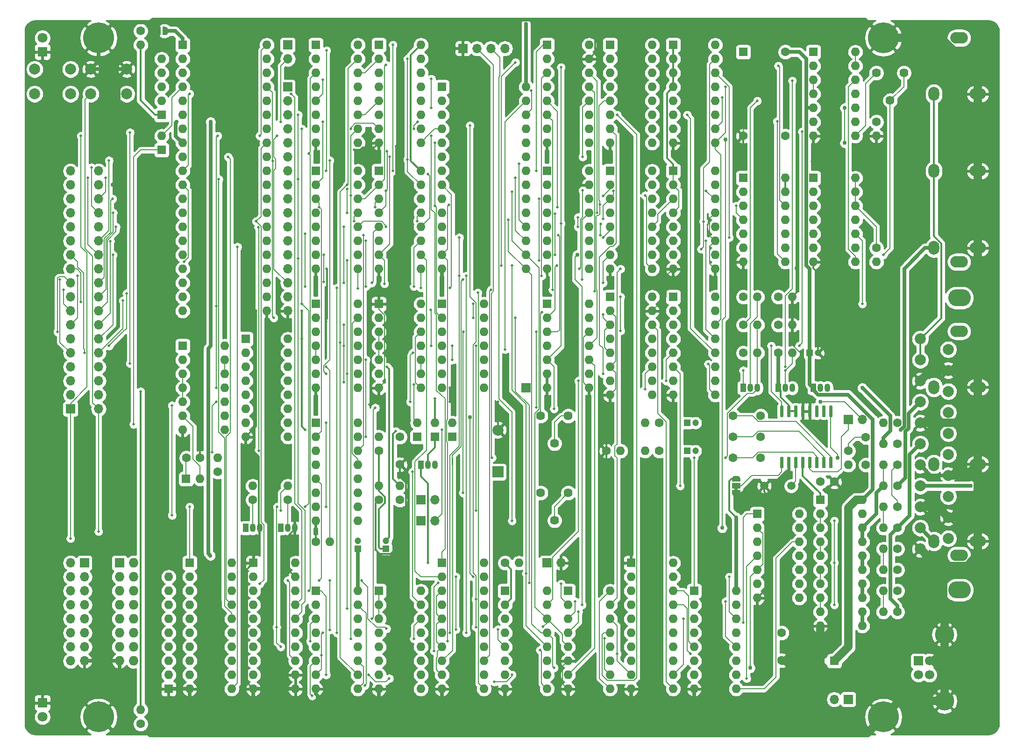
<source format=gtl>
G04 #@! TF.GenerationSoftware,KiCad,Pcbnew,(5.1.2-1)-1*
G04 #@! TF.CreationDate,2022-12-12T22:42:53+01:00*
G04 #@! TF.ProjectId,full,66756c6c-2e6b-4696-9361-645f70636258,rev?*
G04 #@! TF.SameCoordinates,Original*
G04 #@! TF.FileFunction,Copper,L1,Top*
G04 #@! TF.FilePolarity,Positive*
%FSLAX46Y46*%
G04 Gerber Fmt 4.6, Leading zero omitted, Abs format (unit mm)*
G04 Created by KiCad (PCBNEW (5.1.2-1)-1) date 2022-12-12 22:42:53*
%MOMM*%
%LPD*%
G04 APERTURE LIST*
%ADD10C,0.100000*%
%ADD11C,1.800000*%
%ADD12R,1.800000X1.800000*%
%ADD13O,1.600000X1.600000*%
%ADD14C,1.600000*%
%ADD15O,3.200000X2.100000*%
%ADD16O,2.998980X1.998980*%
%ADD17O,1.998980X2.498980*%
%ADD18O,4.100000X3.100000*%
%ADD19C,1.998980*%
%ADD20O,1.700000X1.700000*%
%ADD21R,1.700000X1.700000*%
%ADD22C,1.500000*%
%ADD23C,0.600000*%
%ADD24C,0.500000*%
%ADD25R,1.500000X1.000000*%
%ADD26C,5.600000*%
%ADD27C,1.620000*%
%ADD28C,1.200000*%
%ADD29R,1.200000X1.200000*%
%ADD30R,1.600000X1.600000*%
%ADD31C,2.000000*%
%ADD32R,2.000000X2.000000*%
%ADD33O,1.727200X1.727200*%
%ADD34R,1.727200X1.727200*%
%ADD35C,3.500000*%
%ADD36C,1.700000*%
%ADD37R,1.050000X1.500000*%
%ADD38O,1.050000X1.500000*%
%ADD39C,0.750000*%
%ADD40C,0.150000*%
%ADD41C,0.375000*%
%ADD42C,1.500000*%
%ADD43C,0.635000*%
%ADD44C,0.254000*%
G04 APERTURE END LIST*
D10*
G36*
X141940000Y-98690000D02*
G01*
X141940000Y-98190000D01*
X142540000Y-98190000D01*
X142540000Y-98690000D01*
X141940000Y-98690000D01*
G37*
D11*
X16510000Y-16510000D03*
D12*
X16510000Y-19050000D03*
D11*
X16510000Y-139700000D03*
D12*
X16510000Y-137160000D03*
D13*
X168910000Y-86360000D03*
D14*
X171450000Y-86360000D03*
D13*
X81280000Y-97790000D03*
D14*
X81280000Y-100330000D03*
D15*
X182626000Y-110363000D03*
X182626000Y-69723000D03*
D16*
X186014360Y-107823000D03*
D17*
X178054000Y-107823000D03*
D16*
X186014360Y-93853000D03*
D17*
X178054000Y-93853000D03*
D16*
X186014360Y-79883000D03*
D17*
X178054000Y-79883000D03*
D15*
X182626000Y-57150000D03*
X182626000Y-16510000D03*
D16*
X186014360Y-54610000D03*
D17*
X178054000Y-54610000D03*
D16*
X186014360Y-40640000D03*
D17*
X178054000Y-40640000D03*
D16*
X186014360Y-26670000D03*
D17*
X178054000Y-26670000D03*
D18*
X182679340Y-116669820D03*
X182679340Y-63670180D03*
D19*
X175600360Y-109220000D03*
X180680360Y-107315000D03*
X175600360Y-105410000D03*
X180680360Y-103505000D03*
X175600360Y-101600000D03*
X180680360Y-99695000D03*
X175600360Y-97790000D03*
X180680360Y-95885000D03*
X175600360Y-93980000D03*
X180680360Y-92075000D03*
X175600360Y-90170000D03*
X180680360Y-88265000D03*
X175600360Y-86360000D03*
X180680360Y-84455000D03*
X175600360Y-82550000D03*
X180680360Y-80645000D03*
X175600360Y-78740000D03*
X180680360Y-76835000D03*
X175600360Y-74930000D03*
X180680360Y-73025000D03*
X175600360Y-71120000D03*
D20*
X165100000Y-85725000D03*
D21*
X162560000Y-85725000D03*
D14*
X42585000Y-92710000D03*
X45085000Y-92710000D03*
X157520000Y-97028000D03*
X160020000Y-97028000D03*
X165735000Y-88980000D03*
X165735000Y-93980000D03*
D22*
X152200000Y-97790000D03*
X147320000Y-97790000D03*
D10*
G36*
X150659703Y-83225722D02*
G01*
X150674264Y-83227882D01*
X150688543Y-83231459D01*
X150702403Y-83236418D01*
X150715710Y-83242712D01*
X150728336Y-83250280D01*
X150740159Y-83259048D01*
X150751066Y-83268934D01*
X150760952Y-83279841D01*
X150769720Y-83291664D01*
X150777288Y-83304290D01*
X150783582Y-83317597D01*
X150788541Y-83331457D01*
X150792118Y-83345736D01*
X150794278Y-83360297D01*
X150795000Y-83375000D01*
X150795000Y-85125000D01*
X150794278Y-85139703D01*
X150792118Y-85154264D01*
X150788541Y-85168543D01*
X150783582Y-85182403D01*
X150777288Y-85195710D01*
X150769720Y-85208336D01*
X150760952Y-85220159D01*
X150751066Y-85231066D01*
X150740159Y-85240952D01*
X150728336Y-85249720D01*
X150715710Y-85257288D01*
X150702403Y-85263582D01*
X150688543Y-85268541D01*
X150674264Y-85272118D01*
X150659703Y-85274278D01*
X150645000Y-85275000D01*
X150345000Y-85275000D01*
X150330297Y-85274278D01*
X150315736Y-85272118D01*
X150301457Y-85268541D01*
X150287597Y-85263582D01*
X150274290Y-85257288D01*
X150261664Y-85249720D01*
X150249841Y-85240952D01*
X150238934Y-85231066D01*
X150229048Y-85220159D01*
X150220280Y-85208336D01*
X150212712Y-85195710D01*
X150206418Y-85182403D01*
X150201459Y-85168543D01*
X150197882Y-85154264D01*
X150195722Y-85139703D01*
X150195000Y-85125000D01*
X150195000Y-83375000D01*
X150195722Y-83360297D01*
X150197882Y-83345736D01*
X150201459Y-83331457D01*
X150206418Y-83317597D01*
X150212712Y-83304290D01*
X150220280Y-83291664D01*
X150229048Y-83279841D01*
X150238934Y-83268934D01*
X150249841Y-83259048D01*
X150261664Y-83250280D01*
X150274290Y-83242712D01*
X150287597Y-83236418D01*
X150301457Y-83231459D01*
X150315736Y-83227882D01*
X150330297Y-83225722D01*
X150345000Y-83225000D01*
X150645000Y-83225000D01*
X150659703Y-83225722D01*
X150659703Y-83225722D01*
G37*
D23*
X150495000Y-84250000D03*
D10*
G36*
X151929703Y-83225722D02*
G01*
X151944264Y-83227882D01*
X151958543Y-83231459D01*
X151972403Y-83236418D01*
X151985710Y-83242712D01*
X151998336Y-83250280D01*
X152010159Y-83259048D01*
X152021066Y-83268934D01*
X152030952Y-83279841D01*
X152039720Y-83291664D01*
X152047288Y-83304290D01*
X152053582Y-83317597D01*
X152058541Y-83331457D01*
X152062118Y-83345736D01*
X152064278Y-83360297D01*
X152065000Y-83375000D01*
X152065000Y-85125000D01*
X152064278Y-85139703D01*
X152062118Y-85154264D01*
X152058541Y-85168543D01*
X152053582Y-85182403D01*
X152047288Y-85195710D01*
X152039720Y-85208336D01*
X152030952Y-85220159D01*
X152021066Y-85231066D01*
X152010159Y-85240952D01*
X151998336Y-85249720D01*
X151985710Y-85257288D01*
X151972403Y-85263582D01*
X151958543Y-85268541D01*
X151944264Y-85272118D01*
X151929703Y-85274278D01*
X151915000Y-85275000D01*
X151615000Y-85275000D01*
X151600297Y-85274278D01*
X151585736Y-85272118D01*
X151571457Y-85268541D01*
X151557597Y-85263582D01*
X151544290Y-85257288D01*
X151531664Y-85249720D01*
X151519841Y-85240952D01*
X151508934Y-85231066D01*
X151499048Y-85220159D01*
X151490280Y-85208336D01*
X151482712Y-85195710D01*
X151476418Y-85182403D01*
X151471459Y-85168543D01*
X151467882Y-85154264D01*
X151465722Y-85139703D01*
X151465000Y-85125000D01*
X151465000Y-83375000D01*
X151465722Y-83360297D01*
X151467882Y-83345736D01*
X151471459Y-83331457D01*
X151476418Y-83317597D01*
X151482712Y-83304290D01*
X151490280Y-83291664D01*
X151499048Y-83279841D01*
X151508934Y-83268934D01*
X151519841Y-83259048D01*
X151531664Y-83250280D01*
X151544290Y-83242712D01*
X151557597Y-83236418D01*
X151571457Y-83231459D01*
X151585736Y-83227882D01*
X151600297Y-83225722D01*
X151615000Y-83225000D01*
X151915000Y-83225000D01*
X151929703Y-83225722D01*
X151929703Y-83225722D01*
G37*
D23*
X151765000Y-84250000D03*
D10*
G36*
X153199703Y-83225722D02*
G01*
X153214264Y-83227882D01*
X153228543Y-83231459D01*
X153242403Y-83236418D01*
X153255710Y-83242712D01*
X153268336Y-83250280D01*
X153280159Y-83259048D01*
X153291066Y-83268934D01*
X153300952Y-83279841D01*
X153309720Y-83291664D01*
X153317288Y-83304290D01*
X153323582Y-83317597D01*
X153328541Y-83331457D01*
X153332118Y-83345736D01*
X153334278Y-83360297D01*
X153335000Y-83375000D01*
X153335000Y-85125000D01*
X153334278Y-85139703D01*
X153332118Y-85154264D01*
X153328541Y-85168543D01*
X153323582Y-85182403D01*
X153317288Y-85195710D01*
X153309720Y-85208336D01*
X153300952Y-85220159D01*
X153291066Y-85231066D01*
X153280159Y-85240952D01*
X153268336Y-85249720D01*
X153255710Y-85257288D01*
X153242403Y-85263582D01*
X153228543Y-85268541D01*
X153214264Y-85272118D01*
X153199703Y-85274278D01*
X153185000Y-85275000D01*
X152885000Y-85275000D01*
X152870297Y-85274278D01*
X152855736Y-85272118D01*
X152841457Y-85268541D01*
X152827597Y-85263582D01*
X152814290Y-85257288D01*
X152801664Y-85249720D01*
X152789841Y-85240952D01*
X152778934Y-85231066D01*
X152769048Y-85220159D01*
X152760280Y-85208336D01*
X152752712Y-85195710D01*
X152746418Y-85182403D01*
X152741459Y-85168543D01*
X152737882Y-85154264D01*
X152735722Y-85139703D01*
X152735000Y-85125000D01*
X152735000Y-83375000D01*
X152735722Y-83360297D01*
X152737882Y-83345736D01*
X152741459Y-83331457D01*
X152746418Y-83317597D01*
X152752712Y-83304290D01*
X152760280Y-83291664D01*
X152769048Y-83279841D01*
X152778934Y-83268934D01*
X152789841Y-83259048D01*
X152801664Y-83250280D01*
X152814290Y-83242712D01*
X152827597Y-83236418D01*
X152841457Y-83231459D01*
X152855736Y-83227882D01*
X152870297Y-83225722D01*
X152885000Y-83225000D01*
X153185000Y-83225000D01*
X153199703Y-83225722D01*
X153199703Y-83225722D01*
G37*
D23*
X153035000Y-84250000D03*
D10*
G36*
X154469703Y-83225722D02*
G01*
X154484264Y-83227882D01*
X154498543Y-83231459D01*
X154512403Y-83236418D01*
X154525710Y-83242712D01*
X154538336Y-83250280D01*
X154550159Y-83259048D01*
X154561066Y-83268934D01*
X154570952Y-83279841D01*
X154579720Y-83291664D01*
X154587288Y-83304290D01*
X154593582Y-83317597D01*
X154598541Y-83331457D01*
X154602118Y-83345736D01*
X154604278Y-83360297D01*
X154605000Y-83375000D01*
X154605000Y-85125000D01*
X154604278Y-85139703D01*
X154602118Y-85154264D01*
X154598541Y-85168543D01*
X154593582Y-85182403D01*
X154587288Y-85195710D01*
X154579720Y-85208336D01*
X154570952Y-85220159D01*
X154561066Y-85231066D01*
X154550159Y-85240952D01*
X154538336Y-85249720D01*
X154525710Y-85257288D01*
X154512403Y-85263582D01*
X154498543Y-85268541D01*
X154484264Y-85272118D01*
X154469703Y-85274278D01*
X154455000Y-85275000D01*
X154155000Y-85275000D01*
X154140297Y-85274278D01*
X154125736Y-85272118D01*
X154111457Y-85268541D01*
X154097597Y-85263582D01*
X154084290Y-85257288D01*
X154071664Y-85249720D01*
X154059841Y-85240952D01*
X154048934Y-85231066D01*
X154039048Y-85220159D01*
X154030280Y-85208336D01*
X154022712Y-85195710D01*
X154016418Y-85182403D01*
X154011459Y-85168543D01*
X154007882Y-85154264D01*
X154005722Y-85139703D01*
X154005000Y-85125000D01*
X154005000Y-83375000D01*
X154005722Y-83360297D01*
X154007882Y-83345736D01*
X154011459Y-83331457D01*
X154016418Y-83317597D01*
X154022712Y-83304290D01*
X154030280Y-83291664D01*
X154039048Y-83279841D01*
X154048934Y-83268934D01*
X154059841Y-83259048D01*
X154071664Y-83250280D01*
X154084290Y-83242712D01*
X154097597Y-83236418D01*
X154111457Y-83231459D01*
X154125736Y-83227882D01*
X154140297Y-83225722D01*
X154155000Y-83225000D01*
X154455000Y-83225000D01*
X154469703Y-83225722D01*
X154469703Y-83225722D01*
G37*
D23*
X154305000Y-84250000D03*
D10*
G36*
X155739703Y-83225722D02*
G01*
X155754264Y-83227882D01*
X155768543Y-83231459D01*
X155782403Y-83236418D01*
X155795710Y-83242712D01*
X155808336Y-83250280D01*
X155820159Y-83259048D01*
X155831066Y-83268934D01*
X155840952Y-83279841D01*
X155849720Y-83291664D01*
X155857288Y-83304290D01*
X155863582Y-83317597D01*
X155868541Y-83331457D01*
X155872118Y-83345736D01*
X155874278Y-83360297D01*
X155875000Y-83375000D01*
X155875000Y-85125000D01*
X155874278Y-85139703D01*
X155872118Y-85154264D01*
X155868541Y-85168543D01*
X155863582Y-85182403D01*
X155857288Y-85195710D01*
X155849720Y-85208336D01*
X155840952Y-85220159D01*
X155831066Y-85231066D01*
X155820159Y-85240952D01*
X155808336Y-85249720D01*
X155795710Y-85257288D01*
X155782403Y-85263582D01*
X155768543Y-85268541D01*
X155754264Y-85272118D01*
X155739703Y-85274278D01*
X155725000Y-85275000D01*
X155425000Y-85275000D01*
X155410297Y-85274278D01*
X155395736Y-85272118D01*
X155381457Y-85268541D01*
X155367597Y-85263582D01*
X155354290Y-85257288D01*
X155341664Y-85249720D01*
X155329841Y-85240952D01*
X155318934Y-85231066D01*
X155309048Y-85220159D01*
X155300280Y-85208336D01*
X155292712Y-85195710D01*
X155286418Y-85182403D01*
X155281459Y-85168543D01*
X155277882Y-85154264D01*
X155275722Y-85139703D01*
X155275000Y-85125000D01*
X155275000Y-83375000D01*
X155275722Y-83360297D01*
X155277882Y-83345736D01*
X155281459Y-83331457D01*
X155286418Y-83317597D01*
X155292712Y-83304290D01*
X155300280Y-83291664D01*
X155309048Y-83279841D01*
X155318934Y-83268934D01*
X155329841Y-83259048D01*
X155341664Y-83250280D01*
X155354290Y-83242712D01*
X155367597Y-83236418D01*
X155381457Y-83231459D01*
X155395736Y-83227882D01*
X155410297Y-83225722D01*
X155425000Y-83225000D01*
X155725000Y-83225000D01*
X155739703Y-83225722D01*
X155739703Y-83225722D01*
G37*
D23*
X155575000Y-84250000D03*
D10*
G36*
X157009703Y-83225722D02*
G01*
X157024264Y-83227882D01*
X157038543Y-83231459D01*
X157052403Y-83236418D01*
X157065710Y-83242712D01*
X157078336Y-83250280D01*
X157090159Y-83259048D01*
X157101066Y-83268934D01*
X157110952Y-83279841D01*
X157119720Y-83291664D01*
X157127288Y-83304290D01*
X157133582Y-83317597D01*
X157138541Y-83331457D01*
X157142118Y-83345736D01*
X157144278Y-83360297D01*
X157145000Y-83375000D01*
X157145000Y-85125000D01*
X157144278Y-85139703D01*
X157142118Y-85154264D01*
X157138541Y-85168543D01*
X157133582Y-85182403D01*
X157127288Y-85195710D01*
X157119720Y-85208336D01*
X157110952Y-85220159D01*
X157101066Y-85231066D01*
X157090159Y-85240952D01*
X157078336Y-85249720D01*
X157065710Y-85257288D01*
X157052403Y-85263582D01*
X157038543Y-85268541D01*
X157024264Y-85272118D01*
X157009703Y-85274278D01*
X156995000Y-85275000D01*
X156695000Y-85275000D01*
X156680297Y-85274278D01*
X156665736Y-85272118D01*
X156651457Y-85268541D01*
X156637597Y-85263582D01*
X156624290Y-85257288D01*
X156611664Y-85249720D01*
X156599841Y-85240952D01*
X156588934Y-85231066D01*
X156579048Y-85220159D01*
X156570280Y-85208336D01*
X156562712Y-85195710D01*
X156556418Y-85182403D01*
X156551459Y-85168543D01*
X156547882Y-85154264D01*
X156545722Y-85139703D01*
X156545000Y-85125000D01*
X156545000Y-83375000D01*
X156545722Y-83360297D01*
X156547882Y-83345736D01*
X156551459Y-83331457D01*
X156556418Y-83317597D01*
X156562712Y-83304290D01*
X156570280Y-83291664D01*
X156579048Y-83279841D01*
X156588934Y-83268934D01*
X156599841Y-83259048D01*
X156611664Y-83250280D01*
X156624290Y-83242712D01*
X156637597Y-83236418D01*
X156651457Y-83231459D01*
X156665736Y-83227882D01*
X156680297Y-83225722D01*
X156695000Y-83225000D01*
X156995000Y-83225000D01*
X157009703Y-83225722D01*
X157009703Y-83225722D01*
G37*
D23*
X156845000Y-84250000D03*
D10*
G36*
X158279703Y-83225722D02*
G01*
X158294264Y-83227882D01*
X158308543Y-83231459D01*
X158322403Y-83236418D01*
X158335710Y-83242712D01*
X158348336Y-83250280D01*
X158360159Y-83259048D01*
X158371066Y-83268934D01*
X158380952Y-83279841D01*
X158389720Y-83291664D01*
X158397288Y-83304290D01*
X158403582Y-83317597D01*
X158408541Y-83331457D01*
X158412118Y-83345736D01*
X158414278Y-83360297D01*
X158415000Y-83375000D01*
X158415000Y-85125000D01*
X158414278Y-85139703D01*
X158412118Y-85154264D01*
X158408541Y-85168543D01*
X158403582Y-85182403D01*
X158397288Y-85195710D01*
X158389720Y-85208336D01*
X158380952Y-85220159D01*
X158371066Y-85231066D01*
X158360159Y-85240952D01*
X158348336Y-85249720D01*
X158335710Y-85257288D01*
X158322403Y-85263582D01*
X158308543Y-85268541D01*
X158294264Y-85272118D01*
X158279703Y-85274278D01*
X158265000Y-85275000D01*
X157965000Y-85275000D01*
X157950297Y-85274278D01*
X157935736Y-85272118D01*
X157921457Y-85268541D01*
X157907597Y-85263582D01*
X157894290Y-85257288D01*
X157881664Y-85249720D01*
X157869841Y-85240952D01*
X157858934Y-85231066D01*
X157849048Y-85220159D01*
X157840280Y-85208336D01*
X157832712Y-85195710D01*
X157826418Y-85182403D01*
X157821459Y-85168543D01*
X157817882Y-85154264D01*
X157815722Y-85139703D01*
X157815000Y-85125000D01*
X157815000Y-83375000D01*
X157815722Y-83360297D01*
X157817882Y-83345736D01*
X157821459Y-83331457D01*
X157826418Y-83317597D01*
X157832712Y-83304290D01*
X157840280Y-83291664D01*
X157849048Y-83279841D01*
X157858934Y-83268934D01*
X157869841Y-83259048D01*
X157881664Y-83250280D01*
X157894290Y-83242712D01*
X157907597Y-83236418D01*
X157921457Y-83231459D01*
X157935736Y-83227882D01*
X157950297Y-83225722D01*
X157965000Y-83225000D01*
X158265000Y-83225000D01*
X158279703Y-83225722D01*
X158279703Y-83225722D01*
G37*
D23*
X158115000Y-84250000D03*
D10*
G36*
X159549703Y-83225722D02*
G01*
X159564264Y-83227882D01*
X159578543Y-83231459D01*
X159592403Y-83236418D01*
X159605710Y-83242712D01*
X159618336Y-83250280D01*
X159630159Y-83259048D01*
X159641066Y-83268934D01*
X159650952Y-83279841D01*
X159659720Y-83291664D01*
X159667288Y-83304290D01*
X159673582Y-83317597D01*
X159678541Y-83331457D01*
X159682118Y-83345736D01*
X159684278Y-83360297D01*
X159685000Y-83375000D01*
X159685000Y-85125000D01*
X159684278Y-85139703D01*
X159682118Y-85154264D01*
X159678541Y-85168543D01*
X159673582Y-85182403D01*
X159667288Y-85195710D01*
X159659720Y-85208336D01*
X159650952Y-85220159D01*
X159641066Y-85231066D01*
X159630159Y-85240952D01*
X159618336Y-85249720D01*
X159605710Y-85257288D01*
X159592403Y-85263582D01*
X159578543Y-85268541D01*
X159564264Y-85272118D01*
X159549703Y-85274278D01*
X159535000Y-85275000D01*
X159235000Y-85275000D01*
X159220297Y-85274278D01*
X159205736Y-85272118D01*
X159191457Y-85268541D01*
X159177597Y-85263582D01*
X159164290Y-85257288D01*
X159151664Y-85249720D01*
X159139841Y-85240952D01*
X159128934Y-85231066D01*
X159119048Y-85220159D01*
X159110280Y-85208336D01*
X159102712Y-85195710D01*
X159096418Y-85182403D01*
X159091459Y-85168543D01*
X159087882Y-85154264D01*
X159085722Y-85139703D01*
X159085000Y-85125000D01*
X159085000Y-83375000D01*
X159085722Y-83360297D01*
X159087882Y-83345736D01*
X159091459Y-83331457D01*
X159096418Y-83317597D01*
X159102712Y-83304290D01*
X159110280Y-83291664D01*
X159119048Y-83279841D01*
X159128934Y-83268934D01*
X159139841Y-83259048D01*
X159151664Y-83250280D01*
X159164290Y-83242712D01*
X159177597Y-83236418D01*
X159191457Y-83231459D01*
X159205736Y-83227882D01*
X159220297Y-83225722D01*
X159235000Y-83225000D01*
X159535000Y-83225000D01*
X159549703Y-83225722D01*
X159549703Y-83225722D01*
G37*
D23*
X159385000Y-84250000D03*
D10*
G36*
X159549703Y-92525722D02*
G01*
X159564264Y-92527882D01*
X159578543Y-92531459D01*
X159592403Y-92536418D01*
X159605710Y-92542712D01*
X159618336Y-92550280D01*
X159630159Y-92559048D01*
X159641066Y-92568934D01*
X159650952Y-92579841D01*
X159659720Y-92591664D01*
X159667288Y-92604290D01*
X159673582Y-92617597D01*
X159678541Y-92631457D01*
X159682118Y-92645736D01*
X159684278Y-92660297D01*
X159685000Y-92675000D01*
X159685000Y-94425000D01*
X159684278Y-94439703D01*
X159682118Y-94454264D01*
X159678541Y-94468543D01*
X159673582Y-94482403D01*
X159667288Y-94495710D01*
X159659720Y-94508336D01*
X159650952Y-94520159D01*
X159641066Y-94531066D01*
X159630159Y-94540952D01*
X159618336Y-94549720D01*
X159605710Y-94557288D01*
X159592403Y-94563582D01*
X159578543Y-94568541D01*
X159564264Y-94572118D01*
X159549703Y-94574278D01*
X159535000Y-94575000D01*
X159235000Y-94575000D01*
X159220297Y-94574278D01*
X159205736Y-94572118D01*
X159191457Y-94568541D01*
X159177597Y-94563582D01*
X159164290Y-94557288D01*
X159151664Y-94549720D01*
X159139841Y-94540952D01*
X159128934Y-94531066D01*
X159119048Y-94520159D01*
X159110280Y-94508336D01*
X159102712Y-94495710D01*
X159096418Y-94482403D01*
X159091459Y-94468543D01*
X159087882Y-94454264D01*
X159085722Y-94439703D01*
X159085000Y-94425000D01*
X159085000Y-92675000D01*
X159085722Y-92660297D01*
X159087882Y-92645736D01*
X159091459Y-92631457D01*
X159096418Y-92617597D01*
X159102712Y-92604290D01*
X159110280Y-92591664D01*
X159119048Y-92579841D01*
X159128934Y-92568934D01*
X159139841Y-92559048D01*
X159151664Y-92550280D01*
X159164290Y-92542712D01*
X159177597Y-92536418D01*
X159191457Y-92531459D01*
X159205736Y-92527882D01*
X159220297Y-92525722D01*
X159235000Y-92525000D01*
X159535000Y-92525000D01*
X159549703Y-92525722D01*
X159549703Y-92525722D01*
G37*
D23*
X159385000Y-93550000D03*
D10*
G36*
X158279703Y-92525722D02*
G01*
X158294264Y-92527882D01*
X158308543Y-92531459D01*
X158322403Y-92536418D01*
X158335710Y-92542712D01*
X158348336Y-92550280D01*
X158360159Y-92559048D01*
X158371066Y-92568934D01*
X158380952Y-92579841D01*
X158389720Y-92591664D01*
X158397288Y-92604290D01*
X158403582Y-92617597D01*
X158408541Y-92631457D01*
X158412118Y-92645736D01*
X158414278Y-92660297D01*
X158415000Y-92675000D01*
X158415000Y-94425000D01*
X158414278Y-94439703D01*
X158412118Y-94454264D01*
X158408541Y-94468543D01*
X158403582Y-94482403D01*
X158397288Y-94495710D01*
X158389720Y-94508336D01*
X158380952Y-94520159D01*
X158371066Y-94531066D01*
X158360159Y-94540952D01*
X158348336Y-94549720D01*
X158335710Y-94557288D01*
X158322403Y-94563582D01*
X158308543Y-94568541D01*
X158294264Y-94572118D01*
X158279703Y-94574278D01*
X158265000Y-94575000D01*
X157965000Y-94575000D01*
X157950297Y-94574278D01*
X157935736Y-94572118D01*
X157921457Y-94568541D01*
X157907597Y-94563582D01*
X157894290Y-94557288D01*
X157881664Y-94549720D01*
X157869841Y-94540952D01*
X157858934Y-94531066D01*
X157849048Y-94520159D01*
X157840280Y-94508336D01*
X157832712Y-94495710D01*
X157826418Y-94482403D01*
X157821459Y-94468543D01*
X157817882Y-94454264D01*
X157815722Y-94439703D01*
X157815000Y-94425000D01*
X157815000Y-92675000D01*
X157815722Y-92660297D01*
X157817882Y-92645736D01*
X157821459Y-92631457D01*
X157826418Y-92617597D01*
X157832712Y-92604290D01*
X157840280Y-92591664D01*
X157849048Y-92579841D01*
X157858934Y-92568934D01*
X157869841Y-92559048D01*
X157881664Y-92550280D01*
X157894290Y-92542712D01*
X157907597Y-92536418D01*
X157921457Y-92531459D01*
X157935736Y-92527882D01*
X157950297Y-92525722D01*
X157965000Y-92525000D01*
X158265000Y-92525000D01*
X158279703Y-92525722D01*
X158279703Y-92525722D01*
G37*
D23*
X158115000Y-93550000D03*
D10*
G36*
X157009703Y-92525722D02*
G01*
X157024264Y-92527882D01*
X157038543Y-92531459D01*
X157052403Y-92536418D01*
X157065710Y-92542712D01*
X157078336Y-92550280D01*
X157090159Y-92559048D01*
X157101066Y-92568934D01*
X157110952Y-92579841D01*
X157119720Y-92591664D01*
X157127288Y-92604290D01*
X157133582Y-92617597D01*
X157138541Y-92631457D01*
X157142118Y-92645736D01*
X157144278Y-92660297D01*
X157145000Y-92675000D01*
X157145000Y-94425000D01*
X157144278Y-94439703D01*
X157142118Y-94454264D01*
X157138541Y-94468543D01*
X157133582Y-94482403D01*
X157127288Y-94495710D01*
X157119720Y-94508336D01*
X157110952Y-94520159D01*
X157101066Y-94531066D01*
X157090159Y-94540952D01*
X157078336Y-94549720D01*
X157065710Y-94557288D01*
X157052403Y-94563582D01*
X157038543Y-94568541D01*
X157024264Y-94572118D01*
X157009703Y-94574278D01*
X156995000Y-94575000D01*
X156695000Y-94575000D01*
X156680297Y-94574278D01*
X156665736Y-94572118D01*
X156651457Y-94568541D01*
X156637597Y-94563582D01*
X156624290Y-94557288D01*
X156611664Y-94549720D01*
X156599841Y-94540952D01*
X156588934Y-94531066D01*
X156579048Y-94520159D01*
X156570280Y-94508336D01*
X156562712Y-94495710D01*
X156556418Y-94482403D01*
X156551459Y-94468543D01*
X156547882Y-94454264D01*
X156545722Y-94439703D01*
X156545000Y-94425000D01*
X156545000Y-92675000D01*
X156545722Y-92660297D01*
X156547882Y-92645736D01*
X156551459Y-92631457D01*
X156556418Y-92617597D01*
X156562712Y-92604290D01*
X156570280Y-92591664D01*
X156579048Y-92579841D01*
X156588934Y-92568934D01*
X156599841Y-92559048D01*
X156611664Y-92550280D01*
X156624290Y-92542712D01*
X156637597Y-92536418D01*
X156651457Y-92531459D01*
X156665736Y-92527882D01*
X156680297Y-92525722D01*
X156695000Y-92525000D01*
X156995000Y-92525000D01*
X157009703Y-92525722D01*
X157009703Y-92525722D01*
G37*
D23*
X156845000Y-93550000D03*
D10*
G36*
X155739703Y-92525722D02*
G01*
X155754264Y-92527882D01*
X155768543Y-92531459D01*
X155782403Y-92536418D01*
X155795710Y-92542712D01*
X155808336Y-92550280D01*
X155820159Y-92559048D01*
X155831066Y-92568934D01*
X155840952Y-92579841D01*
X155849720Y-92591664D01*
X155857288Y-92604290D01*
X155863582Y-92617597D01*
X155868541Y-92631457D01*
X155872118Y-92645736D01*
X155874278Y-92660297D01*
X155875000Y-92675000D01*
X155875000Y-94425000D01*
X155874278Y-94439703D01*
X155872118Y-94454264D01*
X155868541Y-94468543D01*
X155863582Y-94482403D01*
X155857288Y-94495710D01*
X155849720Y-94508336D01*
X155840952Y-94520159D01*
X155831066Y-94531066D01*
X155820159Y-94540952D01*
X155808336Y-94549720D01*
X155795710Y-94557288D01*
X155782403Y-94563582D01*
X155768543Y-94568541D01*
X155754264Y-94572118D01*
X155739703Y-94574278D01*
X155725000Y-94575000D01*
X155425000Y-94575000D01*
X155410297Y-94574278D01*
X155395736Y-94572118D01*
X155381457Y-94568541D01*
X155367597Y-94563582D01*
X155354290Y-94557288D01*
X155341664Y-94549720D01*
X155329841Y-94540952D01*
X155318934Y-94531066D01*
X155309048Y-94520159D01*
X155300280Y-94508336D01*
X155292712Y-94495710D01*
X155286418Y-94482403D01*
X155281459Y-94468543D01*
X155277882Y-94454264D01*
X155275722Y-94439703D01*
X155275000Y-94425000D01*
X155275000Y-92675000D01*
X155275722Y-92660297D01*
X155277882Y-92645736D01*
X155281459Y-92631457D01*
X155286418Y-92617597D01*
X155292712Y-92604290D01*
X155300280Y-92591664D01*
X155309048Y-92579841D01*
X155318934Y-92568934D01*
X155329841Y-92559048D01*
X155341664Y-92550280D01*
X155354290Y-92542712D01*
X155367597Y-92536418D01*
X155381457Y-92531459D01*
X155395736Y-92527882D01*
X155410297Y-92525722D01*
X155425000Y-92525000D01*
X155725000Y-92525000D01*
X155739703Y-92525722D01*
X155739703Y-92525722D01*
G37*
D23*
X155575000Y-93550000D03*
D10*
G36*
X154469703Y-92525722D02*
G01*
X154484264Y-92527882D01*
X154498543Y-92531459D01*
X154512403Y-92536418D01*
X154525710Y-92542712D01*
X154538336Y-92550280D01*
X154550159Y-92559048D01*
X154561066Y-92568934D01*
X154570952Y-92579841D01*
X154579720Y-92591664D01*
X154587288Y-92604290D01*
X154593582Y-92617597D01*
X154598541Y-92631457D01*
X154602118Y-92645736D01*
X154604278Y-92660297D01*
X154605000Y-92675000D01*
X154605000Y-94425000D01*
X154604278Y-94439703D01*
X154602118Y-94454264D01*
X154598541Y-94468543D01*
X154593582Y-94482403D01*
X154587288Y-94495710D01*
X154579720Y-94508336D01*
X154570952Y-94520159D01*
X154561066Y-94531066D01*
X154550159Y-94540952D01*
X154538336Y-94549720D01*
X154525710Y-94557288D01*
X154512403Y-94563582D01*
X154498543Y-94568541D01*
X154484264Y-94572118D01*
X154469703Y-94574278D01*
X154455000Y-94575000D01*
X154155000Y-94575000D01*
X154140297Y-94574278D01*
X154125736Y-94572118D01*
X154111457Y-94568541D01*
X154097597Y-94563582D01*
X154084290Y-94557288D01*
X154071664Y-94549720D01*
X154059841Y-94540952D01*
X154048934Y-94531066D01*
X154039048Y-94520159D01*
X154030280Y-94508336D01*
X154022712Y-94495710D01*
X154016418Y-94482403D01*
X154011459Y-94468543D01*
X154007882Y-94454264D01*
X154005722Y-94439703D01*
X154005000Y-94425000D01*
X154005000Y-92675000D01*
X154005722Y-92660297D01*
X154007882Y-92645736D01*
X154011459Y-92631457D01*
X154016418Y-92617597D01*
X154022712Y-92604290D01*
X154030280Y-92591664D01*
X154039048Y-92579841D01*
X154048934Y-92568934D01*
X154059841Y-92559048D01*
X154071664Y-92550280D01*
X154084290Y-92542712D01*
X154097597Y-92536418D01*
X154111457Y-92531459D01*
X154125736Y-92527882D01*
X154140297Y-92525722D01*
X154155000Y-92525000D01*
X154455000Y-92525000D01*
X154469703Y-92525722D01*
X154469703Y-92525722D01*
G37*
D23*
X154305000Y-93550000D03*
D10*
G36*
X153199703Y-92525722D02*
G01*
X153214264Y-92527882D01*
X153228543Y-92531459D01*
X153242403Y-92536418D01*
X153255710Y-92542712D01*
X153268336Y-92550280D01*
X153280159Y-92559048D01*
X153291066Y-92568934D01*
X153300952Y-92579841D01*
X153309720Y-92591664D01*
X153317288Y-92604290D01*
X153323582Y-92617597D01*
X153328541Y-92631457D01*
X153332118Y-92645736D01*
X153334278Y-92660297D01*
X153335000Y-92675000D01*
X153335000Y-94425000D01*
X153334278Y-94439703D01*
X153332118Y-94454264D01*
X153328541Y-94468543D01*
X153323582Y-94482403D01*
X153317288Y-94495710D01*
X153309720Y-94508336D01*
X153300952Y-94520159D01*
X153291066Y-94531066D01*
X153280159Y-94540952D01*
X153268336Y-94549720D01*
X153255710Y-94557288D01*
X153242403Y-94563582D01*
X153228543Y-94568541D01*
X153214264Y-94572118D01*
X153199703Y-94574278D01*
X153185000Y-94575000D01*
X152885000Y-94575000D01*
X152870297Y-94574278D01*
X152855736Y-94572118D01*
X152841457Y-94568541D01*
X152827597Y-94563582D01*
X152814290Y-94557288D01*
X152801664Y-94549720D01*
X152789841Y-94540952D01*
X152778934Y-94531066D01*
X152769048Y-94520159D01*
X152760280Y-94508336D01*
X152752712Y-94495710D01*
X152746418Y-94482403D01*
X152741459Y-94468543D01*
X152737882Y-94454264D01*
X152735722Y-94439703D01*
X152735000Y-94425000D01*
X152735000Y-92675000D01*
X152735722Y-92660297D01*
X152737882Y-92645736D01*
X152741459Y-92631457D01*
X152746418Y-92617597D01*
X152752712Y-92604290D01*
X152760280Y-92591664D01*
X152769048Y-92579841D01*
X152778934Y-92568934D01*
X152789841Y-92559048D01*
X152801664Y-92550280D01*
X152814290Y-92542712D01*
X152827597Y-92536418D01*
X152841457Y-92531459D01*
X152855736Y-92527882D01*
X152870297Y-92525722D01*
X152885000Y-92525000D01*
X153185000Y-92525000D01*
X153199703Y-92525722D01*
X153199703Y-92525722D01*
G37*
D23*
X153035000Y-93550000D03*
D10*
G36*
X151929703Y-92525722D02*
G01*
X151944264Y-92527882D01*
X151958543Y-92531459D01*
X151972403Y-92536418D01*
X151985710Y-92542712D01*
X151998336Y-92550280D01*
X152010159Y-92559048D01*
X152021066Y-92568934D01*
X152030952Y-92579841D01*
X152039720Y-92591664D01*
X152047288Y-92604290D01*
X152053582Y-92617597D01*
X152058541Y-92631457D01*
X152062118Y-92645736D01*
X152064278Y-92660297D01*
X152065000Y-92675000D01*
X152065000Y-94425000D01*
X152064278Y-94439703D01*
X152062118Y-94454264D01*
X152058541Y-94468543D01*
X152053582Y-94482403D01*
X152047288Y-94495710D01*
X152039720Y-94508336D01*
X152030952Y-94520159D01*
X152021066Y-94531066D01*
X152010159Y-94540952D01*
X151998336Y-94549720D01*
X151985710Y-94557288D01*
X151972403Y-94563582D01*
X151958543Y-94568541D01*
X151944264Y-94572118D01*
X151929703Y-94574278D01*
X151915000Y-94575000D01*
X151615000Y-94575000D01*
X151600297Y-94574278D01*
X151585736Y-94572118D01*
X151571457Y-94568541D01*
X151557597Y-94563582D01*
X151544290Y-94557288D01*
X151531664Y-94549720D01*
X151519841Y-94540952D01*
X151508934Y-94531066D01*
X151499048Y-94520159D01*
X151490280Y-94508336D01*
X151482712Y-94495710D01*
X151476418Y-94482403D01*
X151471459Y-94468543D01*
X151467882Y-94454264D01*
X151465722Y-94439703D01*
X151465000Y-94425000D01*
X151465000Y-92675000D01*
X151465722Y-92660297D01*
X151467882Y-92645736D01*
X151471459Y-92631457D01*
X151476418Y-92617597D01*
X151482712Y-92604290D01*
X151490280Y-92591664D01*
X151499048Y-92579841D01*
X151508934Y-92568934D01*
X151519841Y-92559048D01*
X151531664Y-92550280D01*
X151544290Y-92542712D01*
X151557597Y-92536418D01*
X151571457Y-92531459D01*
X151585736Y-92527882D01*
X151600297Y-92525722D01*
X151615000Y-92525000D01*
X151915000Y-92525000D01*
X151929703Y-92525722D01*
X151929703Y-92525722D01*
G37*
D23*
X151765000Y-93550000D03*
D10*
G36*
X150659703Y-92525722D02*
G01*
X150674264Y-92527882D01*
X150688543Y-92531459D01*
X150702403Y-92536418D01*
X150715710Y-92542712D01*
X150728336Y-92550280D01*
X150740159Y-92559048D01*
X150751066Y-92568934D01*
X150760952Y-92579841D01*
X150769720Y-92591664D01*
X150777288Y-92604290D01*
X150783582Y-92617597D01*
X150788541Y-92631457D01*
X150792118Y-92645736D01*
X150794278Y-92660297D01*
X150795000Y-92675000D01*
X150795000Y-94425000D01*
X150794278Y-94439703D01*
X150792118Y-94454264D01*
X150788541Y-94468543D01*
X150783582Y-94482403D01*
X150777288Y-94495710D01*
X150769720Y-94508336D01*
X150760952Y-94520159D01*
X150751066Y-94531066D01*
X150740159Y-94540952D01*
X150728336Y-94549720D01*
X150715710Y-94557288D01*
X150702403Y-94563582D01*
X150688543Y-94568541D01*
X150674264Y-94572118D01*
X150659703Y-94574278D01*
X150645000Y-94575000D01*
X150345000Y-94575000D01*
X150330297Y-94574278D01*
X150315736Y-94572118D01*
X150301457Y-94568541D01*
X150287597Y-94563582D01*
X150274290Y-94557288D01*
X150261664Y-94549720D01*
X150249841Y-94540952D01*
X150238934Y-94531066D01*
X150229048Y-94520159D01*
X150220280Y-94508336D01*
X150212712Y-94495710D01*
X150206418Y-94482403D01*
X150201459Y-94468543D01*
X150197882Y-94454264D01*
X150195722Y-94439703D01*
X150195000Y-94425000D01*
X150195000Y-92675000D01*
X150195722Y-92660297D01*
X150197882Y-92645736D01*
X150201459Y-92631457D01*
X150206418Y-92617597D01*
X150212712Y-92604290D01*
X150220280Y-92591664D01*
X150229048Y-92579841D01*
X150238934Y-92568934D01*
X150249841Y-92559048D01*
X150261664Y-92550280D01*
X150274290Y-92542712D01*
X150287597Y-92536418D01*
X150301457Y-92531459D01*
X150315736Y-92527882D01*
X150330297Y-92525722D01*
X150345000Y-92525000D01*
X150645000Y-92525000D01*
X150659703Y-92525722D01*
X150659703Y-92525722D01*
G37*
D23*
X150495000Y-93550000D03*
D13*
X162560000Y-93980000D03*
D14*
X162560000Y-91440000D03*
D24*
X142240000Y-99090000D03*
D10*
G36*
X142990000Y-98540000D02*
G01*
X142990000Y-99090000D01*
X142989398Y-99090000D01*
X142989398Y-99114534D01*
X142984588Y-99163365D01*
X142975016Y-99211490D01*
X142960772Y-99258445D01*
X142941995Y-99303778D01*
X142918864Y-99347051D01*
X142891604Y-99387850D01*
X142860476Y-99425779D01*
X142825779Y-99460476D01*
X142787850Y-99491604D01*
X142747051Y-99518864D01*
X142703778Y-99541995D01*
X142658445Y-99560772D01*
X142611490Y-99575016D01*
X142563365Y-99584588D01*
X142514534Y-99589398D01*
X142490000Y-99589398D01*
X142490000Y-99590000D01*
X141990000Y-99590000D01*
X141990000Y-99589398D01*
X141965466Y-99589398D01*
X141916635Y-99584588D01*
X141868510Y-99575016D01*
X141821555Y-99560772D01*
X141776222Y-99541995D01*
X141732949Y-99518864D01*
X141692150Y-99491604D01*
X141654221Y-99460476D01*
X141619524Y-99425779D01*
X141588396Y-99387850D01*
X141561136Y-99347051D01*
X141538005Y-99303778D01*
X141519228Y-99258445D01*
X141504984Y-99211490D01*
X141495412Y-99163365D01*
X141490602Y-99114534D01*
X141490602Y-99090000D01*
X141490000Y-99090000D01*
X141490000Y-98540000D01*
X142990000Y-98540000D01*
X142990000Y-98540000D01*
G37*
D25*
X142240000Y-97790000D03*
D24*
X142240000Y-96490000D03*
D10*
G36*
X141490602Y-96490000D02*
G01*
X141490602Y-96465466D01*
X141495412Y-96416635D01*
X141504984Y-96368510D01*
X141519228Y-96321555D01*
X141538005Y-96276222D01*
X141561136Y-96232949D01*
X141588396Y-96192150D01*
X141619524Y-96154221D01*
X141654221Y-96119524D01*
X141692150Y-96088396D01*
X141732949Y-96061136D01*
X141776222Y-96038005D01*
X141821555Y-96019228D01*
X141868510Y-96004984D01*
X141916635Y-95995412D01*
X141965466Y-95990602D01*
X141990000Y-95990602D01*
X141990000Y-95990000D01*
X142490000Y-95990000D01*
X142490000Y-95990602D01*
X142514534Y-95990602D01*
X142563365Y-95995412D01*
X142611490Y-96004984D01*
X142658445Y-96019228D01*
X142703778Y-96038005D01*
X142747051Y-96061136D01*
X142787850Y-96088396D01*
X142825779Y-96119524D01*
X142860476Y-96154221D01*
X142891604Y-96192150D01*
X142918864Y-96232949D01*
X142941995Y-96276222D01*
X142960772Y-96321555D01*
X142975016Y-96368510D01*
X142984588Y-96416635D01*
X142989398Y-96465466D01*
X142989398Y-96490000D01*
X142990000Y-96490000D01*
X142990000Y-97040000D01*
X141490000Y-97040000D01*
X141490000Y-96490000D01*
X141490602Y-96490000D01*
X141490602Y-96490000D01*
G37*
D14*
X141685000Y-92710000D03*
X146685000Y-92710000D03*
X141685000Y-88900000D03*
X146685000Y-88900000D03*
X141685000Y-85090000D03*
X146685000Y-85090000D03*
D13*
X102870000Y-111760000D03*
D14*
X100330000Y-111760000D03*
D20*
X110490000Y-111760000D03*
D21*
X107950000Y-111760000D03*
D24*
X37465000Y-15240000D03*
D10*
G36*
X37465000Y-15989398D02*
G01*
X37440466Y-15989398D01*
X37391635Y-15984588D01*
X37343510Y-15975016D01*
X37296555Y-15960772D01*
X37251222Y-15941995D01*
X37207949Y-15918864D01*
X37167150Y-15891604D01*
X37129221Y-15860476D01*
X37094524Y-15825779D01*
X37063396Y-15787850D01*
X37036136Y-15747051D01*
X37013005Y-15703778D01*
X36994228Y-15658445D01*
X36979984Y-15611490D01*
X36970412Y-15563365D01*
X36965602Y-15514534D01*
X36965602Y-15490000D01*
X36965000Y-15490000D01*
X36965000Y-14990000D01*
X36965602Y-14990000D01*
X36965602Y-14965466D01*
X36970412Y-14916635D01*
X36979984Y-14868510D01*
X36994228Y-14821555D01*
X37013005Y-14776222D01*
X37036136Y-14732949D01*
X37063396Y-14692150D01*
X37094524Y-14654221D01*
X37129221Y-14619524D01*
X37167150Y-14588396D01*
X37207949Y-14561136D01*
X37251222Y-14538005D01*
X37296555Y-14519228D01*
X37343510Y-14504984D01*
X37391635Y-14495412D01*
X37440466Y-14490602D01*
X37465000Y-14490602D01*
X37465000Y-14490000D01*
X37965000Y-14490000D01*
X37965000Y-15990000D01*
X37465000Y-15990000D01*
X37465000Y-15989398D01*
X37465000Y-15989398D01*
G37*
D24*
X38765000Y-15240000D03*
D10*
G36*
X38265000Y-14490000D02*
G01*
X38765000Y-14490000D01*
X38765000Y-14490602D01*
X38789534Y-14490602D01*
X38838365Y-14495412D01*
X38886490Y-14504984D01*
X38933445Y-14519228D01*
X38978778Y-14538005D01*
X39022051Y-14561136D01*
X39062850Y-14588396D01*
X39100779Y-14619524D01*
X39135476Y-14654221D01*
X39166604Y-14692150D01*
X39193864Y-14732949D01*
X39216995Y-14776222D01*
X39235772Y-14821555D01*
X39250016Y-14868510D01*
X39259588Y-14916635D01*
X39264398Y-14965466D01*
X39264398Y-14990000D01*
X39265000Y-14990000D01*
X39265000Y-15490000D01*
X39264398Y-15490000D01*
X39264398Y-15514534D01*
X39259588Y-15563365D01*
X39250016Y-15611490D01*
X39235772Y-15658445D01*
X39216995Y-15703778D01*
X39193864Y-15747051D01*
X39166604Y-15787850D01*
X39135476Y-15825779D01*
X39100779Y-15860476D01*
X39062850Y-15891604D01*
X39022051Y-15918864D01*
X38978778Y-15941995D01*
X38933445Y-15960772D01*
X38886490Y-15975016D01*
X38838365Y-15984588D01*
X38789534Y-15989398D01*
X38765000Y-15989398D01*
X38765000Y-15990000D01*
X38265000Y-15990000D01*
X38265000Y-14490000D01*
X38265000Y-14490000D01*
G37*
D26*
X168910000Y-139700000D03*
X168910000Y-16510000D03*
X26670000Y-139700000D03*
X26670000Y-16510000D03*
D27*
X167640000Y-22860000D03*
X170140000Y-27860000D03*
X172640000Y-22860000D03*
X106807000Y-99060000D03*
X109307000Y-104060000D03*
X111807000Y-99060000D03*
X106807000Y-85090000D03*
X109307000Y-90090000D03*
X111807000Y-85090000D03*
D20*
X21590000Y-76200000D03*
X26670000Y-60960000D03*
X21590000Y-58420000D03*
X26670000Y-58420000D03*
X21590000Y-55880000D03*
X26670000Y-55880000D03*
X21590000Y-53340000D03*
X26670000Y-53340000D03*
X21590000Y-50800000D03*
X26670000Y-50800000D03*
X21590000Y-48260000D03*
X26670000Y-48260000D03*
X21590000Y-45720000D03*
X26670000Y-45720000D03*
X21590000Y-43180000D03*
X26670000Y-43180000D03*
X21590000Y-40640000D03*
X26670000Y-40640000D03*
X26670000Y-73660000D03*
X26670000Y-63500000D03*
X21590000Y-60960000D03*
X26670000Y-76200000D03*
X21590000Y-73660000D03*
X26670000Y-71120000D03*
X21590000Y-68580000D03*
X26670000Y-68580000D03*
X21590000Y-66040000D03*
X26670000Y-66040000D03*
X21590000Y-63500000D03*
D21*
X21590000Y-83820000D03*
D20*
X26670000Y-78740000D03*
X21590000Y-71120000D03*
X26670000Y-83820000D03*
X26670000Y-81280000D03*
X21590000Y-78740000D03*
X21590000Y-81280000D03*
D13*
X125730000Y-86360000D03*
D14*
X128270000Y-86360000D03*
D28*
X134850000Y-86360000D03*
D29*
X133350000Y-86360000D03*
D20*
X21590000Y-129540000D03*
X24130000Y-129540000D03*
X21590000Y-127000000D03*
X24130000Y-127000000D03*
X21590000Y-124460000D03*
X24130000Y-124460000D03*
X21590000Y-121920000D03*
X24130000Y-121920000D03*
X21590000Y-119380000D03*
X24130000Y-119380000D03*
X21590000Y-116840000D03*
X24130000Y-116840000D03*
X21590000Y-114300000D03*
X24130000Y-114300000D03*
X21590000Y-111760000D03*
D21*
X24130000Y-111760000D03*
D20*
X60960000Y-20320000D03*
D21*
X60960000Y-17780000D03*
D13*
X62357000Y-111760000D03*
X54737000Y-134620000D03*
X62357000Y-114300000D03*
X54737000Y-132080000D03*
X62357000Y-116840000D03*
X54737000Y-129540000D03*
X62357000Y-119380000D03*
X54737000Y-127000000D03*
X62357000Y-121920000D03*
X54737000Y-124460000D03*
X62357000Y-124460000D03*
X54737000Y-121920000D03*
X62357000Y-127000000D03*
X54737000Y-119380000D03*
X62357000Y-129540000D03*
X54737000Y-116840000D03*
X62357000Y-132080000D03*
X54737000Y-114300000D03*
X62357000Y-134620000D03*
D30*
X54737000Y-111760000D03*
D13*
X168910000Y-90170000D03*
D14*
X171450000Y-90170000D03*
D20*
X160020000Y-136525000D03*
D21*
X162560000Y-136525000D03*
D20*
X87630000Y-100330000D03*
D21*
X85090000Y-100330000D03*
D20*
X87630000Y-104140000D03*
D21*
X85090000Y-104140000D03*
X104140000Y-80010000D03*
D13*
X90805000Y-86360000D03*
D30*
X90805000Y-88900000D03*
D31*
X99060000Y-87650000D03*
D32*
X99060000Y-95250000D03*
D33*
X33020000Y-129540000D03*
X30480000Y-129540000D03*
X33020000Y-127000000D03*
X30480000Y-127000000D03*
X33020000Y-124460000D03*
X30480000Y-124460000D03*
X33020000Y-121920000D03*
X30480000Y-121920000D03*
X33020000Y-119380000D03*
X30480000Y-119380000D03*
X33020000Y-116840000D03*
X30480000Y-116840000D03*
X33020000Y-114300000D03*
X30480000Y-114300000D03*
X33020000Y-111760000D03*
D34*
X30480000Y-111760000D03*
D13*
X73660000Y-86360000D03*
X66040000Y-104140000D03*
X73660000Y-88900000D03*
X66040000Y-101600000D03*
X73660000Y-91440000D03*
X66040000Y-99060000D03*
X73660000Y-93980000D03*
X66040000Y-96520000D03*
X73660000Y-96520000D03*
X66040000Y-93980000D03*
X73660000Y-99060000D03*
X66040000Y-91440000D03*
X73660000Y-101600000D03*
X66040000Y-88900000D03*
X73660000Y-104140000D03*
D30*
X66040000Y-86360000D03*
D13*
X57150000Y-17780000D03*
X41910000Y-66040000D03*
X57150000Y-20320000D03*
X41910000Y-63500000D03*
X57150000Y-22860000D03*
X41910000Y-60960000D03*
X57150000Y-25400000D03*
X41910000Y-58420000D03*
X57150000Y-27940000D03*
X41910000Y-55880000D03*
X57150000Y-30480000D03*
X41910000Y-53340000D03*
X57150000Y-33020000D03*
X41910000Y-50800000D03*
X57150000Y-35560000D03*
X41910000Y-48260000D03*
X57150000Y-38100000D03*
X41910000Y-45720000D03*
X57150000Y-40640000D03*
X41910000Y-43180000D03*
X57150000Y-43180000D03*
X41910000Y-40640000D03*
X57150000Y-45720000D03*
X41910000Y-38100000D03*
X57150000Y-48260000D03*
X41910000Y-35560000D03*
X57150000Y-50800000D03*
X41910000Y-33020000D03*
X57150000Y-53340000D03*
X41910000Y-30480000D03*
X57150000Y-55880000D03*
X41910000Y-27940000D03*
X57150000Y-58420000D03*
X41910000Y-25400000D03*
X57150000Y-60960000D03*
X41910000Y-22860000D03*
X57150000Y-63500000D03*
X41910000Y-20320000D03*
X57150000Y-66040000D03*
D30*
X41910000Y-17780000D03*
D20*
X100330000Y-18415000D03*
X97790000Y-18415000D03*
X95250000Y-18415000D03*
D21*
X92710000Y-18415000D03*
D13*
X125730000Y-91440000D03*
D14*
X128270000Y-91440000D03*
D13*
X167640000Y-57150000D03*
D14*
X167640000Y-54610000D03*
D13*
X167640000Y-34290000D03*
D14*
X167640000Y-31750000D03*
D13*
X146050000Y-68580000D03*
D14*
X143510000Y-68580000D03*
D13*
X168910000Y-97790000D03*
D14*
X171450000Y-97790000D03*
D13*
X168910000Y-105410000D03*
D14*
X171450000Y-105410000D03*
D13*
X168910000Y-113030000D03*
D14*
X171450000Y-113030000D03*
D13*
X168910000Y-120650000D03*
D14*
X171450000Y-120650000D03*
D13*
X168910000Y-93980000D03*
D14*
X171450000Y-93980000D03*
D13*
X168910000Y-101600000D03*
D14*
X171450000Y-101600000D03*
D13*
X168910000Y-109220000D03*
D14*
X171450000Y-109220000D03*
D13*
X168910000Y-116840000D03*
D14*
X171450000Y-116840000D03*
D13*
X34290000Y-17780000D03*
D14*
X34290000Y-15240000D03*
D13*
X48260000Y-92710000D03*
D14*
X48260000Y-95250000D03*
D13*
X152400000Y-68580000D03*
D14*
X149860000Y-68580000D03*
D13*
X146050000Y-73660000D03*
D14*
X143510000Y-73660000D03*
D13*
X152400000Y-63500000D03*
D14*
X149860000Y-63500000D03*
D13*
X146050000Y-63500000D03*
D14*
X143510000Y-63500000D03*
D13*
X152400000Y-73660000D03*
D14*
X149860000Y-73660000D03*
D13*
X121285000Y-91440000D03*
D14*
X118745000Y-91440000D03*
D13*
X34290000Y-138430000D03*
D14*
X34290000Y-140970000D03*
D13*
X77470000Y-97790000D03*
D14*
X77470000Y-100330000D03*
D13*
X77470000Y-88900000D03*
D14*
X77470000Y-91440000D03*
D13*
X68580000Y-107950000D03*
D14*
X66040000Y-107950000D03*
D13*
X54610000Y-97790000D03*
D14*
X54610000Y-100330000D03*
D13*
X60960000Y-97790000D03*
D14*
X60960000Y-100330000D03*
X150495000Y-129460000D03*
X150495000Y-124460000D03*
X157520000Y-129540000D03*
D30*
X160020000Y-129540000D03*
D28*
X134850000Y-91440000D03*
D29*
X133350000Y-91440000D03*
D28*
X157075000Y-73660000D03*
D29*
X155575000Y-73660000D03*
D28*
X78740000Y-107720000D03*
D29*
X78740000Y-109220000D03*
D14*
X81280000Y-93900000D03*
X81280000Y-88900000D03*
D28*
X73660000Y-107720000D03*
D29*
X73660000Y-109220000D03*
D13*
X60960000Y-71120000D03*
X53340000Y-88900000D03*
X60960000Y-73660000D03*
X53340000Y-86360000D03*
X60960000Y-76200000D03*
X53340000Y-83820000D03*
X60960000Y-78740000D03*
X53340000Y-81280000D03*
X60960000Y-81280000D03*
X53340000Y-78740000D03*
X60960000Y-83820000D03*
X53340000Y-76200000D03*
X60960000Y-86360000D03*
X53340000Y-73660000D03*
X60960000Y-88900000D03*
D30*
X53340000Y-71120000D03*
D31*
X25250000Y-26670000D03*
X25250000Y-22170000D03*
X31750000Y-26670000D03*
X31750000Y-22170000D03*
X15090000Y-26670000D03*
X15090000Y-22170000D03*
X21590000Y-26670000D03*
X21590000Y-22170000D03*
D35*
X179970000Y-136810000D03*
X179970000Y-124770000D03*
D36*
X177260000Y-129540000D03*
X177260000Y-132040000D03*
X175260000Y-132040000D03*
D21*
X175260000Y-129540000D03*
D13*
X45085000Y-96520000D03*
D30*
X42545000Y-96520000D03*
D13*
X87630000Y-86360000D03*
D30*
X87630000Y-88900000D03*
D13*
X84455000Y-86360000D03*
D30*
X84455000Y-88900000D03*
D13*
X38100000Y-34290000D03*
D30*
X38100000Y-36830000D03*
D13*
X39370000Y-114300000D03*
X39370000Y-116840000D03*
X39370000Y-119380000D03*
X39370000Y-121920000D03*
X39370000Y-124460000D03*
X39370000Y-127000000D03*
X39370000Y-129540000D03*
X39370000Y-132080000D03*
D30*
X39370000Y-134620000D03*
D13*
X85090000Y-17780000D03*
X77470000Y-35560000D03*
X85090000Y-20320000D03*
X77470000Y-33020000D03*
X85090000Y-22860000D03*
X77470000Y-30480000D03*
X85090000Y-25400000D03*
X77470000Y-27940000D03*
X85090000Y-27940000D03*
X77470000Y-25400000D03*
X85090000Y-30480000D03*
X77470000Y-22860000D03*
X85090000Y-33020000D03*
X77470000Y-20320000D03*
X85090000Y-35560000D03*
D30*
X77470000Y-17780000D03*
D13*
X85090000Y-40640000D03*
X77470000Y-58420000D03*
X85090000Y-43180000D03*
X77470000Y-55880000D03*
X85090000Y-45720000D03*
X77470000Y-53340000D03*
X85090000Y-48260000D03*
X77470000Y-50800000D03*
X85090000Y-50800000D03*
X77470000Y-48260000D03*
X85090000Y-53340000D03*
X77470000Y-45720000D03*
X85090000Y-55880000D03*
X77470000Y-43180000D03*
X85090000Y-58420000D03*
D30*
X77470000Y-40640000D03*
D13*
X165100000Y-100330000D03*
X157480000Y-123190000D03*
X165100000Y-102870000D03*
X157480000Y-120650000D03*
X165100000Y-105410000D03*
X157480000Y-118110000D03*
X165100000Y-107950000D03*
X157480000Y-115570000D03*
X165100000Y-110490000D03*
X157480000Y-113030000D03*
X165100000Y-113030000D03*
X157480000Y-110490000D03*
X165100000Y-115570000D03*
X157480000Y-107950000D03*
X165100000Y-118110000D03*
X157480000Y-105410000D03*
X165100000Y-120650000D03*
X157480000Y-102870000D03*
X165100000Y-123190000D03*
D30*
X157480000Y-100330000D03*
D13*
X153670000Y-102870000D03*
X146050000Y-118110000D03*
X153670000Y-105410000D03*
X146050000Y-115570000D03*
X153670000Y-107950000D03*
X146050000Y-113030000D03*
X153670000Y-110490000D03*
X146050000Y-110490000D03*
X153670000Y-113030000D03*
X146050000Y-107950000D03*
X153670000Y-115570000D03*
X146050000Y-105410000D03*
X153670000Y-118110000D03*
D30*
X146050000Y-102870000D03*
D13*
X142240000Y-116840000D03*
X134620000Y-134620000D03*
X142240000Y-119380000D03*
X134620000Y-132080000D03*
X142240000Y-121920000D03*
X134620000Y-129540000D03*
X142240000Y-124460000D03*
X134620000Y-127000000D03*
X142240000Y-127000000D03*
X134620000Y-124460000D03*
X142240000Y-129540000D03*
X134620000Y-121920000D03*
X142240000Y-132080000D03*
X134620000Y-119380000D03*
X142240000Y-134620000D03*
D30*
X134620000Y-116840000D03*
D13*
X130810000Y-111760000D03*
X123190000Y-134620000D03*
X130810000Y-114300000D03*
X123190000Y-132080000D03*
X130810000Y-116840000D03*
X123190000Y-129540000D03*
X130810000Y-119380000D03*
X123190000Y-127000000D03*
X130810000Y-121920000D03*
X123190000Y-124460000D03*
X130810000Y-124460000D03*
X123190000Y-121920000D03*
X130810000Y-127000000D03*
X123190000Y-119380000D03*
X130810000Y-129540000D03*
X123190000Y-116840000D03*
X130810000Y-132080000D03*
X123190000Y-114300000D03*
X130810000Y-134620000D03*
D30*
X123190000Y-111760000D03*
D13*
X73660000Y-17780000D03*
X66040000Y-35560000D03*
X73660000Y-20320000D03*
X66040000Y-33020000D03*
X73660000Y-22860000D03*
X66040000Y-30480000D03*
X73660000Y-25400000D03*
X66040000Y-27940000D03*
X73660000Y-27940000D03*
X66040000Y-25400000D03*
X73660000Y-30480000D03*
X66040000Y-22860000D03*
X73660000Y-33020000D03*
X66040000Y-20320000D03*
X73660000Y-35560000D03*
D30*
X66040000Y-17780000D03*
D13*
X73660000Y-40640000D03*
X66040000Y-58420000D03*
X73660000Y-43180000D03*
X66040000Y-55880000D03*
X73660000Y-45720000D03*
X66040000Y-53340000D03*
X73660000Y-48260000D03*
X66040000Y-50800000D03*
X73660000Y-50800000D03*
X66040000Y-48260000D03*
X73660000Y-53340000D03*
X66040000Y-45720000D03*
X73660000Y-55880000D03*
X66040000Y-43180000D03*
X73660000Y-58420000D03*
D30*
X66040000Y-40640000D03*
D13*
X163830000Y-19050000D03*
X156210000Y-34290000D03*
X163830000Y-21590000D03*
X156210000Y-31750000D03*
X163830000Y-24130000D03*
X156210000Y-29210000D03*
X163830000Y-26670000D03*
X156210000Y-26670000D03*
X163830000Y-29210000D03*
X156210000Y-24130000D03*
X163830000Y-31750000D03*
X156210000Y-21590000D03*
X163830000Y-34290000D03*
D30*
X156210000Y-19050000D03*
D13*
X138430000Y-63500000D03*
X130810000Y-81280000D03*
X138430000Y-66040000D03*
X130810000Y-78740000D03*
X138430000Y-68580000D03*
X130810000Y-76200000D03*
X138430000Y-71120000D03*
X130810000Y-73660000D03*
X138430000Y-73660000D03*
X130810000Y-71120000D03*
X138430000Y-76200000D03*
X130810000Y-68580000D03*
X138430000Y-78740000D03*
X130810000Y-66040000D03*
X138430000Y-81280000D03*
D30*
X130810000Y-63500000D03*
D13*
X138430000Y-40640000D03*
X130810000Y-58420000D03*
X138430000Y-43180000D03*
X130810000Y-55880000D03*
X138430000Y-45720000D03*
X130810000Y-53340000D03*
X138430000Y-48260000D03*
X130810000Y-50800000D03*
X138430000Y-50800000D03*
X130810000Y-48260000D03*
X138430000Y-53340000D03*
X130810000Y-45720000D03*
X138430000Y-55880000D03*
X130810000Y-43180000D03*
X138430000Y-58420000D03*
D30*
X130810000Y-40640000D03*
D13*
X127000000Y-40640000D03*
X119380000Y-58420000D03*
X127000000Y-43180000D03*
X119380000Y-55880000D03*
X127000000Y-45720000D03*
X119380000Y-53340000D03*
X127000000Y-48260000D03*
X119380000Y-50800000D03*
X127000000Y-50800000D03*
X119380000Y-48260000D03*
X127000000Y-53340000D03*
X119380000Y-45720000D03*
X127000000Y-55880000D03*
X119380000Y-43180000D03*
X127000000Y-58420000D03*
D30*
X119380000Y-40640000D03*
D13*
X138430000Y-17780000D03*
X130810000Y-35560000D03*
X138430000Y-20320000D03*
X130810000Y-33020000D03*
X138430000Y-22860000D03*
X130810000Y-30480000D03*
X138430000Y-25400000D03*
X130810000Y-27940000D03*
X138430000Y-27940000D03*
X130810000Y-25400000D03*
X138430000Y-30480000D03*
X130810000Y-22860000D03*
X138430000Y-33020000D03*
X130810000Y-20320000D03*
X138430000Y-35560000D03*
D30*
X130810000Y-17780000D03*
D13*
X115570000Y-64770000D03*
X107950000Y-80010000D03*
X115570000Y-67310000D03*
X107950000Y-77470000D03*
X115570000Y-69850000D03*
X107950000Y-74930000D03*
X115570000Y-72390000D03*
X107950000Y-72390000D03*
X115570000Y-74930000D03*
X107950000Y-69850000D03*
X115570000Y-77470000D03*
X107950000Y-67310000D03*
X115570000Y-80010000D03*
D30*
X107950000Y-64770000D03*
D13*
X85090000Y-64770000D03*
X77470000Y-80010000D03*
X85090000Y-67310000D03*
X77470000Y-77470000D03*
X85090000Y-69850000D03*
X77470000Y-74930000D03*
X85090000Y-72390000D03*
X77470000Y-72390000D03*
X85090000Y-74930000D03*
X77470000Y-69850000D03*
X85090000Y-77470000D03*
X77470000Y-67310000D03*
X85090000Y-80010000D03*
D30*
X77470000Y-64770000D03*
D13*
X96520000Y-64770000D03*
X88900000Y-80010000D03*
X96520000Y-67310000D03*
X88900000Y-77470000D03*
X96520000Y-69850000D03*
X88900000Y-74930000D03*
X96520000Y-72390000D03*
X88900000Y-72390000D03*
X96520000Y-74930000D03*
X88900000Y-69850000D03*
X96520000Y-77470000D03*
X88900000Y-67310000D03*
X96520000Y-80010000D03*
D30*
X88900000Y-64770000D03*
D13*
X73660000Y-64770000D03*
X66040000Y-80010000D03*
X73660000Y-67310000D03*
X66040000Y-77470000D03*
X73660000Y-69850000D03*
X66040000Y-74930000D03*
X73660000Y-72390000D03*
X66040000Y-72390000D03*
X73660000Y-74930000D03*
X66040000Y-69850000D03*
X73660000Y-77470000D03*
X66040000Y-67310000D03*
X73660000Y-80010000D03*
D30*
X66040000Y-64770000D03*
D13*
X49530000Y-72390000D03*
X41910000Y-87630000D03*
X49530000Y-74930000D03*
X41910000Y-85090000D03*
X49530000Y-77470000D03*
X41910000Y-82550000D03*
X49530000Y-80010000D03*
X41910000Y-80010000D03*
X49530000Y-82550000D03*
X41910000Y-77470000D03*
X49530000Y-85090000D03*
X41910000Y-74930000D03*
X49530000Y-87630000D03*
D30*
X41910000Y-72390000D03*
D13*
X115570000Y-17780000D03*
X107950000Y-35560000D03*
X115570000Y-20320000D03*
X107950000Y-33020000D03*
X115570000Y-22860000D03*
X107950000Y-30480000D03*
X115570000Y-25400000D03*
X107950000Y-27940000D03*
X115570000Y-27940000D03*
X107950000Y-25400000D03*
X115570000Y-30480000D03*
X107950000Y-22860000D03*
X115570000Y-33020000D03*
X107950000Y-20320000D03*
X115570000Y-35560000D03*
D30*
X107950000Y-17780000D03*
D13*
X115570000Y-40640000D03*
X107950000Y-58420000D03*
X115570000Y-43180000D03*
X107950000Y-55880000D03*
X115570000Y-45720000D03*
X107950000Y-53340000D03*
X115570000Y-48260000D03*
X107950000Y-50800000D03*
X115570000Y-50800000D03*
X107950000Y-48260000D03*
X115570000Y-53340000D03*
X107950000Y-45720000D03*
X115570000Y-55880000D03*
X107950000Y-43180000D03*
X115570000Y-58420000D03*
D30*
X107950000Y-40640000D03*
D13*
X104140000Y-25400000D03*
X88900000Y-58420000D03*
X104140000Y-27940000D03*
X88900000Y-55880000D03*
X104140000Y-30480000D03*
X88900000Y-53340000D03*
X104140000Y-33020000D03*
X88900000Y-50800000D03*
X104140000Y-35560000D03*
X88900000Y-48260000D03*
X104140000Y-38100000D03*
X88900000Y-45720000D03*
X104140000Y-40640000D03*
X88900000Y-43180000D03*
X104140000Y-43180000D03*
X88900000Y-40640000D03*
X104140000Y-45720000D03*
X88900000Y-38100000D03*
X104140000Y-48260000D03*
X88900000Y-35560000D03*
X104140000Y-50800000D03*
X88900000Y-33020000D03*
X104140000Y-53340000D03*
X88900000Y-30480000D03*
X104140000Y-55880000D03*
X88900000Y-27940000D03*
X104140000Y-58420000D03*
D30*
X88900000Y-25400000D03*
D13*
X38100000Y-20320000D03*
X38100000Y-22860000D03*
X38100000Y-25400000D03*
X38100000Y-27940000D03*
D30*
X38100000Y-30480000D03*
D20*
X60960000Y-66040000D03*
X60960000Y-63500000D03*
X60960000Y-60960000D03*
X60960000Y-58420000D03*
X60960000Y-55880000D03*
X60960000Y-53340000D03*
X60960000Y-50800000D03*
X60960000Y-48260000D03*
X60960000Y-45720000D03*
X60960000Y-43180000D03*
X60960000Y-40640000D03*
X60960000Y-38100000D03*
X60960000Y-35560000D03*
X60960000Y-33020000D03*
X60960000Y-30480000D03*
X60960000Y-27940000D03*
D21*
X60960000Y-25400000D03*
D13*
X73660000Y-116840000D03*
X66040000Y-134620000D03*
X73660000Y-119380000D03*
X66040000Y-132080000D03*
X73660000Y-121920000D03*
X66040000Y-129540000D03*
X73660000Y-124460000D03*
X66040000Y-127000000D03*
X73660000Y-127000000D03*
X66040000Y-124460000D03*
X73660000Y-129540000D03*
X66040000Y-121920000D03*
X73660000Y-132080000D03*
X66040000Y-119380000D03*
X73660000Y-134620000D03*
D30*
X66040000Y-116840000D03*
D13*
X85090000Y-116840000D03*
X77470000Y-134620000D03*
X85090000Y-119380000D03*
X77470000Y-132080000D03*
X85090000Y-121920000D03*
X77470000Y-129540000D03*
X85090000Y-124460000D03*
X77470000Y-127000000D03*
X85090000Y-127000000D03*
X77470000Y-124460000D03*
X85090000Y-129540000D03*
X77470000Y-121920000D03*
X85090000Y-132080000D03*
X77470000Y-119380000D03*
X85090000Y-134620000D03*
D30*
X77470000Y-116840000D03*
D13*
X107950000Y-116840000D03*
X100330000Y-134620000D03*
X107950000Y-119380000D03*
X100330000Y-132080000D03*
X107950000Y-121920000D03*
X100330000Y-129540000D03*
X107950000Y-124460000D03*
X100330000Y-127000000D03*
X107950000Y-127000000D03*
X100330000Y-124460000D03*
X107950000Y-129540000D03*
X100330000Y-121920000D03*
X107950000Y-132080000D03*
X100330000Y-119380000D03*
X107950000Y-134620000D03*
D30*
X100330000Y-116840000D03*
D13*
X127000000Y-63500000D03*
X119380000Y-81280000D03*
X127000000Y-66040000D03*
X119380000Y-78740000D03*
X127000000Y-68580000D03*
X119380000Y-76200000D03*
X127000000Y-71120000D03*
X119380000Y-73660000D03*
X127000000Y-73660000D03*
X119380000Y-71120000D03*
X127000000Y-76200000D03*
X119380000Y-68580000D03*
X127000000Y-78740000D03*
X119380000Y-66040000D03*
X127000000Y-81280000D03*
D30*
X119380000Y-63500000D03*
D13*
X163830000Y-41910000D03*
X156210000Y-57150000D03*
X163830000Y-44450000D03*
X156210000Y-54610000D03*
X163830000Y-46990000D03*
X156210000Y-52070000D03*
X163830000Y-49530000D03*
X156210000Y-49530000D03*
X163830000Y-52070000D03*
X156210000Y-46990000D03*
X163830000Y-54610000D03*
X156210000Y-44450000D03*
X163830000Y-57150000D03*
D30*
X156210000Y-41910000D03*
D13*
X119380000Y-116840000D03*
X111760000Y-134620000D03*
X119380000Y-119380000D03*
X111760000Y-132080000D03*
X119380000Y-121920000D03*
X111760000Y-129540000D03*
X119380000Y-124460000D03*
X111760000Y-127000000D03*
X119380000Y-127000000D03*
X111760000Y-124460000D03*
X119380000Y-129540000D03*
X111760000Y-121920000D03*
X119380000Y-132080000D03*
X111760000Y-119380000D03*
X119380000Y-134620000D03*
D30*
X111760000Y-116840000D03*
D13*
X50800000Y-111760000D03*
X43180000Y-134620000D03*
X50800000Y-114300000D03*
X43180000Y-132080000D03*
X50800000Y-116840000D03*
X43180000Y-129540000D03*
X50800000Y-119380000D03*
X43180000Y-127000000D03*
X50800000Y-121920000D03*
X43180000Y-124460000D03*
X50800000Y-124460000D03*
X43180000Y-121920000D03*
X50800000Y-127000000D03*
X43180000Y-119380000D03*
X50800000Y-129540000D03*
X43180000Y-116840000D03*
X50800000Y-132080000D03*
X43180000Y-114300000D03*
X50800000Y-134620000D03*
D30*
X43180000Y-111760000D03*
D13*
X151130000Y-41910000D03*
X143510000Y-57150000D03*
X151130000Y-44450000D03*
X143510000Y-54610000D03*
X151130000Y-46990000D03*
X143510000Y-52070000D03*
X151130000Y-49530000D03*
X143510000Y-49530000D03*
X151130000Y-52070000D03*
X143510000Y-46990000D03*
X151130000Y-54610000D03*
X143510000Y-44450000D03*
X151130000Y-57150000D03*
D30*
X143510000Y-41910000D03*
D13*
X127000000Y-17780000D03*
X119380000Y-35560000D03*
X127000000Y-20320000D03*
X119380000Y-33020000D03*
X127000000Y-22860000D03*
X119380000Y-30480000D03*
X127000000Y-25400000D03*
X119380000Y-27940000D03*
X127000000Y-27940000D03*
X119380000Y-25400000D03*
X127000000Y-30480000D03*
X119380000Y-22860000D03*
X127000000Y-33020000D03*
X119380000Y-20320000D03*
X127000000Y-35560000D03*
D30*
X119380000Y-17780000D03*
D13*
X96520000Y-111760000D03*
X88900000Y-134620000D03*
X96520000Y-114300000D03*
X88900000Y-132080000D03*
X96520000Y-116840000D03*
X88900000Y-129540000D03*
X96520000Y-119380000D03*
X88900000Y-127000000D03*
X96520000Y-121920000D03*
X88900000Y-124460000D03*
X96520000Y-124460000D03*
X88900000Y-121920000D03*
X96520000Y-127000000D03*
X88900000Y-119380000D03*
X96520000Y-129540000D03*
X88900000Y-116840000D03*
X96520000Y-132080000D03*
X88900000Y-114300000D03*
X96520000Y-134620000D03*
D30*
X88900000Y-111760000D03*
D37*
X156210000Y-80010000D03*
D38*
X158750000Y-80010000D03*
X157480000Y-80010000D03*
D14*
X143510000Y-34290000D03*
X151130000Y-34290000D03*
X151130000Y-19050000D03*
D30*
X143510000Y-19050000D03*
D37*
X149860000Y-80010000D03*
D38*
X152400000Y-80010000D03*
X151130000Y-80010000D03*
D37*
X143510000Y-80010000D03*
D38*
X146050000Y-80010000D03*
X144780000Y-80010000D03*
D37*
X85090000Y-93980000D03*
D38*
X87630000Y-93980000D03*
X86360000Y-93980000D03*
D37*
X53340000Y-105410000D03*
D38*
X55880000Y-105410000D03*
X54610000Y-105410000D03*
D37*
X59690000Y-105410000D03*
D38*
X62230000Y-105410000D03*
X60960000Y-105410000D03*
D39*
X167005000Y-85725000D03*
D24*
X86360000Y-111760000D03*
X63500000Y-66040000D03*
X63500000Y-71120000D03*
X64135000Y-87630000D03*
D39*
X40787501Y-31732501D03*
X46990000Y-31750000D03*
X46990000Y-72390000D03*
X46943899Y-110443899D03*
X142240000Y-103505000D03*
D24*
X90805000Y-74930000D03*
X90805000Y-72390000D03*
X86995000Y-72390000D03*
X86847501Y-65839999D03*
X104140000Y-13970000D03*
D39*
X29210000Y-43180000D03*
D24*
X66040000Y-83185000D03*
X90370001Y-82550000D03*
X90370001Y-80010000D03*
X75802490Y-83010000D03*
X143510000Y-38560000D03*
X107950000Y-37030001D03*
X73025000Y-36830000D03*
X99060000Y-82550000D03*
D39*
X45085000Y-88900000D03*
X118745000Y-111760000D03*
X153182499Y-58272501D03*
D24*
X76919999Y-109379104D03*
X142240000Y-30480000D03*
X142240000Y-26035000D03*
X156007000Y-38938000D03*
X83185000Y-61070010D03*
X55219999Y-66040000D03*
X80645000Y-36110001D03*
X67945000Y-67945000D03*
X67970001Y-58420000D03*
X167843000Y-38938000D03*
D39*
X88900000Y-61195010D03*
X95250000Y-58420000D03*
D24*
X114427000Y-44196000D03*
X113792000Y-58420000D03*
X109424761Y-55879985D03*
X109423373Y-48387000D03*
X114427000Y-38100000D03*
X84470540Y-31750000D03*
X83820000Y-33020000D03*
X72390000Y-33020000D03*
X113556974Y-49044989D03*
X113554990Y-50800000D03*
X71755000Y-48260000D03*
X71755000Y-43914989D03*
X78740000Y-44249999D03*
X78940001Y-37030001D03*
X78740000Y-50800000D03*
X86360000Y-41190001D03*
X79449999Y-38100000D03*
X67510001Y-60785000D03*
X67510001Y-55880000D03*
X78486000Y-61087000D03*
X73660000Y-61979999D03*
X85090000Y-61849000D03*
X90370001Y-61849000D03*
X105104276Y-26088768D03*
X78940001Y-76200000D03*
X33020000Y-86619999D03*
X59690000Y-102235000D03*
X101600000Y-104140000D03*
X97990001Y-92710000D03*
X120650000Y-128270000D03*
X51860001Y-54400001D03*
X67050001Y-128529999D03*
X67310000Y-124460000D03*
X64135000Y-52070000D03*
X64135000Y-61595000D03*
X69850000Y-61880001D03*
X69850000Y-124460000D03*
X100965000Y-49530000D03*
X109220000Y-130810000D03*
X83569999Y-95250000D03*
X90170000Y-46789999D03*
X65029999Y-125989999D03*
X89910001Y-125989999D03*
X118369999Y-125470001D03*
X101600000Y-44450000D03*
X107235097Y-123328315D03*
X27940000Y-41910000D03*
X48469999Y-42119999D03*
X113665000Y-120650000D03*
X102235000Y-41910000D03*
X25400000Y-40005000D03*
X50165000Y-38100000D03*
X113030000Y-118745000D03*
X102870000Y-39370000D03*
X110490000Y-115570000D03*
X55880000Y-115570000D03*
X87630000Y-46990000D03*
X55245000Y-49789999D03*
X87630000Y-35560000D03*
X95049999Y-102235000D03*
X95049999Y-72390000D03*
X92710000Y-99060000D03*
X92820010Y-69850000D03*
X109220000Y-83820000D03*
X110490000Y-21849999D03*
X110490000Y-50165000D03*
X149860000Y-21590000D03*
X67310000Y-24130000D03*
X86998027Y-23929999D03*
X86995000Y-29210000D03*
X139700000Y-27305000D03*
X67310000Y-31750000D03*
X78740000Y-21389999D03*
X140970000Y-52705000D03*
X125730000Y-45085000D03*
X118110000Y-60960000D03*
X76200000Y-60960000D03*
X71120000Y-50800000D03*
X71120000Y-60960000D03*
X75130001Y-53340000D03*
X75130001Y-61595000D03*
X83820000Y-61595000D03*
X118102230Y-52712770D03*
X118110000Y-49329999D03*
X120015000Y-44249999D03*
X118110000Y-45169999D03*
X136747230Y-44212230D03*
X109855000Y-47244000D03*
X117043635Y-48259966D03*
X118110000Y-66675000D03*
X83185000Y-82550000D03*
X83619999Y-73660000D03*
X132080000Y-97790000D03*
X29210000Y-45720000D03*
X72390000Y-125529999D03*
X83820000Y-125529999D03*
X72390000Y-45085000D03*
X62865000Y-42110001D03*
X62865000Y-30480000D03*
X62865000Y-56515000D03*
X42164000Y-57150000D03*
X24765000Y-41910000D03*
X43180000Y-26670000D03*
X61595000Y-26670000D03*
X28575000Y-38735000D03*
X64770000Y-37465000D03*
X64770000Y-116840000D03*
X19685000Y-60325000D03*
X93345000Y-59690000D03*
X93345000Y-124460000D03*
X106981990Y-59690000D03*
X71755000Y-56899999D03*
X71755000Y-77470000D03*
X106479999Y-56899999D03*
X106479999Y-45720000D03*
X71755000Y-120015000D03*
X63500000Y-64770000D03*
X63500000Y-33020000D03*
X64142770Y-101592230D03*
X43180000Y-101600000D03*
X59690000Y-127000000D03*
X59055000Y-101600000D03*
X58954999Y-123390001D03*
X34290000Y-80645000D03*
X116586000Y-62484000D03*
X95389991Y-62725009D03*
X114300000Y-60325000D03*
X92710000Y-60325000D03*
X23495000Y-64385011D03*
X90370001Y-124460000D03*
X92075000Y-52705000D03*
X20320000Y-62230000D03*
X92075000Y-59690000D03*
X22860000Y-59690000D03*
X114300000Y-119380000D03*
D39*
X113429990Y-55880000D03*
D24*
X29269184Y-55880000D03*
X28809184Y-53366731D03*
X74670001Y-52329999D03*
X29845000Y-50800000D03*
X73025000Y-49730001D03*
X84455000Y-49730001D03*
X55679999Y-91440000D03*
X55629830Y-50825368D03*
X29320010Y-48260000D03*
X66675000Y-47190001D03*
X76835000Y-47190001D03*
X28582770Y-72397770D03*
X31750000Y-62865000D03*
X59055000Y-34290000D03*
X86969989Y-34264989D03*
X108966000Y-62230000D03*
X97790000Y-62230000D03*
X31115000Y-64135000D03*
X100330000Y-73025000D03*
X71755000Y-43180000D03*
X70485000Y-71755000D03*
X121285000Y-69649999D03*
X121285000Y-63500000D03*
X75647305Y-132080000D03*
X79375000Y-132715000D03*
X98425000Y-133350000D03*
X101600000Y-132080000D03*
X106680000Y-127550001D03*
X47249999Y-91699999D03*
X48009999Y-82550000D03*
X143510000Y-76835000D03*
X151130000Y-76835000D03*
X58420000Y-67310000D03*
X107055001Y-66299999D03*
X58293000Y-38862000D03*
X146050000Y-27940000D03*
X120650000Y-30480000D03*
X95049999Y-118310001D03*
X95049999Y-123390001D03*
X99060000Y-123825000D03*
X93980000Y-32385000D03*
X104140000Y-113665000D03*
X91440000Y-114300000D03*
X91440000Y-123825000D03*
X78860171Y-123704829D03*
X74362500Y-114935000D03*
X68580000Y-114935000D03*
X68580000Y-123909999D03*
X101600000Y-57819999D03*
X99695000Y-57819999D03*
X102235000Y-20929998D03*
D39*
X93980000Y-85349999D03*
D24*
X94615000Y-114300000D03*
X75130001Y-74930000D03*
X75130001Y-88900000D03*
X135890000Y-54810001D03*
X136287229Y-49800229D03*
X109744990Y-57819999D03*
X87509829Y-127755171D03*
X88265000Y-115369999D03*
X104740001Y-115369999D03*
X102235000Y-67310000D03*
X118110000Y-77470000D03*
X117503636Y-46736000D03*
X149659999Y-31623000D03*
X142240000Y-46990000D03*
X110030000Y-52270001D03*
X117602000Y-52270001D03*
X117729000Y-50249999D03*
X76200000Y-121920000D03*
X76835000Y-83609999D03*
X106045000Y-69850000D03*
X106045000Y-83566000D03*
X133350000Y-30480000D03*
X136747229Y-53340000D03*
X129540000Y-78740000D03*
X137160000Y-75692000D03*
D39*
X144780000Y-130810000D03*
D24*
X65405000Y-135890000D03*
D39*
X139700000Y-105410000D03*
X140335000Y-34925000D03*
X161925000Y-35560000D03*
X161925000Y-29210000D03*
D24*
X121285000Y-58420000D03*
X74937306Y-133993234D03*
X67945000Y-132080000D03*
X82674999Y-20320000D03*
X67945000Y-77470000D03*
X68580000Y-38735000D03*
X82674999Y-38610001D03*
X113665000Y-78740000D03*
X125730000Y-80210001D03*
X165100000Y-64770000D03*
X55880000Y-34290000D03*
X94615000Y-64770000D03*
X94615000Y-67310000D03*
X48009999Y-80010000D03*
X48260000Y-34290000D03*
X48009999Y-65154999D03*
X68000001Y-18790001D03*
X67945000Y-40640000D03*
X80010000Y-40640000D03*
X80010000Y-17780000D03*
X106045000Y-40640000D03*
X24130000Y-73660000D03*
X19225000Y-69850000D03*
X71120000Y-78940001D03*
X71120000Y-72390000D03*
X71120000Y-68580000D03*
X87630000Y-81915000D03*
X40005000Y-103129999D03*
X40005000Y-83185000D03*
X67945000Y-86360000D03*
X67945000Y-101600000D03*
X21590000Y-107315000D03*
X23495000Y-34290000D03*
X26670000Y-106045000D03*
D39*
X184754360Y-97790000D03*
D24*
X67945000Y-76200000D03*
X32385000Y-75565000D03*
X32385000Y-33655000D03*
X80518000Y-87884000D03*
X132722770Y-121927770D03*
X144145000Y-132715000D03*
X140335000Y-118745000D03*
X143510000Y-122555000D03*
X83812230Y-79382770D03*
D39*
X165100000Y-80010000D03*
D24*
X140970000Y-114300000D03*
X133985000Y-128270000D03*
X88900000Y-87630000D03*
X134620000Y-92710000D03*
X59690000Y-31750000D03*
X168910000Y-55880000D03*
X66675000Y-114935000D03*
X60960000Y-114935000D03*
D39*
X172085000Y-87630000D03*
X157480000Y-82550000D03*
X160655000Y-92710000D03*
D24*
X140335000Y-92710000D03*
X160020000Y-119380000D03*
X160020000Y-111760000D03*
X160020000Y-104140000D03*
X148590000Y-72390000D03*
X154178000Y-33528000D03*
X153670000Y-72390000D03*
X140327230Y-25407770D03*
X151130000Y-76200000D03*
X152400000Y-24268630D03*
D40*
X163830000Y-41910000D02*
X163830000Y-46990000D01*
D41*
X151130000Y-44450000D02*
X151130000Y-41910000D01*
D40*
X163830000Y-19050000D02*
X163830000Y-21590000D01*
X130810000Y-25400000D02*
X130810000Y-22860000D01*
X131609999Y-43979999D02*
X130810000Y-43180000D01*
X131820001Y-44190001D02*
X131609999Y-43979999D01*
X131820001Y-47249999D02*
X131820001Y-44190001D01*
X130810000Y-48260000D02*
X131820001Y-47249999D01*
X130810000Y-43180000D02*
X130810000Y-40640000D01*
X167640000Y-50800000D02*
X167640000Y-54610000D01*
X163830000Y-46990000D02*
X167640000Y-50800000D01*
D41*
X153035000Y-84250000D02*
X151765000Y-84250000D01*
D42*
X162560000Y-127000000D02*
X160020000Y-129540000D01*
X162560000Y-101738630D02*
X162560000Y-127000000D01*
X163968630Y-100330000D02*
X162560000Y-101738630D01*
X165100000Y-100330000D02*
X163968630Y-100330000D01*
D40*
X77470000Y-116840000D02*
X77470000Y-121920000D01*
X87889999Y-120909999D02*
X88100001Y-121120001D01*
X88100001Y-121120001D02*
X88900000Y-121920000D01*
X87889999Y-117850001D02*
X87889999Y-120909999D01*
X88900000Y-116840000D02*
X87889999Y-117850001D01*
X88100001Y-126200001D02*
X88900000Y-127000000D01*
X87889999Y-125989999D02*
X88100001Y-126200001D01*
X87889999Y-122930001D02*
X87889999Y-125989999D01*
X88900000Y-121920000D02*
X87889999Y-122930001D01*
D43*
X149860000Y-73660000D02*
X149860000Y-80010000D01*
X155575000Y-79375000D02*
X156210000Y-80010000D01*
X155575000Y-73660000D02*
X155575000Y-79375000D01*
D41*
X151765000Y-83125000D02*
X151765000Y-84250000D01*
X150282490Y-81642490D02*
X151765000Y-83125000D01*
X150282490Y-80432490D02*
X150282490Y-81642490D01*
X149860000Y-80010000D02*
X150282490Y-80432490D01*
D43*
X165100000Y-100330000D02*
X167005000Y-98425000D01*
X156210000Y-80347407D02*
X156210000Y-80010000D01*
X167005000Y-85702298D02*
X162515212Y-81212510D01*
X157075103Y-81212510D02*
X156210000Y-80347407D01*
X162515212Y-81212510D02*
X157075103Y-81212510D01*
X167005000Y-98425000D02*
X167005000Y-85725000D01*
X155575000Y-58420000D02*
X154957499Y-57802499D01*
X155575000Y-73660000D02*
X155575000Y-58420000D01*
X154940000Y-20320000D02*
X153670000Y-19050000D01*
X153670000Y-19050000D02*
X151130000Y-19050000D01*
D40*
X154944148Y-29205852D02*
X154948296Y-29210000D01*
D43*
X154957499Y-57802499D02*
X154944148Y-29205852D01*
X154948296Y-29210000D02*
X156210000Y-29210000D01*
X154944148Y-29205852D02*
X154940000Y-20320000D01*
X73660000Y-116840000D02*
X73660000Y-109220000D01*
D41*
X154305000Y-94675000D02*
X154305000Y-93550000D01*
X154305000Y-95980000D02*
X154305000Y-94675000D01*
X157480000Y-99155000D02*
X154305000Y-95980000D01*
X157480000Y-100330000D02*
X157480000Y-99155000D01*
D43*
X167005000Y-85725000D02*
X167005000Y-85702298D01*
D41*
X85090000Y-96054698D02*
X86360000Y-97324698D01*
X86360000Y-97324698D02*
X86360000Y-111760000D01*
X85090000Y-93980000D02*
X85090000Y-96054698D01*
X63500000Y-66040000D02*
X63500000Y-71120000D01*
X63500000Y-86995000D02*
X64135000Y-87630000D01*
X63500000Y-71120000D02*
X63500000Y-86995000D01*
D43*
X40657499Y-31862503D02*
X40787501Y-31732501D01*
X40657499Y-34307499D02*
X40657499Y-31862503D01*
X41910000Y-35560000D02*
X40657499Y-34307499D01*
D41*
X34290000Y-27845000D02*
X36925000Y-30480000D01*
X36925000Y-30480000D02*
X38100000Y-30480000D01*
X34290000Y-17780000D02*
X34290000Y-27845000D01*
D40*
X88100001Y-131280001D02*
X88900000Y-132080000D01*
X87889999Y-131069999D02*
X88100001Y-131280001D01*
X87889999Y-129055199D02*
X87889999Y-131069999D01*
X88100001Y-128845197D02*
X87889999Y-129055199D01*
X88100001Y-127799999D02*
X88100001Y-128845197D01*
X88900000Y-127000000D02*
X88100001Y-127799999D01*
D43*
X46990000Y-31750000D02*
X46990000Y-72390000D01*
X46990000Y-72390000D02*
X46547498Y-72832502D01*
X46547498Y-72832502D02*
X46547498Y-110047498D01*
X46547498Y-110047498D02*
X46943899Y-110443899D01*
D40*
X118580001Y-117639999D02*
X119380000Y-116840000D01*
X117475000Y-118745000D02*
X118580001Y-117639999D01*
X117475000Y-132715000D02*
X117475000Y-118745000D01*
X119380000Y-134620000D02*
X117475000Y-132715000D01*
D43*
X142240000Y-103505000D02*
X142240000Y-116840000D01*
D41*
X141392408Y-96490000D02*
X142240000Y-96490000D01*
X140970000Y-96912408D02*
X141392408Y-96490000D01*
X140970000Y-102235000D02*
X140970000Y-96912408D01*
X142240000Y-103505000D02*
X140970000Y-102235000D01*
X84290001Y-18579999D02*
X85090000Y-17780000D01*
X83247499Y-19622501D02*
X84290001Y-18579999D01*
X83247499Y-38797499D02*
X83247499Y-19622501D01*
X85090000Y-40640000D02*
X83247499Y-38797499D01*
X130810000Y-17780000D02*
X130810000Y-25400000D01*
X130810000Y-39465000D02*
X130810000Y-40640000D01*
X129687499Y-38342499D02*
X130810000Y-39465000D01*
X129687499Y-26522501D02*
X129687499Y-38342499D01*
X130810000Y-25400000D02*
X129687499Y-26522501D01*
D40*
X90805000Y-74930000D02*
X90805000Y-72390000D01*
X86995000Y-65987498D02*
X86847501Y-65839999D01*
X86995000Y-72390000D02*
X86995000Y-65987498D01*
D43*
X104140000Y-25400000D02*
X104140000Y-13970000D01*
D40*
X78480001Y-78999999D02*
X78269999Y-79210001D01*
X78480001Y-66730001D02*
X78480001Y-78999999D01*
X78269999Y-79210001D02*
X77470000Y-80010000D01*
X77470000Y-65720000D02*
X78480001Y-66730001D01*
X77470000Y-64770000D02*
X77470000Y-65720000D01*
X114770001Y-79210001D02*
X115570000Y-80010000D01*
X114559999Y-78999999D02*
X114770001Y-79210001D01*
X114559999Y-70860001D02*
X114559999Y-78999999D01*
X115570000Y-69850000D02*
X114559999Y-70860001D01*
X120390001Y-77210001D02*
X120179999Y-76999999D01*
X120390001Y-80269999D02*
X120390001Y-77210001D01*
X120179999Y-76999999D02*
X119380000Y-76200000D01*
X119380000Y-81280000D02*
X120390001Y-80269999D01*
X120179999Y-66839999D02*
X119380000Y-66040000D01*
X120390001Y-67050001D02*
X120179999Y-66839999D01*
X120390001Y-75189999D02*
X120390001Y-67050001D01*
X119380000Y-76200000D02*
X120390001Y-75189999D01*
D41*
X154305000Y-84250000D02*
X155575000Y-84250000D01*
X146020000Y-99090000D02*
X147320000Y-97790000D01*
X142240000Y-99090000D02*
X146020000Y-99090000D01*
D42*
X171800000Y-136810000D02*
X168910000Y-139700000D01*
X179970000Y-136810000D02*
X171800000Y-136810000D01*
X150575000Y-129540000D02*
X150495000Y-129460000D01*
X157520000Y-129540000D02*
X150575000Y-129540000D01*
X157520000Y-123230000D02*
X157480000Y-123190000D01*
X157520000Y-129540000D02*
X157520000Y-123230000D01*
D43*
X24130000Y-129540000D02*
X30480000Y-129540000D01*
D42*
X185674000Y-107482640D02*
X186014360Y-107823000D01*
X186014360Y-26670000D02*
X186014360Y-54610000D01*
X178775360Y-101600000D02*
X180680360Y-103505000D01*
X175600360Y-101600000D02*
X178775360Y-101600000D01*
X185973720Y-103505000D02*
X186014360Y-103464360D01*
X180680360Y-103505000D02*
X185973720Y-103505000D01*
X186014360Y-103464360D02*
X186014360Y-107823000D01*
X183982360Y-95885000D02*
X186014360Y-93853000D01*
X177505360Y-76835000D02*
X180680360Y-76835000D01*
X175600360Y-78740000D02*
X177505360Y-76835000D01*
X186014360Y-110322490D02*
X186014360Y-107823000D01*
X184038840Y-112298010D02*
X186014360Y-110322490D01*
X175600360Y-109220000D02*
X178678370Y-112298010D01*
D41*
X152400000Y-63500000D02*
X152400000Y-68580000D01*
X66040000Y-107950000D02*
X66040000Y-104140000D01*
X149399999Y-97040001D02*
X151765000Y-94675000D01*
X151765000Y-94675000D02*
X151765000Y-93550000D01*
X148069999Y-97040001D02*
X149399999Y-97040001D01*
X147320000Y-97790000D02*
X148069999Y-97040001D01*
D42*
X183982360Y-95885000D02*
X180680360Y-95885000D01*
X185973720Y-86360000D02*
X186014360Y-86400640D01*
X175600360Y-86360000D02*
X185973720Y-86360000D01*
X186014360Y-86400640D02*
X186014360Y-103464360D01*
X186014360Y-79883000D02*
X186014360Y-86400640D01*
D43*
X29569990Y-142599990D02*
X29210000Y-142240000D01*
X26670000Y-139700000D02*
X29210000Y-142240000D01*
D42*
X157520000Y-130671370D02*
X157520000Y-129540000D01*
X157480000Y-142240000D02*
X157520000Y-130671370D01*
X166010010Y-142599990D02*
X168910000Y-139700000D01*
X179705000Y-129540000D02*
X179970000Y-129275000D01*
X177260000Y-129540000D02*
X179705000Y-129540000D01*
X179970000Y-129275000D02*
X179970000Y-136810000D01*
X179970000Y-124770000D02*
X179970000Y-129275000D01*
X179744330Y-112796690D02*
X180243010Y-112298010D01*
X179970000Y-122295127D02*
X179744330Y-122069457D01*
X179970000Y-124770000D02*
X179970000Y-122295127D01*
X179744330Y-122069457D02*
X179744330Y-112796690D01*
X180243010Y-112298010D02*
X184038840Y-112298010D01*
X178678370Y-112298010D02*
X180243010Y-112298010D01*
D43*
X177505360Y-95885000D02*
X180680360Y-95885000D01*
X175600360Y-93980000D02*
X177505360Y-95885000D01*
X35935001Y-13710001D02*
X36940226Y-14715226D01*
X36940226Y-14715226D02*
X37465000Y-15240000D01*
X29469999Y-13710001D02*
X35935001Y-13710001D01*
X26670000Y-16510000D02*
X29469999Y-13710001D01*
D42*
X172869797Y-16510000D02*
X168910000Y-16510000D01*
X179339483Y-16510000D02*
X172869797Y-16510000D01*
X186014360Y-23184877D02*
X179339483Y-16510000D01*
X186014360Y-26670000D02*
X186014360Y-23184877D01*
X186014360Y-57109490D02*
X186014360Y-79883000D01*
X186014360Y-54610000D02*
X186014360Y-57109490D01*
X180680360Y-76835000D02*
X186014360Y-76875640D01*
D43*
X36467492Y-13177510D02*
X35935001Y-13710001D01*
X168910000Y-16510000D02*
X165577510Y-13177510D01*
X26670000Y-20750000D02*
X25250000Y-22170000D01*
X26670000Y-16510000D02*
X26670000Y-20750000D01*
X30297499Y-42092501D02*
X29210000Y-43180000D01*
X30297499Y-23622501D02*
X30297499Y-42092501D01*
X31750000Y-22170000D02*
X30297499Y-23622501D01*
D41*
X107950000Y-77470000D02*
X107950000Y-80010000D01*
D43*
X31750000Y-22170000D02*
X25250000Y-22170000D01*
D41*
X66040000Y-80010000D02*
X66040000Y-83185000D01*
X90370001Y-82550000D02*
X90370001Y-80010000D01*
X77470000Y-81342490D02*
X75802490Y-83010000D01*
X77470000Y-80010000D02*
X77470000Y-81342490D01*
X157075000Y-59146370D02*
X157075000Y-72811472D01*
X156210000Y-58281370D02*
X157075000Y-59146370D01*
X157075000Y-72811472D02*
X157075000Y-73660000D01*
X156210000Y-57150000D02*
X156210000Y-58281370D01*
X143510000Y-34290000D02*
X143510000Y-38560000D01*
X107950000Y-37030001D02*
X107950000Y-35560000D01*
X90647510Y-17577510D02*
X90647510Y-13177510D01*
X91485000Y-18415000D02*
X90647510Y-17577510D01*
X92710000Y-18415000D02*
X91485000Y-18415000D01*
D43*
X90647510Y-13177510D02*
X36467492Y-13177510D01*
D41*
X74521303Y-36359999D02*
X74051302Y-36830000D01*
X74051302Y-36830000D02*
X73025000Y-36830000D01*
X76670001Y-36359999D02*
X74521303Y-36359999D01*
X77470000Y-35560000D02*
X76670001Y-36359999D01*
D43*
X134620000Y-134620000D02*
X134620000Y-142240000D01*
D41*
X134620000Y-142240000D02*
X134979990Y-142599990D01*
D42*
X134979990Y-142599990D02*
X166010010Y-142599990D01*
D41*
X123190000Y-142240000D02*
X123549990Y-142599990D01*
D43*
X123190000Y-134620000D02*
X123190000Y-142240000D01*
D42*
X123549990Y-142599990D02*
X134979990Y-142599990D01*
D41*
X111760000Y-142240000D02*
X111400010Y-142599990D01*
D43*
X111760000Y-134620000D02*
X111760000Y-142240000D01*
D42*
X111400010Y-142599990D02*
X123549990Y-142599990D01*
D43*
X100330000Y-134620000D02*
X100330000Y-142240000D01*
D42*
X100689990Y-142599990D02*
X111400010Y-142599990D01*
D43*
X100330000Y-142240000D02*
X100689990Y-142599990D01*
X88900000Y-142240000D02*
X89259990Y-142599990D01*
X88900000Y-134620000D02*
X88900000Y-142240000D01*
D42*
X89259990Y-142599990D02*
X100689990Y-142599990D01*
D43*
X77470000Y-142240000D02*
X77110010Y-142599990D01*
X77470000Y-134620000D02*
X77470000Y-142240000D01*
D42*
X77110010Y-142599990D02*
X89259990Y-142599990D01*
D43*
X66399990Y-135845288D02*
X66399990Y-142599990D01*
X66040000Y-135485298D02*
X66399990Y-135845288D01*
X66040000Y-134620000D02*
X66040000Y-135485298D01*
D42*
X66399990Y-142599990D02*
X77110010Y-142599990D01*
D43*
X54737000Y-134620000D02*
X62357000Y-134620000D01*
X54737000Y-142367000D02*
X54969990Y-142599990D01*
X54737000Y-134620000D02*
X54737000Y-142367000D01*
D42*
X54969990Y-142599990D02*
X66399990Y-142599990D01*
D43*
X43180000Y-142240000D02*
X43539990Y-142599990D01*
X43180000Y-134620000D02*
X43180000Y-142240000D01*
D42*
X43539990Y-142599990D02*
X54969990Y-142599990D01*
X36195000Y-142599990D02*
X43539990Y-142599990D01*
D43*
X43180000Y-134620000D02*
X39370000Y-134620000D01*
X30480000Y-142324980D02*
X30204990Y-142599990D01*
X30480000Y-129540000D02*
X30480000Y-142324980D01*
X30204990Y-142599990D02*
X29569990Y-142599990D01*
X36195000Y-142599990D02*
X30204990Y-142599990D01*
D41*
X55880000Y-106535000D02*
X55880000Y-105410000D01*
X55880000Y-109442000D02*
X55880000Y-106535000D01*
X54737000Y-110585000D02*
X55880000Y-109442000D01*
X54737000Y-111760000D02*
X54737000Y-110585000D01*
X62230000Y-105635000D02*
X62230000Y-105410000D01*
X61234499Y-106630501D02*
X62230000Y-105635000D01*
X61234499Y-113177499D02*
X61234499Y-106630501D01*
X62357000Y-114300000D02*
X61234499Y-113177499D01*
X53937001Y-133820001D02*
X54737000Y-134620000D01*
X53614499Y-133497499D02*
X53937001Y-133820001D01*
X53614499Y-112882501D02*
X53614499Y-133497499D01*
X54737000Y-111760000D02*
X53614499Y-112882501D01*
X99060000Y-87650000D02*
X99060000Y-82550000D01*
X119380000Y-81280000D02*
X119380000Y-87630000D01*
X118745000Y-88265000D02*
X118745000Y-91440000D01*
X119380000Y-87630000D02*
X118745000Y-88265000D01*
X45085000Y-92710000D02*
X45085000Y-88900000D01*
X55732501Y-105262501D02*
X55880000Y-105410000D01*
X55732501Y-92423871D02*
X55732501Y-105262501D01*
X53340000Y-90031370D02*
X55732501Y-92423871D01*
X53340000Y-88900000D02*
X53340000Y-90031370D01*
X24130000Y-137160000D02*
X26670000Y-139700000D01*
X16510000Y-137160000D02*
X24130000Y-137160000D01*
X62357000Y-134620000D02*
X62357000Y-132080000D01*
X118745000Y-91440000D02*
X118745000Y-111760000D01*
D40*
X154305000Y-83125000D02*
X154305000Y-84250000D01*
X154305000Y-74070198D02*
X154305000Y-83125000D01*
X152400000Y-72165198D02*
X154305000Y-74070198D01*
X152400000Y-68580000D02*
X152400000Y-72165198D01*
D41*
X153199999Y-58290001D02*
X153182499Y-58272501D01*
X153199999Y-62700001D02*
X153199999Y-58290001D01*
X152400000Y-63500000D02*
X153199999Y-62700001D01*
X147320000Y-98850660D02*
X147320000Y-97790000D01*
X147457511Y-98988171D02*
X147320000Y-98850660D01*
X147457511Y-116702489D02*
X147457511Y-98988171D01*
X146050000Y-118110000D02*
X147457511Y-116702489D01*
X76919999Y-100880001D02*
X76919999Y-109379104D01*
X77470000Y-100330000D02*
X76919999Y-100880001D01*
X77169998Y-109629103D02*
X76919999Y-109379104D01*
X77683396Y-110142501D02*
X77169998Y-109629103D01*
X79598001Y-110142501D02*
X77683396Y-110142501D01*
X82402501Y-107338001D02*
X79598001Y-110142501D01*
X82402501Y-97251199D02*
X82402501Y-107338001D01*
X81280000Y-96128698D02*
X82402501Y-97251199D01*
X81280000Y-93900000D02*
X81280000Y-96128698D01*
X116692501Y-19197499D02*
X116692501Y-13482499D01*
X116692501Y-13482499D02*
X116997490Y-13177510D01*
D43*
X116997490Y-13177510D02*
X90647510Y-13177510D01*
D41*
X115570000Y-20320000D02*
X116692501Y-19197499D01*
D43*
X165577510Y-13177510D02*
X116997490Y-13177510D01*
D40*
X143510000Y-31750000D02*
X142240000Y-30480000D01*
X143510000Y-34290000D02*
X143510000Y-31750000D01*
X142240000Y-30480000D02*
X142240000Y-26035000D01*
D41*
X156210000Y-38735000D02*
X156007000Y-38938000D01*
X156210000Y-34290000D02*
X156210000Y-38735000D01*
D40*
X130010001Y-59219999D02*
X130810000Y-58420000D01*
X129540000Y-59690000D02*
X130010001Y-59219999D01*
X129540000Y-63500000D02*
X129540000Y-59690000D01*
X127000000Y-66040000D02*
X129540000Y-63500000D01*
D41*
X77470000Y-58420000D02*
X77470000Y-64770000D01*
X79485010Y-64770000D02*
X83185000Y-61070010D01*
X77470000Y-64770000D02*
X79485010Y-64770000D01*
X55219999Y-87020001D02*
X55219999Y-66040000D01*
X53340000Y-88900000D02*
X55219999Y-87020001D01*
X80645000Y-58530010D02*
X83185000Y-61070010D01*
X80645000Y-36110001D02*
X80645000Y-58530010D01*
X68082502Y-58532501D02*
X67970001Y-58420000D01*
X68082502Y-67453945D02*
X68082502Y-58532501D01*
X67945000Y-67591447D02*
X68082502Y-67453945D01*
X67945000Y-67945000D02*
X67945000Y-67591447D01*
D40*
X137419999Y-52329999D02*
X137630001Y-52540001D01*
X137630001Y-52540001D02*
X138430000Y-53340000D01*
X137419999Y-49270001D02*
X137419999Y-52329999D01*
X138430000Y-48260000D02*
X137419999Y-49270001D01*
X137630001Y-57620001D02*
X138430000Y-58420000D01*
X137419999Y-57409999D02*
X137630001Y-57620001D01*
X137419999Y-54350001D02*
X137419999Y-57409999D01*
X138430000Y-53340000D02*
X137419999Y-54350001D01*
D41*
X24130000Y-19050000D02*
X26670000Y-16510000D01*
X16510000Y-19050000D02*
X24130000Y-19050000D01*
D40*
X110960001Y-133820001D02*
X111760000Y-134620000D01*
X110749999Y-133609999D02*
X110960001Y-133820001D01*
X110749999Y-130550001D02*
X110749999Y-133609999D01*
X111760000Y-129540000D02*
X110749999Y-130550001D01*
X167640000Y-38735000D02*
X167843000Y-38938000D01*
X167640000Y-34290000D02*
X167640000Y-38735000D01*
D43*
X88900000Y-58420000D02*
X88900000Y-61195010D01*
D40*
X114427000Y-44196000D02*
X114427000Y-48999936D01*
X114427000Y-48999936D02*
X114014990Y-49411945D01*
X114014990Y-58197010D02*
X113792000Y-58420000D01*
X114014990Y-49411945D02*
X114014990Y-58197010D01*
X109423373Y-55878597D02*
X109424761Y-55879985D01*
X109423373Y-48387000D02*
X109423373Y-55878597D01*
X114427000Y-29083000D02*
X115570000Y-27940000D01*
X114427000Y-38100000D02*
X114427000Y-29083000D01*
X84470540Y-31750000D02*
X83820000Y-32400540D01*
X83820000Y-32400540D02*
X83820000Y-33020000D01*
X72390000Y-32795198D02*
X72390000Y-33020000D01*
X73175199Y-32009999D02*
X72390000Y-32795198D01*
X76459999Y-32009999D02*
X73175199Y-32009999D01*
X77470000Y-33020000D02*
X76459999Y-32009999D01*
X113556974Y-50798016D02*
X113554990Y-50800000D01*
X113556974Y-49044989D02*
X113556974Y-50798016D01*
X87534176Y-33020000D02*
X88900000Y-33020000D01*
X85889999Y-34664177D02*
X87534176Y-33020000D01*
X85889999Y-34760001D02*
X85889999Y-34664177D01*
X85090000Y-35560000D02*
X85889999Y-34760001D01*
X71755000Y-48260000D02*
X71755000Y-43914989D01*
X78740000Y-46990000D02*
X77470000Y-48260000D01*
X78740000Y-44249999D02*
X78740000Y-46990000D01*
X78989999Y-37079999D02*
X78940001Y-37030001D01*
X78989999Y-44000000D02*
X78989999Y-37079999D01*
X78740000Y-44249999D02*
X78989999Y-44000000D01*
X78740000Y-50575198D02*
X78740000Y-50800000D01*
X77954801Y-49789999D02*
X78740000Y-50575198D01*
X74670001Y-49789999D02*
X77954801Y-49789999D01*
X73660000Y-50800000D02*
X74670001Y-49789999D01*
X86709990Y-49180010D02*
X85090000Y-50800000D01*
X86709990Y-41539991D02*
X86709990Y-49180010D01*
X86360000Y-41190001D02*
X86709990Y-41539991D01*
X79449999Y-53900001D02*
X77470000Y-55880000D01*
X79449999Y-38100000D02*
X79449999Y-53900001D01*
X67510001Y-60785000D02*
X67510001Y-55880000D01*
X78486000Y-56896000D02*
X77470000Y-55880000D01*
X78486000Y-61087000D02*
X78486000Y-56896000D01*
X73660000Y-58420000D02*
X73660000Y-61979999D01*
X85090000Y-61849000D02*
X85090000Y-58420000D01*
X90630001Y-61589000D02*
X90370001Y-61849000D01*
X90630001Y-44910001D02*
X90630001Y-61589000D01*
X88900000Y-43180000D02*
X90630001Y-44910001D01*
X105150001Y-26134493D02*
X105104276Y-26088768D01*
X105150001Y-29469999D02*
X105150001Y-26134493D01*
X104140000Y-30480000D02*
X105150001Y-29469999D01*
D41*
X175600360Y-71120000D02*
X175600360Y-74930000D01*
X178054000Y-28294490D02*
X178054000Y-40640000D01*
X178054000Y-26670000D02*
X178054000Y-28294490D01*
X176599849Y-70120511D02*
X175600360Y-71120000D01*
X179376000Y-53812410D02*
X179376000Y-67344360D01*
X179376000Y-67344360D02*
X176599849Y-70120511D01*
X178054000Y-52490410D02*
X179376000Y-53812410D01*
X178054000Y-40640000D02*
X178054000Y-52490410D01*
X78940001Y-76200000D02*
X79375000Y-76634999D01*
X79375000Y-107085000D02*
X78740000Y-107720000D01*
X79375000Y-76634999D02*
X79375000Y-107085000D01*
D40*
X33020000Y-86619999D02*
X33020000Y-38100000D01*
X34290000Y-36830000D02*
X38100000Y-36830000D01*
X33020000Y-38100000D02*
X34290000Y-36830000D01*
X59690000Y-99060000D02*
X60960000Y-97790000D01*
X59690000Y-102235000D02*
X59690000Y-99060000D01*
X99409990Y-20034990D02*
X99409990Y-23376945D01*
X97790000Y-18415000D02*
X99409990Y-20034990D01*
X101600000Y-84409198D02*
X101600000Y-104140000D01*
X99234999Y-82044197D02*
X101600000Y-84409198D01*
X99234999Y-23551936D02*
X99234999Y-82044197D01*
X99409990Y-23376945D02*
X99234999Y-23551936D01*
X97849999Y-92569998D02*
X97990001Y-92710000D01*
X97849999Y-62850803D02*
X97849999Y-92569998D01*
X98250001Y-62450801D02*
X97849999Y-62850803D01*
X98250001Y-21415001D02*
X98250001Y-62450801D01*
X95250000Y-18415000D02*
X98250001Y-21415001D01*
X74459999Y-130339999D02*
X73660000Y-129540000D01*
X74670001Y-130550001D02*
X74459999Y-130339999D01*
X74670001Y-133609999D02*
X74670001Y-130550001D01*
X73660000Y-134620000D02*
X74670001Y-133609999D01*
X120650000Y-123190000D02*
X119380000Y-121920000D01*
X120650000Y-128270000D02*
X120650000Y-123190000D01*
X120650000Y-129540000D02*
X123190000Y-132080000D01*
X120650000Y-128270000D02*
X120650000Y-129540000D01*
X50800000Y-134620000D02*
X51810001Y-133609999D01*
X51810001Y-133609999D02*
X51810001Y-54450001D01*
X51810001Y-54450001D02*
X51860001Y-54400001D01*
X66040000Y-132080000D02*
X67050001Y-131069999D01*
X67050001Y-131069999D02*
X67050001Y-128529999D01*
X67050001Y-124719999D02*
X67310000Y-124460000D01*
X67050001Y-128529999D02*
X67050001Y-124719999D01*
X64135000Y-52070000D02*
X64135000Y-61595000D01*
X69850000Y-61880001D02*
X69850000Y-124460000D01*
X100965000Y-55245000D02*
X104140000Y-58420000D01*
X100965000Y-49530000D02*
X100965000Y-55245000D01*
X106818630Y-124460000D02*
X107950000Y-124460000D01*
X105200001Y-122841371D02*
X106818630Y-124460000D01*
X105200001Y-59480001D02*
X105200001Y-122841371D01*
X104140000Y-58420000D02*
X105200001Y-59480001D01*
X108960001Y-130550001D02*
X109220000Y-130810000D01*
X108960001Y-125470001D02*
X108960001Y-130550001D01*
X107950000Y-124460000D02*
X108960001Y-125470001D01*
X83569999Y-117859999D02*
X85090000Y-119380000D01*
X83569999Y-95250000D02*
X83569999Y-117859999D01*
X89699999Y-55080001D02*
X88900000Y-55880000D01*
X89910001Y-47049998D02*
X89910001Y-54869999D01*
X89910001Y-54869999D02*
X89699999Y-55080001D01*
X90170000Y-46789999D02*
X89910001Y-47049998D01*
X65029999Y-122930001D02*
X65029999Y-125989999D01*
X66040000Y-121920000D02*
X65029999Y-122930001D01*
X89794999Y-89794999D02*
X89910001Y-89910001D01*
X89910001Y-85760197D02*
X89794999Y-85875199D01*
X89910001Y-89910001D02*
X89910001Y-125989999D01*
X89794999Y-85875199D02*
X89794999Y-89794999D01*
X89910001Y-56890001D02*
X89910001Y-85760197D01*
X88900000Y-55880000D02*
X89910001Y-56890001D01*
X118369999Y-131069999D02*
X118369999Y-125470001D01*
X119380000Y-132080000D02*
X118369999Y-131069999D01*
X101600000Y-53340000D02*
X104140000Y-55880000D01*
X101600000Y-44450000D02*
X101600000Y-53340000D01*
X111760000Y-127000000D02*
X110749999Y-125989999D01*
X107950000Y-122613412D02*
X107950000Y-121920000D01*
X107235097Y-123328315D02*
X107950000Y-122613412D01*
X105786999Y-84600399D02*
X105786999Y-119756999D01*
X106521990Y-83865408D02*
X105786999Y-84600399D01*
X105786999Y-119756999D02*
X107950000Y-121920000D01*
X106521990Y-58261990D02*
X106521990Y-83865408D01*
X104140000Y-55880000D02*
X106521990Y-58261990D01*
X110749999Y-124719999D02*
X107950000Y-121920000D01*
X110749999Y-125989999D02*
X110749999Y-124719999D01*
X27940000Y-44450000D02*
X26670000Y-45720000D01*
X27940000Y-41910000D02*
X27940000Y-44450000D01*
X49530000Y-118513065D02*
X49504989Y-118488054D01*
X49530000Y-119604802D02*
X49530000Y-118513065D01*
X50800000Y-120874802D02*
X49530000Y-119604802D01*
X50800000Y-121920000D02*
X50800000Y-120874802D01*
X48469999Y-88064801D02*
X48469999Y-42119999D01*
X49504989Y-89099791D02*
X48469999Y-88064801D01*
X49504989Y-118488054D02*
X49504989Y-89099791D01*
X113665000Y-122555000D02*
X113665000Y-120650000D01*
X111760000Y-124460000D02*
X113665000Y-122555000D01*
X102235000Y-51435000D02*
X104140000Y-53340000D01*
X102235000Y-41910000D02*
X102235000Y-51435000D01*
X25400000Y-46990000D02*
X26670000Y-48260000D01*
X25400000Y-40005000D02*
X25400000Y-46990000D01*
X50540001Y-38475001D02*
X50165000Y-38100000D01*
X49789999Y-118369999D02*
X49789999Y-88864803D01*
X50800000Y-119380000D02*
X49789999Y-118369999D01*
X49789999Y-88864803D02*
X50540001Y-88114801D01*
X50540001Y-88114801D02*
X50540001Y-38475001D01*
X113030000Y-120650000D02*
X111760000Y-121920000D01*
X113030000Y-118745000D02*
X113030000Y-120650000D01*
X102870000Y-49530000D02*
X104140000Y-50800000D01*
X102870000Y-39370000D02*
X102870000Y-49530000D01*
X110490000Y-118110000D02*
X111760000Y-119380000D01*
X110490000Y-115570000D02*
X110490000Y-118110000D01*
X88100001Y-66510001D02*
X88900000Y-67310000D01*
X87889999Y-66299999D02*
X88100001Y-66510001D01*
X87889999Y-47249999D02*
X87889999Y-66299999D01*
X87630000Y-46990000D02*
X87889999Y-47249999D01*
X56139999Y-48895000D02*
X55245000Y-49789999D01*
X56139999Y-36570001D02*
X56139999Y-48895000D01*
X57150000Y-35560000D02*
X56139999Y-36570001D01*
X56139999Y-50684998D02*
X55245000Y-49789999D01*
X56615010Y-104880549D02*
X56139999Y-104405538D01*
X56615010Y-114834990D02*
X56615010Y-104880549D01*
X56139999Y-104405538D02*
X56139999Y-50684998D01*
X55880000Y-115570000D02*
X56615010Y-114834990D01*
X87630000Y-35560000D02*
X87630000Y-46990000D01*
D43*
X165100000Y-118110000D02*
X165100000Y-115570000D01*
D40*
X168910000Y-113030000D02*
X168910000Y-109220000D01*
D43*
X165100000Y-107950000D02*
X165100000Y-105410000D01*
D40*
X168910000Y-97790000D02*
X168910000Y-93980000D01*
D43*
X168910000Y-97790000D02*
X167640000Y-99060000D01*
X167640000Y-102870000D02*
X165100000Y-105410000D01*
X167640000Y-99060000D02*
X167640000Y-102870000D01*
D40*
X95049999Y-102235000D02*
X95049999Y-72390000D01*
X92710000Y-69960010D02*
X92820010Y-69850000D01*
X92710000Y-99060000D02*
X92710000Y-69960010D01*
X109220000Y-76200000D02*
X107950000Y-74930000D01*
X109220000Y-83820000D02*
X109220000Y-76200000D01*
X110490000Y-72390000D02*
X107950000Y-74930000D01*
X110490000Y-21849999D02*
X110490000Y-72390000D01*
X74930000Y-22860000D02*
X77470000Y-20320000D01*
X73660000Y-22860000D02*
X74930000Y-22860000D01*
X150119999Y-45979999D02*
X150119999Y-21849999D01*
X150119999Y-21849999D02*
X149860000Y-21590000D01*
X151130000Y-46990000D02*
X150119999Y-45979999D01*
X67310000Y-26670000D02*
X66040000Y-27940000D01*
X67310000Y-24130000D02*
X67310000Y-26670000D01*
X86995000Y-24989802D02*
X86995000Y-29210000D01*
X86998027Y-24986775D02*
X86995000Y-24989802D01*
X86998027Y-23929999D02*
X86998027Y-24986775D01*
X74930000Y-30480000D02*
X77470000Y-27940000D01*
X73660000Y-30480000D02*
X74930000Y-30480000D01*
X139700000Y-31750000D02*
X138430000Y-33020000D01*
X139700000Y-27305000D02*
X139700000Y-31750000D01*
X67310000Y-41910000D02*
X66040000Y-43180000D01*
X67310000Y-31750000D02*
X67310000Y-41910000D01*
X78269999Y-42380001D02*
X77470000Y-43180000D01*
X78480001Y-42169999D02*
X78269999Y-42380001D01*
X78480001Y-21649998D02*
X78480001Y-42169999D01*
X78740000Y-21389999D02*
X78480001Y-21649998D01*
X74930000Y-45720000D02*
X73660000Y-45720000D01*
X77470000Y-43180000D02*
X74930000Y-45720000D01*
X140970000Y-25400000D02*
X138430000Y-22860000D01*
X140970000Y-52705000D02*
X140970000Y-25400000D01*
X126200001Y-57620001D02*
X127000000Y-58420000D01*
X125989999Y-57409999D02*
X126200001Y-57620001D01*
X125989999Y-45344999D02*
X125989999Y-57409999D01*
X125730000Y-45085000D02*
X125989999Y-45344999D01*
X118110000Y-58195198D02*
X118110000Y-60960000D01*
X118110000Y-57150000D02*
X118110000Y-58195198D01*
X119380000Y-55880000D02*
X118110000Y-57150000D01*
X71120000Y-50800000D02*
X71120000Y-60960000D01*
X76459999Y-60700001D02*
X76200000Y-60960000D01*
X76459999Y-51810001D02*
X76459999Y-60700001D01*
X77470000Y-50800000D02*
X76459999Y-51810001D01*
X75130001Y-53340000D02*
X75130001Y-61595000D01*
X83820000Y-54610000D02*
X85090000Y-53340000D01*
X83820000Y-61595000D02*
X83820000Y-54610000D01*
X119380000Y-51435000D02*
X119380000Y-50800000D01*
X118102230Y-52712770D02*
X119380000Y-51435000D01*
X118110000Y-46990000D02*
X119380000Y-45720000D01*
X118110000Y-49329999D02*
X118110000Y-46990000D01*
X120015000Y-45085000D02*
X119380000Y-45720000D01*
X120015000Y-44249999D02*
X120015000Y-45085000D01*
X119380000Y-43899999D02*
X119380000Y-43180000D01*
X118110000Y-45169999D02*
X119380000Y-43899999D01*
X138255000Y-45720000D02*
X138430000Y-45720000D01*
X136747230Y-44212230D02*
X138255000Y-45720000D01*
X109855000Y-47244000D02*
X109855000Y-29845000D01*
X109855000Y-29845000D02*
X107950000Y-27940000D01*
X117043635Y-24333635D02*
X117043635Y-48259966D01*
X115570000Y-22860000D02*
X117043635Y-24333635D01*
X118110000Y-66675000D02*
X118110000Y-67310000D01*
X118110000Y-67310000D02*
X119380000Y-68580000D01*
X118580001Y-72860001D02*
X119380000Y-73660000D01*
X118369999Y-72649999D02*
X118580001Y-72860001D01*
X118369999Y-69590001D02*
X118369999Y-72649999D01*
X119380000Y-68580000D02*
X118369999Y-69590001D01*
X83185000Y-74094999D02*
X83619999Y-73660000D01*
X83185000Y-82550000D02*
X83185000Y-74094999D01*
X132080000Y-77470000D02*
X130810000Y-76200000D01*
X132080000Y-97790000D02*
X132080000Y-77470000D01*
X27730001Y-59899999D02*
X27519999Y-60110001D01*
X27730001Y-52914999D02*
X27730001Y-59899999D01*
X27519999Y-60110001D02*
X26670000Y-60960000D01*
X28860010Y-51784990D02*
X27730001Y-52914999D01*
X28860010Y-46069990D02*
X28860010Y-51784990D01*
X29210000Y-45720000D02*
X28860010Y-46069990D01*
X72390000Y-34290000D02*
X73660000Y-33020000D01*
X72364989Y-68201946D02*
X72364989Y-96494989D01*
X72390000Y-68176935D02*
X72364989Y-68201946D01*
X72390000Y-47190001D02*
X72390000Y-68176935D01*
X72390000Y-96520000D02*
X72390000Y-125529999D01*
X72364989Y-96494989D02*
X72390000Y-96520000D01*
X83820000Y-123190000D02*
X85090000Y-121920000D01*
X83820000Y-125529999D02*
X83820000Y-123190000D01*
X72390000Y-47190001D02*
X72390000Y-45085000D01*
X72390000Y-45085000D02*
X72390000Y-34290000D01*
X62865000Y-42110001D02*
X62865000Y-30480000D01*
X62865000Y-56515000D02*
X62865000Y-42110001D01*
X63500000Y-120650000D02*
X62357000Y-121920000D01*
X63500000Y-119380000D02*
X63500000Y-120650000D01*
X64135000Y-118745000D02*
X63500000Y-119380000D01*
X64135000Y-102235000D02*
X64135000Y-118745000D01*
X62865000Y-56515000D02*
X62865000Y-100965000D01*
X62865000Y-100965000D02*
X64135000Y-102235000D01*
X42920001Y-44190001D02*
X42920001Y-56393999D01*
X42920001Y-56393999D02*
X42164000Y-57150000D01*
X41910000Y-43180000D02*
X42920001Y-44190001D01*
X24765000Y-53975000D02*
X26670000Y-55880000D01*
X24765000Y-41910000D02*
X24765000Y-53975000D01*
X42920001Y-39629999D02*
X42920001Y-38584801D01*
X41910000Y-40640000D02*
X42920001Y-39629999D01*
X42920001Y-26929999D02*
X43180000Y-26670000D01*
X42920001Y-38584801D02*
X42920001Y-26929999D01*
X62230000Y-27305000D02*
X61595000Y-26670000D01*
X63500000Y-102235000D02*
X62230000Y-100965000D01*
X63500000Y-118237000D02*
X63500000Y-102235000D01*
X62230000Y-100965000D02*
X62230000Y-27305000D01*
X62357000Y-119380000D02*
X63500000Y-118237000D01*
X28575000Y-51435000D02*
X26670000Y-53340000D01*
X28575000Y-38735000D02*
X28575000Y-51435000D01*
X65240001Y-23659999D02*
X66040000Y-22860000D01*
X65029999Y-23870001D02*
X65240001Y-23659999D01*
X65029999Y-37205001D02*
X65029999Y-23870001D01*
X64770000Y-37465000D02*
X65029999Y-37205001D01*
X65029999Y-37724999D02*
X65029999Y-116580001D01*
X64770000Y-37465000D02*
X65029999Y-37724999D01*
X65029999Y-116580001D02*
X64770000Y-116840000D01*
X19685000Y-71755000D02*
X21590000Y-73660000D01*
X19685000Y-60325000D02*
X19685000Y-71755000D01*
X93345000Y-59690000D02*
X93345000Y-124460000D01*
X107150001Y-23659999D02*
X107950000Y-22860000D01*
X106939999Y-23870001D02*
X107150001Y-23659999D01*
X106939999Y-58679999D02*
X106939999Y-23870001D01*
X106981990Y-58721990D02*
X106939999Y-58679999D01*
X106981990Y-59690000D02*
X106981990Y-58721990D01*
X71755000Y-56899999D02*
X71755000Y-77470000D01*
X106479999Y-56899999D02*
X106479999Y-45720000D01*
X71755000Y-120015000D02*
X71755000Y-115570000D01*
X71755000Y-115570000D02*
X71755000Y-77470000D01*
X63500000Y-64770000D02*
X63500000Y-33020000D01*
X64744989Y-100990011D02*
X64142770Y-101592230D01*
X64744989Y-66014989D02*
X64744989Y-100990011D01*
X63500000Y-64770000D02*
X64744989Y-66014989D01*
X43180000Y-101600000D02*
X43180000Y-111760000D01*
X58954999Y-101700001D02*
X59055000Y-101600000D01*
X58954999Y-126264999D02*
X58954999Y-101700001D01*
X59690000Y-127000000D02*
X58954999Y-126264999D01*
D41*
X34290000Y-80645000D02*
X34290000Y-138430000D01*
D43*
X165100000Y-123190000D02*
X165100000Y-120650000D01*
D40*
X168910000Y-120650000D02*
X168910000Y-116840000D01*
D43*
X165100000Y-113030000D02*
X165100000Y-110490000D01*
D40*
X168910000Y-105410000D02*
X168910000Y-101600000D01*
X116369999Y-26199999D02*
X115570000Y-25400000D01*
X116580001Y-26410001D02*
X116369999Y-26199999D01*
X116586000Y-62484000D02*
X116580001Y-26410001D01*
X95509999Y-62845017D02*
X95389991Y-62725009D01*
X95509999Y-133609999D02*
X95509999Y-62845017D01*
X96520000Y-134620000D02*
X95509999Y-133609999D01*
X88900000Y-129540000D02*
X90830002Y-127609998D01*
X90830002Y-94005002D02*
X90805000Y-93980000D01*
X90805000Y-92243066D02*
X92360010Y-90688057D01*
X92360010Y-90688057D02*
X92360010Y-62614989D01*
X114300000Y-49530000D02*
X115570000Y-48260000D01*
X114300000Y-60325000D02*
X114300000Y-49530000D01*
X92360010Y-60674990D02*
X92710000Y-60325000D01*
X92360010Y-62614989D02*
X92360010Y-60674990D01*
X90830002Y-127609998D02*
X90830002Y-92735002D01*
X90830002Y-92735002D02*
X90805000Y-92710000D01*
X90805000Y-92710000D02*
X90805000Y-92243066D01*
X90805000Y-93980000D02*
X90805000Y-92710000D01*
X23495000Y-59122919D02*
X23495000Y-64385011D01*
X22792081Y-58420000D02*
X23495000Y-59122919D01*
X21590000Y-58420000D02*
X22792081Y-58420000D01*
X90370001Y-92509999D02*
X90370001Y-124460000D01*
X92075000Y-90570002D02*
X90370001Y-92275001D01*
X90370001Y-92275001D02*
X90370001Y-92509999D01*
X20320000Y-64770000D02*
X21590000Y-66040000D01*
X20320000Y-62230000D02*
X20320000Y-64770000D01*
X92075000Y-59690000D02*
X92075000Y-90570002D01*
X92075000Y-52705000D02*
X92075000Y-59690000D01*
X22860000Y-67310000D02*
X21590000Y-68580000D01*
X22860000Y-59690000D02*
X22860000Y-67310000D01*
X113030000Y-60375022D02*
X113030000Y-58420000D01*
X114274989Y-61620011D02*
X113030000Y-60375022D01*
X114274989Y-79118054D02*
X114274989Y-61620011D01*
X114300000Y-79143065D02*
X114274989Y-79118054D01*
X114300000Y-119380000D02*
X114300000Y-79143065D01*
X113030000Y-56279990D02*
X113429990Y-55880000D01*
X113030000Y-58420000D02*
X113030000Y-56279990D01*
X29269184Y-68520816D02*
X26670000Y-71120000D01*
X29269184Y-55880000D02*
X29269184Y-68520816D01*
X85090000Y-114300000D02*
X88900000Y-114300000D01*
X84029999Y-113239999D02*
X85090000Y-114300000D01*
X86100001Y-91316997D02*
X84029999Y-93386999D01*
X86100001Y-56890001D02*
X86100001Y-91316997D01*
X84029999Y-93386999D02*
X84029999Y-113239999D01*
X85090000Y-55880000D02*
X86100001Y-56890001D01*
X28809184Y-66440816D02*
X26670000Y-68580000D01*
X28809184Y-53366731D02*
X28809184Y-66440816D01*
X74670001Y-80494801D02*
X74670001Y-52329999D01*
X73660000Y-91440000D02*
X74670001Y-90429999D01*
X74670001Y-90429999D02*
X74670001Y-80494801D01*
X28321000Y-64389000D02*
X26670000Y-66040000D01*
X28321000Y-53213000D02*
X28321000Y-64389000D01*
X29845000Y-51606128D02*
X28321000Y-53213000D01*
X29845000Y-50800000D02*
X29845000Y-51606128D01*
X73025000Y-48895000D02*
X73660000Y-48260000D01*
X73025000Y-49730001D02*
X73025000Y-48895000D01*
X84455000Y-48895000D02*
X85090000Y-48260000D01*
X84455000Y-49730001D02*
X84455000Y-48895000D01*
X55679999Y-50875537D02*
X55629830Y-50825368D01*
X55679999Y-91440000D02*
X55679999Y-50875537D01*
X28015011Y-62154989D02*
X26670000Y-63500000D01*
X28015011Y-53033053D02*
X28015011Y-62154989D01*
X29320010Y-51728054D02*
X28015011Y-53033053D01*
X29320010Y-48260000D02*
X29320010Y-51728054D01*
X66675000Y-46355000D02*
X66040000Y-45720000D01*
X66675000Y-47190001D02*
X66675000Y-46355000D01*
X76835000Y-46355000D02*
X77470000Y-45720000D01*
X76835000Y-47190001D02*
X76835000Y-46355000D01*
X67050001Y-87889999D02*
X66040000Y-88900000D01*
X67050001Y-47565002D02*
X67050001Y-87889999D01*
X66675000Y-47190001D02*
X67050001Y-47565002D01*
X31750000Y-69218108D02*
X31116554Y-69851554D01*
X31116554Y-69851554D02*
X28582770Y-72397770D01*
X31750000Y-62865000D02*
X31750000Y-69218108D01*
X31750000Y-69215000D02*
X31116554Y-69851554D01*
X58445011Y-38125011D02*
X58445011Y-34899989D01*
X58753001Y-38433001D02*
X58445011Y-38125011D01*
X58753001Y-40202064D02*
X58753001Y-38433001D01*
X58445011Y-40510054D02*
X58753001Y-40202064D01*
X58445011Y-58445011D02*
X58445011Y-40510054D01*
X60960000Y-60960000D02*
X58445011Y-58445011D01*
X58445011Y-34899989D02*
X59055000Y-34290000D01*
X86995000Y-34290000D02*
X86969989Y-34264989D01*
X86995000Y-47650011D02*
X86995000Y-34290000D01*
X87604989Y-48260000D02*
X86995000Y-47650011D01*
X87604989Y-66418054D02*
X87604989Y-48260000D01*
X87889999Y-66703063D02*
X87604989Y-66418054D01*
X87889999Y-80494801D02*
X87889999Y-66703063D01*
X89535000Y-81915000D02*
X87889999Y-80494801D01*
X89509989Y-81940011D02*
X89509989Y-109194989D01*
X89535000Y-81915000D02*
X89509989Y-81940011D01*
X89509989Y-109194989D02*
X88900000Y-109804978D01*
X88900000Y-109804978D02*
X88900000Y-111760000D01*
X108749999Y-31279999D02*
X107950000Y-30480000D01*
X108960001Y-31490001D02*
X108749999Y-31279999D01*
X108966000Y-62230000D02*
X108960001Y-31490001D01*
X97530001Y-62489999D02*
X97790000Y-62230000D01*
X97530001Y-128529999D02*
X97530001Y-62489999D01*
X96520000Y-129540000D02*
X97530001Y-128529999D01*
X31115000Y-69215000D02*
X26670000Y-73660000D01*
X31115000Y-69215000D02*
X31115000Y-64135000D01*
X100330000Y-31750000D02*
X104140000Y-27940000D01*
X100330000Y-73025000D02*
X100330000Y-31750000D01*
X66040000Y-74930000D02*
X66040000Y-72390000D01*
X71930000Y-43005000D02*
X71755000Y-43180000D01*
X71930000Y-22050000D02*
X71930000Y-43005000D01*
X73660000Y-20320000D02*
X71930000Y-22050000D01*
X71755000Y-43180000D02*
X70485000Y-44450000D01*
X70485000Y-44450000D02*
X70485000Y-71755000D01*
X121285000Y-69649999D02*
X121285000Y-63500000D01*
X70485000Y-128905000D02*
X73660000Y-132080000D01*
X70485000Y-71755000D02*
X70485000Y-128905000D01*
X76917305Y-133350000D02*
X78740000Y-133350000D01*
X75647305Y-132080000D02*
X76917305Y-133350000D01*
X78740000Y-133350000D02*
X79375000Y-132715000D01*
X101600000Y-132304802D02*
X101600000Y-132080000D01*
X100554802Y-133350000D02*
X101600000Y-132304802D01*
X98425000Y-133350000D02*
X100554802Y-133350000D01*
X85090000Y-76338630D02*
X85090000Y-74930000D01*
X85090000Y-77470000D02*
X85090000Y-76338630D01*
X84290001Y-79210001D02*
X85090000Y-80010000D01*
X84079999Y-78999999D02*
X84290001Y-79210001D01*
X84079999Y-70860001D02*
X84079999Y-78999999D01*
X85090000Y-69850000D02*
X84079999Y-70860001D01*
X77470000Y-74930000D02*
X77470000Y-69850000D01*
X107150001Y-133820001D02*
X107950000Y-134620000D01*
X106939999Y-133609999D02*
X107150001Y-133820001D01*
X106939999Y-127810000D02*
X106939999Y-133609999D01*
X106680000Y-127550001D02*
X106939999Y-127810000D01*
X146050000Y-64631370D02*
X146050000Y-63500000D01*
X146050000Y-67085198D02*
X146050000Y-64631370D01*
X144780000Y-68355198D02*
X146050000Y-67085198D01*
X144780000Y-80010000D02*
X144780000Y-68355198D01*
X42545000Y-92750000D02*
X42585000Y-92710000D01*
X42545000Y-96520000D02*
X42545000Y-92750000D01*
X47249999Y-83310000D02*
X48009999Y-82550000D01*
X47249999Y-91699999D02*
X47249999Y-83310000D01*
X151130000Y-80010000D02*
X151130000Y-76835000D01*
X152400000Y-75610802D02*
X151175802Y-76835000D01*
X152400000Y-73660000D02*
X152400000Y-75610802D01*
X143510000Y-80010000D02*
X143510000Y-76835000D01*
X106807000Y-85090000D02*
X106807000Y-66548000D01*
X106807000Y-66548000D02*
X107055001Y-66299999D01*
X72649999Y-91924801D02*
X72649999Y-68320001D01*
X73660000Y-92934802D02*
X72649999Y-91924801D01*
X72649999Y-68320001D02*
X73660000Y-67310000D01*
X73660000Y-93980000D02*
X73660000Y-92934802D01*
X128010001Y-84605199D02*
X129540000Y-86135198D01*
X129540000Y-86135198D02*
X129540000Y-133350000D01*
X128010001Y-69590001D02*
X128010001Y-84605199D01*
X129540000Y-133350000D02*
X130810000Y-134620000D01*
X127000000Y-68580000D02*
X128010001Y-69590001D01*
X58160001Y-67050001D02*
X58420000Y-67310000D01*
X58293000Y-40259000D02*
X58160001Y-40391999D01*
X58160001Y-26410001D02*
X57150000Y-25400000D01*
X58160001Y-38584801D02*
X58160001Y-26410001D01*
X58293000Y-38717800D02*
X58160001Y-38584801D01*
X58160001Y-40391999D02*
X58160001Y-67050001D01*
X58293000Y-38862000D02*
X58293000Y-38717800D01*
X58293000Y-38862000D02*
X58293000Y-40259000D01*
X109307000Y-101560000D02*
X111807000Y-99060000D01*
X109307000Y-104060000D02*
X109307000Y-101560000D01*
X143510000Y-68580000D02*
X144780000Y-67310000D01*
X144780000Y-29210000D02*
X146050000Y-27940000D01*
X144780000Y-67310000D02*
X144780000Y-29210000D01*
X123674801Y-133090001D02*
X124200001Y-132564801D01*
X117909998Y-124798632D02*
X117909998Y-132104800D01*
X118248630Y-124460000D02*
X117909998Y-124798632D01*
X124200001Y-132564801D02*
X124200001Y-34030001D01*
X119380000Y-124460000D02*
X118248630Y-124460000D01*
X118895199Y-133090001D02*
X123674801Y-133090001D01*
X124200001Y-34030001D02*
X120650000Y-30480000D01*
X117909998Y-132104800D02*
X118895199Y-133090001D01*
X163830000Y-56104802D02*
X162560000Y-54834802D01*
X163830000Y-57150000D02*
X163830000Y-56104802D01*
X162560000Y-25400000D02*
X163830000Y-24130000D01*
X162560000Y-54834802D02*
X162560000Y-25400000D01*
X95049999Y-118310001D02*
X95049999Y-123390001D01*
X99060000Y-125730000D02*
X100330000Y-127000000D01*
X99060000Y-123825000D02*
X99060000Y-125730000D01*
X95075001Y-64549199D02*
X93980000Y-63454198D01*
X93980000Y-63454198D02*
X93980000Y-32385000D01*
X94589998Y-113594196D02*
X94589998Y-72169199D01*
X95075001Y-71684196D02*
X95075001Y-64549199D01*
X94589998Y-72169199D02*
X95075001Y-71684196D01*
X95075001Y-117931446D02*
X95075001Y-114079199D01*
X95075001Y-114079199D02*
X94589998Y-113594196D01*
X95049999Y-117956448D02*
X95075001Y-117931446D01*
X95049999Y-118310001D02*
X95049999Y-117956448D01*
X107950000Y-127000000D02*
X104140000Y-123190000D01*
X104140000Y-123190000D02*
X104140000Y-113665000D01*
X91440000Y-114300000D02*
X91440000Y-123825000D01*
X75472315Y-121873117D02*
X75472315Y-116112315D01*
X77049197Y-123449999D02*
X75472315Y-121873117D01*
X78605341Y-123449999D02*
X77049197Y-123449999D01*
X78860171Y-123704829D02*
X78605341Y-123449999D01*
X74362500Y-115002500D02*
X74362500Y-114935000D01*
X75472315Y-116112315D02*
X74362500Y-115002500D01*
X68580000Y-114935000D02*
X68580000Y-123909999D01*
X104140000Y-82953064D02*
X101600000Y-80413064D01*
X104140000Y-113665000D02*
X104140000Y-82953064D01*
X101600000Y-80413064D02*
X101600000Y-57819999D01*
X99695000Y-57819999D02*
X99695000Y-57150000D01*
X99695000Y-57150000D02*
X99695000Y-53340000D01*
X99695000Y-53340000D02*
X99695000Y-23495000D01*
X102235000Y-20955000D02*
X102235000Y-20929998D01*
X99695000Y-23495000D02*
X102235000Y-20955000D01*
X93980000Y-85349999D02*
X93980000Y-113665000D01*
X93980000Y-113665000D02*
X94615000Y-114300000D01*
X75130001Y-74930000D02*
X75130001Y-88900000D01*
X137419999Y-38994999D02*
X136287229Y-40127769D01*
X137419999Y-21330001D02*
X137419999Y-38994999D01*
X138430000Y-20320000D02*
X137419999Y-21330001D01*
X136287229Y-54412772D02*
X135890000Y-54810001D01*
X136287229Y-53340000D02*
X136287229Y-54412772D01*
X136287229Y-49800229D02*
X136287229Y-53340000D01*
X136287229Y-40127769D02*
X136287229Y-49800229D01*
X108749999Y-66510001D02*
X107950000Y-67310000D01*
X109426001Y-65833999D02*
X108749999Y-66510001D01*
X109426001Y-58138988D02*
X109426001Y-65833999D01*
X109744990Y-57819999D02*
X109426001Y-58138988D01*
X87509829Y-116125170D02*
X88265000Y-115369999D01*
X87509829Y-127755171D02*
X87509829Y-116125170D01*
X104740001Y-83150001D02*
X104740001Y-84547001D01*
X102235000Y-80645000D02*
X104740001Y-83150001D01*
X102235000Y-67310000D02*
X102235000Y-80645000D01*
X104740001Y-84547001D02*
X104740001Y-84420001D01*
X104740001Y-115369999D02*
X104740001Y-84547001D01*
X118110000Y-72793065D02*
X117475000Y-72158065D01*
X118110000Y-77470000D02*
X118110000Y-72793065D01*
X120179999Y-33819999D02*
X119380000Y-33020000D01*
X120475001Y-34115001D02*
X120179999Y-33819999D01*
X120475001Y-53739801D02*
X120475001Y-34115001D01*
X119415197Y-54350001D02*
X119864801Y-54350001D01*
X119864801Y-54350001D02*
X120475001Y-53739801D01*
X117475000Y-56290198D02*
X119415197Y-54350001D01*
X117475000Y-72158065D02*
X117475000Y-56290198D01*
X117357219Y-28831411D02*
X117357219Y-45964781D01*
X118248630Y-27940000D02*
X117357219Y-28831411D01*
X119380000Y-27940000D02*
X118248630Y-27940000D01*
X117046001Y-70913999D02*
X116369999Y-71590001D01*
X117046001Y-62263199D02*
X117046001Y-70913999D01*
X116870942Y-62088140D02*
X117046001Y-62263199D01*
X116868744Y-48866255D02*
X116870942Y-62088140D01*
X116967000Y-48768000D02*
X116868744Y-48866255D01*
X117216403Y-48768000D02*
X116967000Y-48768000D01*
X117503636Y-48480767D02*
X117216403Y-48768000D01*
X116369999Y-71590001D02*
X115570000Y-72390000D01*
X117503636Y-46736000D02*
X117503636Y-48480767D01*
X117503636Y-46111198D02*
X117503636Y-46736000D01*
X117357219Y-45964781D02*
X117503636Y-46111198D01*
X149659999Y-55679999D02*
X151130000Y-57150000D01*
X149659999Y-31623000D02*
X149659999Y-55679999D01*
X116369999Y-75729999D02*
X115570000Y-74930000D01*
X116580001Y-75940001D02*
X116369999Y-75729999D01*
X116580001Y-127259999D02*
X116580001Y-75940001D01*
X111760000Y-132080000D02*
X116580001Y-127259999D01*
X130010001Y-46519999D02*
X130810000Y-45720000D01*
X128010001Y-48519999D02*
X130010001Y-46519999D01*
X128010001Y-49789999D02*
X128010001Y-48519999D01*
X127000000Y-50800000D02*
X128010001Y-49789999D01*
X142240000Y-48260000D02*
X142240000Y-46990000D01*
X143510000Y-49530000D02*
X142240000Y-48260000D01*
X107950000Y-69850000D02*
X109220000Y-69850000D01*
X109220000Y-69850000D02*
X109855000Y-69850000D01*
X109855000Y-69850000D02*
X110204990Y-69500010D01*
X110204990Y-69500010D02*
X110204990Y-67564000D01*
X110204990Y-52444991D02*
X110030000Y-52270001D01*
X110204990Y-67564000D02*
X110204990Y-52444991D01*
X117602000Y-50376999D02*
X117729000Y-50249999D01*
X117602000Y-52270001D02*
X117602000Y-50376999D01*
X76459999Y-121660001D02*
X76459999Y-85090000D01*
X76200000Y-121920000D02*
X76459999Y-121660001D01*
X76459999Y-83985000D02*
X76835000Y-83609999D01*
X76459999Y-85090000D02*
X76459999Y-83985000D01*
X106045000Y-83566000D02*
X106045000Y-69850000D01*
X133985000Y-31115000D02*
X133350000Y-30480000D01*
X133985000Y-69215000D02*
X133985000Y-31115000D01*
X138430000Y-73660000D02*
X133985000Y-69215000D01*
X136747229Y-69437229D02*
X138430000Y-71120000D01*
X136747229Y-53340000D02*
X136747229Y-69437229D01*
X129540000Y-74930000D02*
X130810000Y-73660000D01*
X129540000Y-78740000D02*
X129540000Y-74930000D01*
X137630001Y-80480001D02*
X138430000Y-81280000D01*
X137419999Y-80269999D02*
X137630001Y-80480001D01*
X137409999Y-76057001D02*
X137419999Y-76067001D01*
X137409999Y-75941999D02*
X137409999Y-76057001D01*
X137160000Y-75692000D02*
X137409999Y-75941999D01*
X137419999Y-76067001D02*
X137419999Y-80269999D01*
X137419999Y-75940001D02*
X137419999Y-76067001D01*
X146849999Y-106209999D02*
X146050000Y-105410000D01*
X147060001Y-106420001D02*
X146849999Y-106209999D01*
X147060001Y-112019999D02*
X147060001Y-106420001D01*
X146050000Y-113030000D02*
X147060001Y-112019999D01*
X146050000Y-113030000D02*
X144780000Y-114300000D01*
X144780000Y-114300000D02*
X144780000Y-130810000D01*
X65029999Y-130550001D02*
X65029999Y-134620000D01*
X66040000Y-129540000D02*
X65029999Y-130550001D01*
X65029999Y-135514999D02*
X65405000Y-135890000D01*
X65029999Y-134620000D02*
X65029999Y-135514999D01*
X161925000Y-35560000D02*
X161925000Y-29210000D01*
X140335000Y-67078065D02*
X140335000Y-34925000D01*
X139700000Y-67713065D02*
X140335000Y-67078065D01*
X139700000Y-105410000D02*
X139700000Y-67713065D01*
X120650000Y-92710000D02*
X120650000Y-118110000D01*
X120274999Y-90595023D02*
X120274999Y-92334999D01*
X121285000Y-58420000D02*
X120675011Y-59029989D01*
X120675011Y-90195011D02*
X120274999Y-90595023D01*
X120675011Y-59029989D02*
X120675011Y-90195011D01*
X120274999Y-92334999D02*
X120650000Y-92710000D01*
X120650000Y-118110000D02*
X119380000Y-119380000D01*
X74459999Y-120179999D02*
X73660000Y-119380000D01*
X75187305Y-120907305D02*
X74459999Y-120179999D01*
X75187305Y-133743235D02*
X75187305Y-120907305D01*
X74937306Y-133993234D02*
X75187305Y-133743235D01*
X67945000Y-117795000D02*
X66990000Y-116840000D01*
X66990000Y-116840000D02*
X66040000Y-116840000D01*
X67945000Y-132080000D02*
X67945000Y-117795000D01*
X85090000Y-43180000D02*
X82674999Y-40764999D01*
X68580000Y-74884198D02*
X68580000Y-38735000D01*
X67484999Y-75979199D02*
X68580000Y-74884198D01*
X67484999Y-77009999D02*
X67484999Y-75979199D01*
X67945000Y-77470000D02*
X67484999Y-77009999D01*
X82674999Y-40764999D02*
X82674999Y-38610001D01*
X82674999Y-38610001D02*
X82674999Y-20320000D01*
X113665000Y-106087000D02*
X113665000Y-78740000D01*
X109010001Y-110741999D02*
X113665000Y-106087000D01*
X109010001Y-118319999D02*
X109010001Y-110741999D01*
X107950000Y-119380000D02*
X109010001Y-118319999D01*
X125730000Y-77470000D02*
X127000000Y-76200000D01*
X125730000Y-80210001D02*
X125730000Y-77470000D01*
X165100000Y-53340000D02*
X163830000Y-52070000D01*
X165100000Y-64770000D02*
X165100000Y-53340000D01*
X163830000Y-34290000D02*
X165735000Y-32385000D01*
X165735000Y-24765000D02*
X167640000Y-22860000D01*
X165735000Y-32385000D02*
X165735000Y-24765000D01*
X56350001Y-18579999D02*
X57150000Y-17780000D01*
X56139999Y-18790001D02*
X56350001Y-18579999D01*
X56139999Y-34030001D02*
X56139999Y-18790001D01*
X55880000Y-34290000D02*
X56139999Y-34030001D01*
X94615000Y-64770000D02*
X94615000Y-67310000D01*
X48009999Y-34540001D02*
X48260000Y-34290000D01*
X48009999Y-65154999D02*
X48009999Y-34540001D01*
X48009999Y-80010000D02*
X48009999Y-65154999D01*
X68000001Y-40584999D02*
X67945000Y-40640000D01*
X68000001Y-18790001D02*
X68000001Y-40584999D01*
X80010000Y-40640000D02*
X80010000Y-17780000D01*
X106045000Y-19050000D02*
X107315000Y-17780000D01*
X107315000Y-17780000D02*
X107950000Y-17780000D01*
X106045000Y-40640000D02*
X106045000Y-19050000D01*
X22860000Y-57150000D02*
X21590000Y-55880000D01*
X22860000Y-58084855D02*
X22860000Y-57150000D01*
X24130000Y-73025000D02*
X23955001Y-72850001D01*
X23955001Y-59179856D02*
X22860000Y-58084855D01*
X23955001Y-72850001D02*
X23955001Y-59179856D01*
X24130000Y-73660000D02*
X24130000Y-73025000D01*
X20740001Y-60110001D02*
X21590000Y-60960000D01*
X20494999Y-59864999D02*
X20740001Y-60110001D01*
X19464199Y-59864999D02*
X20494999Y-59864999D01*
X19225000Y-60104198D02*
X19464199Y-59864999D01*
X19225000Y-69850000D02*
X19225000Y-60104198D01*
X71120000Y-78940001D02*
X71120000Y-72390000D01*
X71120000Y-72390000D02*
X71120000Y-68580000D01*
D41*
X87630000Y-86360000D02*
X87630000Y-81915000D01*
D40*
X40005000Y-103129999D02*
X40005000Y-83185000D01*
X67945000Y-101600000D02*
X67945000Y-86360000D01*
X21590000Y-107315000D02*
X21590000Y-83820000D01*
X24590001Y-79819999D02*
X24590001Y-68405001D01*
X21590000Y-82820000D02*
X24590001Y-79819999D01*
X21590000Y-83820000D02*
X21590000Y-82820000D01*
X23495000Y-54378064D02*
X23495000Y-34290000D01*
X24590001Y-55473065D02*
X23495000Y-54378064D01*
X24590001Y-68405001D02*
X24590001Y-55473065D01*
X41110001Y-26199999D02*
X41910000Y-25400000D01*
X40005000Y-27305000D02*
X41110001Y-26199999D01*
X40005000Y-32385000D02*
X40005000Y-27305000D01*
X38100000Y-34290000D02*
X40005000Y-32385000D01*
X26670000Y-106045000D02*
X26670000Y-83820000D01*
X25820001Y-82970001D02*
X26670000Y-83820000D01*
X24250001Y-27669999D02*
X24250001Y-54730001D01*
X25609999Y-82759999D02*
X25820001Y-82970001D01*
X25609999Y-56089999D02*
X25609999Y-82759999D01*
X24250001Y-54730001D02*
X25609999Y-56089999D01*
X25250000Y-26670000D02*
X24250001Y-27669999D01*
D43*
X175654013Y-97843653D02*
X175600360Y-97790000D01*
X175600360Y-97790000D02*
X184754360Y-97790000D01*
X170650001Y-106209999D02*
X171450000Y-105410000D01*
X170197499Y-106662501D02*
X170650001Y-106209999D01*
X170197499Y-118266129D02*
X170197499Y-106662501D01*
X171450000Y-119518630D02*
X170197499Y-118266129D01*
X171450000Y-120650000D02*
X171450000Y-119518630D01*
X173682511Y-92087849D02*
X174600871Y-91169489D01*
X173682511Y-103177489D02*
X173682511Y-92087849D01*
X174600871Y-91169489D02*
X175600360Y-90170000D01*
X171450000Y-105410000D02*
X173682511Y-103177489D01*
X173490009Y-84660351D02*
X175600360Y-82550000D01*
X173490009Y-87313949D02*
X173490009Y-84660351D01*
X172912501Y-87891457D02*
X173490009Y-87313949D01*
X172912501Y-96327499D02*
X172912501Y-87891457D01*
X171450000Y-97790000D02*
X172912501Y-96327499D01*
D40*
X49530000Y-76061370D02*
X49530000Y-77470000D01*
X49530000Y-74930000D02*
X49530000Y-76061370D01*
X68580000Y-76835000D02*
X67945000Y-76200000D01*
X68580000Y-107950000D02*
X68580000Y-76835000D01*
X32385000Y-75565000D02*
X32385000Y-33655000D01*
D41*
X77470000Y-97790000D02*
X77470000Y-91440000D01*
X77470000Y-98668698D02*
X78592501Y-99791199D01*
X77470000Y-97790000D02*
X77470000Y-98668698D01*
X78592501Y-99791199D02*
X78592501Y-100868801D01*
X78592501Y-100868801D02*
X77470000Y-101991302D01*
X77765000Y-109220000D02*
X78740000Y-109220000D01*
X77470000Y-108925000D02*
X77765000Y-109220000D01*
X77470000Y-101991302D02*
X77470000Y-108925000D01*
X87630000Y-88900000D02*
X87630000Y-90805000D01*
X86360000Y-92075000D02*
X86360000Y-93980000D01*
X87630000Y-90805000D02*
X86360000Y-92075000D01*
D40*
X42709999Y-85889999D02*
X41910000Y-85090000D01*
X43815000Y-86995000D02*
X42709999Y-85889999D01*
X43815000Y-92934802D02*
X43815000Y-86995000D01*
X45085000Y-94204802D02*
X43815000Y-92934802D01*
X45085000Y-96520000D02*
X45085000Y-94204802D01*
X60960000Y-105410000D02*
X60960000Y-100330000D01*
X54610000Y-105410000D02*
X54610000Y-100330000D01*
D41*
X80010000Y-96520000D02*
X81280000Y-97790000D01*
X80010000Y-88392000D02*
X80010000Y-96520000D01*
X80010000Y-88392000D02*
X80518000Y-87884000D01*
D40*
X41910000Y-77470000D02*
X41910000Y-82550000D01*
X130810000Y-116840000D02*
X132715000Y-116840000D01*
X133820001Y-126200001D02*
X134620000Y-127000000D01*
X133609999Y-117734999D02*
X133609999Y-125989999D01*
X133609999Y-125989999D02*
X133820001Y-126200001D01*
X132715000Y-116840000D02*
X133609999Y-117734999D01*
X132722770Y-130167230D02*
X132722770Y-129122032D01*
X132722770Y-129122032D02*
X132722770Y-121927770D01*
X130810000Y-132080000D02*
X132722770Y-130167230D01*
X144145000Y-112395000D02*
X146050000Y-110490000D01*
X144145000Y-132715000D02*
X144145000Y-112395000D01*
X149484999Y-110865001D02*
X152400000Y-107950000D01*
X152400000Y-107950000D02*
X153670000Y-107950000D01*
X149484999Y-132455001D02*
X149484999Y-110865001D01*
X147320000Y-134620000D02*
X149484999Y-132455001D01*
X142240000Y-134620000D02*
X147320000Y-134620000D01*
X140335000Y-125095000D02*
X142240000Y-127000000D01*
X140335000Y-118745000D02*
X140335000Y-125095000D01*
X143510000Y-122555000D02*
X143510000Y-103505000D01*
X143510000Y-103505000D02*
X144145000Y-102870000D01*
X144145000Y-102870000D02*
X146050000Y-102870000D01*
X157480000Y-120650000D02*
X157480000Y-118110000D01*
X157480000Y-107950000D02*
X157480000Y-110490000D01*
X157480000Y-113030000D02*
X157480000Y-115570000D01*
X157480000Y-102870000D02*
X157480000Y-105410000D01*
X83812230Y-85717230D02*
X84455000Y-86360000D01*
X83812230Y-79382770D02*
X83812230Y-85717230D01*
D43*
X168910000Y-89038630D02*
X168910000Y-90170000D01*
X170162501Y-87786129D02*
X168910000Y-89038630D01*
X170162501Y-85107499D02*
X170162501Y-87786129D01*
X170162501Y-85107499D02*
X170162501Y-85072501D01*
X170162501Y-85072501D02*
X165100000Y-80010000D01*
D40*
X156210000Y-26670000D02*
X156210000Y-24130000D01*
X140970000Y-120650000D02*
X142240000Y-121920000D01*
X140970000Y-114300000D02*
X140970000Y-120650000D01*
X130810000Y-119380000D02*
X132715000Y-119380000D01*
X132715000Y-119380000D02*
X133324989Y-119989989D01*
X133324989Y-127609989D02*
X133985000Y-128270000D01*
X133324989Y-119989989D02*
X133324989Y-127609989D01*
X87630000Y-104140000D02*
X88900000Y-102870000D01*
X88900000Y-88191998D02*
X88900000Y-87630000D01*
X88900000Y-102870000D02*
X88900000Y-88191998D01*
X111807000Y-85090000D02*
X110490000Y-85090000D01*
X109307000Y-86273000D02*
X109307000Y-90090000D01*
X110490000Y-85090000D02*
X109307000Y-86273000D01*
X134620000Y-116840000D02*
X134620000Y-92710000D01*
X59690000Y-21590000D02*
X60960000Y-20320000D01*
X59690000Y-31750000D02*
X59690000Y-21590000D01*
D43*
X40545000Y-15240000D02*
X41910000Y-16605000D01*
X38765000Y-15240000D02*
X40545000Y-15240000D01*
X41910000Y-16605000D02*
X41910000Y-17780000D01*
D40*
X172640000Y-25360000D02*
X170140000Y-27860000D01*
X172640000Y-22860000D02*
X172640000Y-25360000D01*
X170140000Y-54650000D02*
X168910000Y-55880000D01*
X170140000Y-27860000D02*
X170140000Y-54650000D01*
X67050001Y-97530001D02*
X66040000Y-96520000D01*
X67050001Y-114040001D02*
X67050001Y-97530001D01*
X67050001Y-114559999D02*
X66675000Y-114935000D01*
X67050001Y-114040001D02*
X67050001Y-114559999D01*
X61346999Y-115321999D02*
X60960000Y-114935000D01*
X61346999Y-128529999D02*
X61346999Y-115321999D01*
X62357000Y-129540000D02*
X61346999Y-128529999D01*
D43*
X172720000Y-58420000D02*
X172720000Y-86995000D01*
X172720000Y-86995000D02*
X172085000Y-87630000D01*
X176419510Y-54610000D02*
X172720000Y-58420000D01*
X178054000Y-54610000D02*
X176419510Y-54610000D01*
D41*
X101129999Y-112559999D02*
X100330000Y-111760000D01*
X101452501Y-112882501D02*
X101129999Y-112559999D01*
X101452501Y-118257499D02*
X101452501Y-112882501D01*
X100330000Y-119380000D02*
X101452501Y-118257499D01*
D40*
X163750000Y-88980000D02*
X165735000Y-88980000D01*
X162560000Y-90170000D02*
X163750000Y-88980000D01*
X162560000Y-91440000D02*
X162560000Y-90170000D01*
X161925000Y-82550000D02*
X165100000Y-85725000D01*
X157480000Y-82550000D02*
X161925000Y-82550000D01*
X159385000Y-84250000D02*
X159385000Y-85725000D01*
X160655000Y-92710000D02*
X160655000Y-92075000D01*
X159385000Y-90805000D02*
X159385000Y-84250000D01*
X160655000Y-92075000D02*
X159385000Y-90805000D01*
X146050000Y-68580000D02*
X146050000Y-80010000D01*
X146050000Y-80235000D02*
X146050000Y-80010000D01*
X145314990Y-80970010D02*
X146050000Y-80235000D01*
X144310188Y-80970010D02*
X145314990Y-80970010D01*
X140674999Y-84605199D02*
X144310188Y-80970010D01*
X140674999Y-92370001D02*
X140674999Y-84605199D01*
X140335000Y-92710000D02*
X140674999Y-92370001D01*
X160020000Y-119380000D02*
X160020000Y-111760000D01*
X160020000Y-104140000D02*
X160020000Y-111760000D01*
X170650001Y-94779999D02*
X171450000Y-93980000D01*
X170439999Y-94990001D02*
X170650001Y-94779999D01*
X170439999Y-99458629D02*
X170439999Y-94990001D01*
X171450000Y-100468630D02*
X170439999Y-99458629D01*
X171450000Y-101600000D02*
X171450000Y-100468630D01*
X150495000Y-84250000D02*
X150495000Y-82550000D01*
X150495000Y-82550000D02*
X148590000Y-80645000D01*
X148590000Y-80645000D02*
X148590000Y-72390000D01*
X153670000Y-72390000D02*
X154178000Y-71882000D01*
X154178000Y-71882000D02*
X154178000Y-33528000D01*
X139440001Y-67569999D02*
X139229999Y-67780001D01*
X139229999Y-67780001D02*
X138430000Y-68580000D01*
X139440001Y-37701371D02*
X139440001Y-67569999D01*
X138430000Y-36691370D02*
X139440001Y-37701371D01*
X138430000Y-35560000D02*
X138430000Y-36691370D01*
X140335000Y-25415540D02*
X140327230Y-25407770D01*
X140335000Y-33655000D02*
X140335000Y-25415540D01*
X138430000Y-35560000D02*
X140335000Y-33655000D01*
X152400000Y-62005198D02*
X151130000Y-63275198D01*
X152400000Y-24268630D02*
X152400000Y-24268630D01*
X151130000Y-63275198D02*
X151130000Y-76200000D01*
X152400000Y-24268630D02*
X152400000Y-62005198D01*
X159385000Y-92425000D02*
X159385000Y-93550000D01*
X153060001Y-86100001D02*
X159385000Y-92425000D01*
X146200199Y-86100001D02*
X153060001Y-86100001D01*
X145190198Y-85090000D02*
X146200199Y-86100001D01*
X141685000Y-85090000D02*
X145190198Y-85090000D01*
X145190198Y-88900000D02*
X146200199Y-87889999D01*
X141685000Y-88900000D02*
X145190198Y-88900000D01*
X153579999Y-87889999D02*
X158115000Y-92425000D01*
X158115000Y-92425000D02*
X158115000Y-93550000D01*
X146200199Y-87889999D02*
X153579999Y-87889999D01*
X146200199Y-91699999D02*
X156119999Y-91699999D01*
X145190198Y-92710000D02*
X146200199Y-91699999D01*
X156845000Y-92425000D02*
X156845000Y-93550000D01*
X156119999Y-91699999D02*
X156845000Y-92425000D01*
X141685000Y-92710000D02*
X145190198Y-92710000D01*
X150495000Y-95250000D02*
X150495000Y-93550000D01*
X149860000Y-95885000D02*
X150495000Y-95250000D01*
X143140000Y-97790000D02*
X145045000Y-95885000D01*
X145045000Y-95885000D02*
X149860000Y-95885000D01*
X142240000Y-97790000D02*
X143140000Y-97790000D01*
X153035000Y-96955000D02*
X152200000Y-97790000D01*
X153035000Y-93550000D02*
X153035000Y-96955000D01*
D43*
X178013360Y-107823000D02*
X175600360Y-105410000D01*
X178054000Y-107823000D02*
X178013360Y-107823000D01*
D40*
X155575000Y-94675000D02*
X156150000Y-95250000D01*
X155575000Y-93550000D02*
X155575000Y-94675000D01*
X156150000Y-95250000D02*
X160655000Y-95250000D01*
X160655000Y-95250000D02*
X161290000Y-94615000D01*
X161290000Y-94615000D02*
X161290000Y-88900000D01*
X162560000Y-87630000D02*
X162560000Y-85725000D01*
X161290000Y-88900000D02*
X162560000Y-87630000D01*
D44*
G36*
X24759470Y-13635361D02*
G01*
X24745308Y-13644823D01*
X24433124Y-14093519D01*
X26670000Y-16330395D01*
X28906876Y-14093519D01*
X28594692Y-13644823D01*
X28064973Y-13360000D01*
X103408420Y-13360000D01*
X103344195Y-13438259D01*
X103255749Y-13603731D01*
X103201284Y-13783277D01*
X103187501Y-13923215D01*
X103187500Y-24325318D01*
X103120392Y-24380392D01*
X102941068Y-24598899D01*
X102807818Y-24848192D01*
X102725764Y-25118691D01*
X102698057Y-25400000D01*
X102725764Y-25681309D01*
X102807818Y-25951808D01*
X102941068Y-26201101D01*
X103120392Y-26419608D01*
X103338899Y-26598932D01*
X103471858Y-26670000D01*
X103338899Y-26741068D01*
X103120392Y-26920392D01*
X102941068Y-27138899D01*
X102807818Y-27388192D01*
X102725764Y-27658691D01*
X102698057Y-27940000D01*
X102725764Y-28221309D01*
X102755750Y-28320159D01*
X100405000Y-30670909D01*
X100405000Y-23789091D01*
X102393229Y-21800862D01*
X102493145Y-21780988D01*
X102654205Y-21714275D01*
X102799155Y-21617422D01*
X102922424Y-21494153D01*
X103019277Y-21349203D01*
X103085990Y-21188143D01*
X103120000Y-21017163D01*
X103120000Y-20842833D01*
X103085990Y-20671853D01*
X103019277Y-20510793D01*
X102922424Y-20365843D01*
X102799155Y-20242574D01*
X102654205Y-20145721D01*
X102493145Y-20079008D01*
X102322165Y-20044998D01*
X102147835Y-20044998D01*
X101976855Y-20079008D01*
X101815795Y-20145721D01*
X101670845Y-20242574D01*
X101547576Y-20365843D01*
X101450723Y-20510793D01*
X101384010Y-20671853D01*
X101351719Y-20834189D01*
X100119990Y-22065919D01*
X100119990Y-20069865D01*
X100123425Y-20034990D01*
X100119990Y-20000113D01*
X100109717Y-19895806D01*
X100106491Y-19885171D01*
X100257050Y-19900000D01*
X100402950Y-19900000D01*
X100621111Y-19878513D01*
X100901034Y-19793599D01*
X101159014Y-19655706D01*
X101385134Y-19470134D01*
X101570706Y-19244014D01*
X101708599Y-18986034D01*
X101793513Y-18706111D01*
X101822185Y-18415000D01*
X101793513Y-18123889D01*
X101708599Y-17843966D01*
X101570706Y-17585986D01*
X101385134Y-17359866D01*
X101159014Y-17174294D01*
X100901034Y-17036401D01*
X100621111Y-16951487D01*
X100402950Y-16930000D01*
X100257050Y-16930000D01*
X100038889Y-16951487D01*
X99758966Y-17036401D01*
X99500986Y-17174294D01*
X99274866Y-17359866D01*
X99089294Y-17585986D01*
X99060000Y-17640791D01*
X99030706Y-17585986D01*
X98845134Y-17359866D01*
X98619014Y-17174294D01*
X98361034Y-17036401D01*
X98081111Y-16951487D01*
X97862950Y-16930000D01*
X97717050Y-16930000D01*
X97498889Y-16951487D01*
X97218966Y-17036401D01*
X96960986Y-17174294D01*
X96734866Y-17359866D01*
X96549294Y-17585986D01*
X96520000Y-17640791D01*
X96490706Y-17585986D01*
X96305134Y-17359866D01*
X96079014Y-17174294D01*
X95821034Y-17036401D01*
X95541111Y-16951487D01*
X95322950Y-16930000D01*
X95177050Y-16930000D01*
X94958889Y-16951487D01*
X94678966Y-17036401D01*
X94420986Y-17174294D01*
X94194866Y-17359866D01*
X94170393Y-17389687D01*
X94149502Y-17320820D01*
X94090537Y-17210506D01*
X94011185Y-17113815D01*
X93914494Y-17034463D01*
X93804180Y-16975498D01*
X93684482Y-16939188D01*
X93560000Y-16926928D01*
X92995750Y-16930000D01*
X92837000Y-17088750D01*
X92837000Y-18288000D01*
X92857000Y-18288000D01*
X92857000Y-18542000D01*
X92837000Y-18542000D01*
X92837000Y-19741250D01*
X92995750Y-19900000D01*
X93560000Y-19903072D01*
X93684482Y-19890812D01*
X93804180Y-19854502D01*
X93914494Y-19795537D01*
X94011185Y-19716185D01*
X94090537Y-19619494D01*
X94149502Y-19509180D01*
X94170393Y-19440313D01*
X94194866Y-19470134D01*
X94420986Y-19655706D01*
X94678966Y-19793599D01*
X94958889Y-19878513D01*
X95177050Y-19900000D01*
X95322950Y-19900000D01*
X95541111Y-19878513D01*
X95670248Y-19839340D01*
X97540001Y-21709093D01*
X97540002Y-61377389D01*
X97531855Y-61379010D01*
X97370795Y-61445723D01*
X97225845Y-61542576D01*
X97102576Y-61665845D01*
X97005723Y-61810795D01*
X96939010Y-61971855D01*
X96905000Y-62142835D01*
X96905000Y-62153133D01*
X96870873Y-62216980D01*
X96830275Y-62350815D01*
X96816566Y-62489999D01*
X96820002Y-62524884D01*
X96820002Y-63361434D01*
X96801309Y-63355764D01*
X96590492Y-63335000D01*
X96449508Y-63335000D01*
X96238691Y-63355764D01*
X96219999Y-63361434D01*
X96219999Y-63033809D01*
X96240981Y-62983154D01*
X96274991Y-62812174D01*
X96274991Y-62637844D01*
X96240981Y-62466864D01*
X96174268Y-62305804D01*
X96077415Y-62160854D01*
X95954146Y-62037585D01*
X95809196Y-61940732D01*
X95648136Y-61874019D01*
X95477156Y-61840009D01*
X95302826Y-61840009D01*
X95131846Y-61874019D01*
X94970786Y-61940732D01*
X94825836Y-62037585D01*
X94702567Y-62160854D01*
X94690000Y-62179662D01*
X94690000Y-32915368D01*
X94764277Y-32804205D01*
X94830990Y-32643145D01*
X94865000Y-32472165D01*
X94865000Y-32297835D01*
X94830990Y-32126855D01*
X94764277Y-31965795D01*
X94667424Y-31820845D01*
X94544155Y-31697576D01*
X94399205Y-31600723D01*
X94238145Y-31534010D01*
X94067165Y-31500000D01*
X93892835Y-31500000D01*
X93721855Y-31534010D01*
X93560795Y-31600723D01*
X93415845Y-31697576D01*
X93292576Y-31820845D01*
X93195723Y-31965795D01*
X93129010Y-32126855D01*
X93095000Y-32297835D01*
X93095000Y-32472165D01*
X93129010Y-32643145D01*
X93195723Y-32804205D01*
X93270001Y-32915369D01*
X93270000Y-58805000D01*
X93257835Y-58805000D01*
X93086855Y-58839010D01*
X92925795Y-58905723D01*
X92785000Y-58999800D01*
X92785000Y-53235368D01*
X92859277Y-53124205D01*
X92925990Y-52963145D01*
X92960000Y-52792165D01*
X92960000Y-52617835D01*
X92925990Y-52446855D01*
X92859277Y-52285795D01*
X92762424Y-52140845D01*
X92639155Y-52017576D01*
X92494205Y-51920723D01*
X92333145Y-51854010D01*
X92162165Y-51820000D01*
X91987835Y-51820000D01*
X91816855Y-51854010D01*
X91655795Y-51920723D01*
X91510845Y-52017576D01*
X91387576Y-52140845D01*
X91340001Y-52212046D01*
X91340001Y-44944876D01*
X91343436Y-44910001D01*
X91339261Y-44867615D01*
X91329728Y-44770817D01*
X91289129Y-44636981D01*
X91223201Y-44513638D01*
X91134475Y-44405526D01*
X91107384Y-44383293D01*
X90284250Y-43560159D01*
X90314236Y-43461309D01*
X90341943Y-43180000D01*
X90314236Y-42898691D01*
X90232182Y-42628192D01*
X90098932Y-42378899D01*
X89919608Y-42160392D01*
X89701101Y-41981068D01*
X89568142Y-41910000D01*
X89701101Y-41838932D01*
X89919608Y-41659608D01*
X90098932Y-41441101D01*
X90232182Y-41191808D01*
X90314236Y-40921309D01*
X90341943Y-40640000D01*
X90314236Y-40358691D01*
X90232182Y-40088192D01*
X90098932Y-39838899D01*
X89919608Y-39620392D01*
X89701101Y-39441068D01*
X89568142Y-39370000D01*
X89701101Y-39298932D01*
X89919608Y-39119608D01*
X90098932Y-38901101D01*
X90232182Y-38651808D01*
X90314236Y-38381309D01*
X90341943Y-38100000D01*
X90314236Y-37818691D01*
X90232182Y-37548192D01*
X90098932Y-37298899D01*
X89919608Y-37080392D01*
X89701101Y-36901068D01*
X89568142Y-36830000D01*
X89701101Y-36758932D01*
X89919608Y-36579608D01*
X90098932Y-36361101D01*
X90232182Y-36111808D01*
X90314236Y-35841309D01*
X90341943Y-35560000D01*
X90314236Y-35278691D01*
X90232182Y-35008192D01*
X90098932Y-34758899D01*
X89919608Y-34540392D01*
X89701101Y-34361068D01*
X89568142Y-34290000D01*
X89701101Y-34218932D01*
X89919608Y-34039608D01*
X90098932Y-33821101D01*
X90232182Y-33571808D01*
X90314236Y-33301309D01*
X90341943Y-33020000D01*
X90314236Y-32738691D01*
X90232182Y-32468192D01*
X90098932Y-32218899D01*
X89919608Y-32000392D01*
X89701101Y-31821068D01*
X89568142Y-31750000D01*
X89701101Y-31678932D01*
X89919608Y-31499608D01*
X90098932Y-31281101D01*
X90232182Y-31031808D01*
X90314236Y-30761309D01*
X90341943Y-30480000D01*
X90314236Y-30198691D01*
X90232182Y-29928192D01*
X90098932Y-29678899D01*
X89919608Y-29460392D01*
X89701101Y-29281068D01*
X89568142Y-29210000D01*
X89701101Y-29138932D01*
X89919608Y-28959608D01*
X90098932Y-28741101D01*
X90232182Y-28491808D01*
X90314236Y-28221309D01*
X90341943Y-27940000D01*
X90314236Y-27658691D01*
X90232182Y-27388192D01*
X90098932Y-27138899D01*
X89919608Y-26920392D01*
X89806518Y-26827581D01*
X89824482Y-26825812D01*
X89944180Y-26789502D01*
X90054494Y-26730537D01*
X90151185Y-26651185D01*
X90230537Y-26554494D01*
X90289502Y-26444180D01*
X90325812Y-26324482D01*
X90338072Y-26200000D01*
X90338072Y-24600000D01*
X90325812Y-24475518D01*
X90289502Y-24355820D01*
X90230537Y-24245506D01*
X90151185Y-24148815D01*
X90054494Y-24069463D01*
X89944180Y-24010498D01*
X89824482Y-23974188D01*
X89700000Y-23961928D01*
X88100000Y-23961928D01*
X87975518Y-23974188D01*
X87883027Y-24002245D01*
X87883027Y-23842834D01*
X87849017Y-23671854D01*
X87782304Y-23510794D01*
X87685451Y-23365844D01*
X87562182Y-23242575D01*
X87417232Y-23145722D01*
X87256172Y-23079009D01*
X87085192Y-23044999D01*
X86910862Y-23044999D01*
X86739882Y-23079009D01*
X86578822Y-23145722D01*
X86483596Y-23209350D01*
X86504236Y-23141309D01*
X86531943Y-22860000D01*
X86504236Y-22578691D01*
X86422182Y-22308192D01*
X86288932Y-22058899D01*
X86109608Y-21840392D01*
X85891101Y-21661068D01*
X85758142Y-21590000D01*
X85891101Y-21518932D01*
X86109608Y-21339608D01*
X86288932Y-21121101D01*
X86422182Y-20871808D01*
X86504236Y-20601309D01*
X86531943Y-20320000D01*
X86504236Y-20038691D01*
X86422182Y-19768192D01*
X86288932Y-19518899D01*
X86109608Y-19300392D01*
X86066483Y-19265000D01*
X91221928Y-19265000D01*
X91234188Y-19389482D01*
X91270498Y-19509180D01*
X91329463Y-19619494D01*
X91408815Y-19716185D01*
X91505506Y-19795537D01*
X91615820Y-19854502D01*
X91735518Y-19890812D01*
X91860000Y-19903072D01*
X92424250Y-19900000D01*
X92583000Y-19741250D01*
X92583000Y-18542000D01*
X91383750Y-18542000D01*
X91225000Y-18700750D01*
X91221928Y-19265000D01*
X86066483Y-19265000D01*
X85891101Y-19121068D01*
X85758142Y-19050000D01*
X85891101Y-18978932D01*
X86109608Y-18799608D01*
X86288932Y-18581101D01*
X86422182Y-18331808D01*
X86504236Y-18061309D01*
X86531943Y-17780000D01*
X86510767Y-17565000D01*
X91221928Y-17565000D01*
X91225000Y-18129250D01*
X91383750Y-18288000D01*
X92583000Y-18288000D01*
X92583000Y-17088750D01*
X92424250Y-16930000D01*
X91860000Y-16926928D01*
X91735518Y-16939188D01*
X91615820Y-16975498D01*
X91505506Y-17034463D01*
X91408815Y-17113815D01*
X91329463Y-17210506D01*
X91270498Y-17320820D01*
X91234188Y-17440518D01*
X91221928Y-17565000D01*
X86510767Y-17565000D01*
X86504236Y-17498691D01*
X86422182Y-17228192D01*
X86288932Y-16978899D01*
X86109608Y-16760392D01*
X85891101Y-16581068D01*
X85641808Y-16447818D01*
X85371309Y-16365764D01*
X85160492Y-16345000D01*
X85019508Y-16345000D01*
X84808691Y-16365764D01*
X84538192Y-16447818D01*
X84288899Y-16581068D01*
X84070392Y-16760392D01*
X83891068Y-16978899D01*
X83757818Y-17228192D01*
X83675764Y-17498691D01*
X83648057Y-17780000D01*
X83673051Y-18033759D01*
X82694470Y-19012340D01*
X82663091Y-19038092D01*
X82637339Y-19069471D01*
X82637338Y-19069472D01*
X82627726Y-19081185D01*
X82560308Y-19163334D01*
X82521081Y-19236722D01*
X82483932Y-19306222D01*
X82436901Y-19461263D01*
X82436523Y-19465098D01*
X82416854Y-19469010D01*
X82255794Y-19535723D01*
X82110844Y-19632576D01*
X81987575Y-19755845D01*
X81890722Y-19900795D01*
X81824009Y-20061855D01*
X81789999Y-20232835D01*
X81789999Y-20407165D01*
X81824009Y-20578145D01*
X81890722Y-20739205D01*
X81965000Y-20850369D01*
X81964999Y-38079633D01*
X81890722Y-38190796D01*
X81824009Y-38351856D01*
X81789999Y-38522836D01*
X81789999Y-38697166D01*
X81824009Y-38868146D01*
X81890722Y-39029206D01*
X81965000Y-39140370D01*
X81964999Y-40730124D01*
X81961564Y-40764999D01*
X81964999Y-40799874D01*
X81964999Y-40799875D01*
X81975272Y-40904182D01*
X82015871Y-41038018D01*
X82081799Y-41161361D01*
X82170524Y-41269473D01*
X82197616Y-41291707D01*
X83705749Y-42799841D01*
X83675764Y-42898691D01*
X83648057Y-43180000D01*
X83675764Y-43461309D01*
X83757818Y-43731808D01*
X83891068Y-43981101D01*
X84070392Y-44199608D01*
X84288899Y-44378932D01*
X84421858Y-44450000D01*
X84288899Y-44521068D01*
X84070392Y-44700392D01*
X83891068Y-44918899D01*
X83757818Y-45168192D01*
X83675764Y-45438691D01*
X83648057Y-45720000D01*
X83675764Y-46001309D01*
X83757818Y-46271808D01*
X83891068Y-46521101D01*
X84070392Y-46739608D01*
X84288899Y-46918932D01*
X84421858Y-46990000D01*
X84288899Y-47061068D01*
X84070392Y-47240392D01*
X83891068Y-47458899D01*
X83757818Y-47708192D01*
X83675764Y-47978691D01*
X83648057Y-48260000D01*
X83675764Y-48541309D01*
X83751734Y-48791753D01*
X83746490Y-48845001D01*
X83741565Y-48895000D01*
X83745000Y-48929875D01*
X83745000Y-49199633D01*
X83670723Y-49310796D01*
X83604010Y-49471856D01*
X83570000Y-49642836D01*
X83570000Y-49817166D01*
X83604010Y-49988146D01*
X83670723Y-50149206D01*
X83751275Y-50269760D01*
X83675764Y-50518691D01*
X83648057Y-50800000D01*
X83675764Y-51081309D01*
X83757818Y-51351808D01*
X83891068Y-51601101D01*
X84070392Y-51819608D01*
X84288899Y-51998932D01*
X84421858Y-52070000D01*
X84288899Y-52141068D01*
X84070392Y-52320392D01*
X83891068Y-52538899D01*
X83757818Y-52788192D01*
X83675764Y-53058691D01*
X83648057Y-53340000D01*
X83675764Y-53621309D01*
X83705750Y-53720159D01*
X83342617Y-54083292D01*
X83315526Y-54105525D01*
X83293293Y-54132616D01*
X83226801Y-54213637D01*
X83160872Y-54336981D01*
X83120274Y-54470816D01*
X83106565Y-54610000D01*
X83110001Y-54644885D01*
X83110000Y-61064632D01*
X83035723Y-61175795D01*
X82969010Y-61336855D01*
X82935000Y-61507835D01*
X82935000Y-61682165D01*
X82969010Y-61853145D01*
X83035723Y-62014205D01*
X83132576Y-62159155D01*
X83255845Y-62282424D01*
X83400795Y-62379277D01*
X83561855Y-62445990D01*
X83732835Y-62480000D01*
X83907165Y-62480000D01*
X84078145Y-62445990D01*
X84239205Y-62379277D01*
X84336500Y-62314266D01*
X84402576Y-62413155D01*
X84525845Y-62536424D01*
X84670795Y-62633277D01*
X84831855Y-62699990D01*
X85002835Y-62734000D01*
X85177165Y-62734000D01*
X85348145Y-62699990D01*
X85390001Y-62682653D01*
X85390001Y-63361434D01*
X85371309Y-63355764D01*
X85160492Y-63335000D01*
X85019508Y-63335000D01*
X84808691Y-63355764D01*
X84538192Y-63437818D01*
X84288899Y-63571068D01*
X84070392Y-63750392D01*
X83891068Y-63968899D01*
X83757818Y-64218192D01*
X83675764Y-64488691D01*
X83648057Y-64770000D01*
X83675764Y-65051309D01*
X83757818Y-65321808D01*
X83891068Y-65571101D01*
X84070392Y-65789608D01*
X84288899Y-65968932D01*
X84421858Y-66040000D01*
X84288899Y-66111068D01*
X84070392Y-66290392D01*
X83891068Y-66508899D01*
X83757818Y-66758192D01*
X83675764Y-67028691D01*
X83648057Y-67310000D01*
X83675764Y-67591309D01*
X83757818Y-67861808D01*
X83891068Y-68111101D01*
X84070392Y-68329608D01*
X84288899Y-68508932D01*
X84421858Y-68580000D01*
X84288899Y-68651068D01*
X84070392Y-68830392D01*
X83891068Y-69048899D01*
X83757818Y-69298192D01*
X83675764Y-69568691D01*
X83648057Y-69850000D01*
X83675764Y-70131309D01*
X83705750Y-70230159D01*
X83602616Y-70333293D01*
X83575524Y-70355527D01*
X83486799Y-70463639D01*
X83420871Y-70586982D01*
X83380272Y-70720818D01*
X83369999Y-70825124D01*
X83366564Y-70860001D01*
X83369999Y-70894876D01*
X83369999Y-72807390D01*
X83361854Y-72809010D01*
X83200794Y-72875723D01*
X83055844Y-72972576D01*
X82932575Y-73095845D01*
X82835722Y-73240795D01*
X82769009Y-73401855D01*
X82742926Y-73532982D01*
X82707617Y-73568291D01*
X82680526Y-73590524D01*
X82658293Y-73617615D01*
X82591801Y-73698636D01*
X82525872Y-73821980D01*
X82485274Y-73955815D01*
X82471565Y-74094999D01*
X82475001Y-74129884D01*
X82475000Y-82019632D01*
X82400723Y-82130795D01*
X82334010Y-82291855D01*
X82300000Y-82462835D01*
X82300000Y-82637165D01*
X82334010Y-82808145D01*
X82400723Y-82969205D01*
X82497576Y-83114155D01*
X82620845Y-83237424D01*
X82765795Y-83334277D01*
X82926855Y-83400990D01*
X83097835Y-83435000D01*
X83102231Y-83435000D01*
X83102231Y-85682345D01*
X83098795Y-85717230D01*
X83111447Y-85845679D01*
X83040764Y-86078691D01*
X83013057Y-86360000D01*
X83040764Y-86641309D01*
X83122818Y-86911808D01*
X83256068Y-87161101D01*
X83435392Y-87379608D01*
X83548482Y-87472419D01*
X83530518Y-87474188D01*
X83410820Y-87510498D01*
X83300506Y-87569463D01*
X83203815Y-87648815D01*
X83124463Y-87745506D01*
X83065498Y-87855820D01*
X83029188Y-87975518D01*
X83016928Y-88100000D01*
X83016928Y-89700000D01*
X83029188Y-89824482D01*
X83065498Y-89944180D01*
X83124463Y-90054494D01*
X83203815Y-90151185D01*
X83300506Y-90230537D01*
X83410820Y-90289502D01*
X83530518Y-90325812D01*
X83655000Y-90338072D01*
X85255000Y-90338072D01*
X85379482Y-90325812D01*
X85390002Y-90322621D01*
X85390002Y-91022905D01*
X83552616Y-92860291D01*
X83525524Y-92882525D01*
X83436799Y-92990637D01*
X83370871Y-93113980D01*
X83330272Y-93247816D01*
X83324252Y-93308940D01*
X83316564Y-93386999D01*
X83319999Y-93421874D01*
X83319999Y-94397390D01*
X83311854Y-94399010D01*
X83150794Y-94465723D01*
X83005844Y-94562576D01*
X82882575Y-94685845D01*
X82785722Y-94830795D01*
X82719009Y-94991855D01*
X82684999Y-95162835D01*
X82684999Y-95337165D01*
X82719009Y-95508145D01*
X82785722Y-95669205D01*
X82859999Y-95780368D01*
X82860000Y-117825114D01*
X82856564Y-117859999D01*
X82870273Y-117999183D01*
X82910871Y-118133018D01*
X82976800Y-118256362D01*
X83009923Y-118296722D01*
X83065525Y-118364474D01*
X83092616Y-118386707D01*
X83705749Y-118999841D01*
X83675764Y-119098691D01*
X83648057Y-119380000D01*
X83675764Y-119661309D01*
X83757818Y-119931808D01*
X83891068Y-120181101D01*
X84070392Y-120399608D01*
X84288899Y-120578932D01*
X84421858Y-120650000D01*
X84288899Y-120721068D01*
X84070392Y-120900392D01*
X83891068Y-121118899D01*
X83757818Y-121368192D01*
X83675764Y-121638691D01*
X83648057Y-121920000D01*
X83675764Y-122201309D01*
X83705750Y-122300159D01*
X83342617Y-122663292D01*
X83315526Y-122685525D01*
X83293294Y-122712615D01*
X83293293Y-122712616D01*
X83226801Y-122793637D01*
X83160872Y-122916981D01*
X83120274Y-123050816D01*
X83106565Y-123190000D01*
X83110001Y-123224885D01*
X83110000Y-124999631D01*
X83035723Y-125110794D01*
X82969010Y-125271854D01*
X82935000Y-125442834D01*
X82935000Y-125617164D01*
X82969010Y-125788144D01*
X83035723Y-125949204D01*
X83132576Y-126094154D01*
X83255845Y-126217423D01*
X83400795Y-126314276D01*
X83561855Y-126380989D01*
X83732835Y-126414999D01*
X83775560Y-126414999D01*
X83757818Y-126448192D01*
X83675764Y-126718691D01*
X83648057Y-127000000D01*
X83675764Y-127281309D01*
X83757818Y-127551808D01*
X83891068Y-127801101D01*
X84070392Y-128019608D01*
X84288899Y-128198932D01*
X84421858Y-128270000D01*
X84288899Y-128341068D01*
X84070392Y-128520392D01*
X83891068Y-128738899D01*
X83757818Y-128988192D01*
X83675764Y-129258691D01*
X83648057Y-129540000D01*
X83675764Y-129821309D01*
X83757818Y-130091808D01*
X83891068Y-130341101D01*
X84070392Y-130559608D01*
X84288899Y-130738932D01*
X84421858Y-130810000D01*
X84288899Y-130881068D01*
X84070392Y-131060392D01*
X83891068Y-131278899D01*
X83757818Y-131528192D01*
X83675764Y-131798691D01*
X83648057Y-132080000D01*
X83675764Y-132361309D01*
X83757818Y-132631808D01*
X83891068Y-132881101D01*
X84070392Y-133099608D01*
X84288899Y-133278932D01*
X84421858Y-133350000D01*
X84288899Y-133421068D01*
X84070392Y-133600392D01*
X83891068Y-133818899D01*
X83757818Y-134068192D01*
X83675764Y-134338691D01*
X83648057Y-134620000D01*
X83675764Y-134901309D01*
X83757818Y-135171808D01*
X83891068Y-135421101D01*
X84070392Y-135639608D01*
X84288899Y-135818932D01*
X84538192Y-135952182D01*
X84808691Y-136034236D01*
X85019508Y-136055000D01*
X85160492Y-136055000D01*
X85371309Y-136034236D01*
X85641808Y-135952182D01*
X85891101Y-135818932D01*
X86109608Y-135639608D01*
X86288932Y-135421101D01*
X86422182Y-135171808D01*
X86483690Y-134969039D01*
X87508096Y-134969039D01*
X87548754Y-135103087D01*
X87668963Y-135357420D01*
X87836481Y-135583414D01*
X88044869Y-135772385D01*
X88286119Y-135917070D01*
X88550960Y-136011909D01*
X88773000Y-135890624D01*
X88773000Y-134747000D01*
X89027000Y-134747000D01*
X89027000Y-135890624D01*
X89249040Y-136011909D01*
X89513881Y-135917070D01*
X89755131Y-135772385D01*
X89963519Y-135583414D01*
X90131037Y-135357420D01*
X90251246Y-135103087D01*
X90291904Y-134969039D01*
X90169915Y-134747000D01*
X89027000Y-134747000D01*
X88773000Y-134747000D01*
X87630085Y-134747000D01*
X87508096Y-134969039D01*
X86483690Y-134969039D01*
X86504236Y-134901309D01*
X86531943Y-134620000D01*
X86504236Y-134338691D01*
X86422182Y-134068192D01*
X86288932Y-133818899D01*
X86109608Y-133600392D01*
X85891101Y-133421068D01*
X85758142Y-133350000D01*
X85891101Y-133278932D01*
X86109608Y-133099608D01*
X86288932Y-132881101D01*
X86422182Y-132631808D01*
X86504236Y-132361309D01*
X86531943Y-132080000D01*
X86504236Y-131798691D01*
X86422182Y-131528192D01*
X86288932Y-131278899D01*
X86109608Y-131060392D01*
X85891101Y-130881068D01*
X85758142Y-130810000D01*
X85891101Y-130738932D01*
X86109608Y-130559608D01*
X86288932Y-130341101D01*
X86422182Y-130091808D01*
X86504236Y-129821309D01*
X86531943Y-129540000D01*
X86504236Y-129258691D01*
X86422182Y-128988192D01*
X86288932Y-128738899D01*
X86109608Y-128520392D01*
X85891101Y-128341068D01*
X85758142Y-128270000D01*
X85891101Y-128198932D01*
X86109608Y-128019608D01*
X86288932Y-127801101D01*
X86422182Y-127551808D01*
X86504236Y-127281309D01*
X86531943Y-127000000D01*
X86504236Y-126718691D01*
X86422182Y-126448192D01*
X86288932Y-126198899D01*
X86109608Y-125980392D01*
X85891101Y-125801068D01*
X85758142Y-125730000D01*
X85891101Y-125658932D01*
X86109608Y-125479608D01*
X86288932Y-125261101D01*
X86422182Y-125011808D01*
X86504236Y-124741309D01*
X86531943Y-124460000D01*
X86504236Y-124178691D01*
X86422182Y-123908192D01*
X86288932Y-123658899D01*
X86109608Y-123440392D01*
X85891101Y-123261068D01*
X85758142Y-123190000D01*
X85891101Y-123118932D01*
X86109608Y-122939608D01*
X86288932Y-122721101D01*
X86422182Y-122471808D01*
X86504236Y-122201309D01*
X86531943Y-121920000D01*
X86504236Y-121638691D01*
X86422182Y-121368192D01*
X86288932Y-121118899D01*
X86109608Y-120900392D01*
X85891101Y-120721068D01*
X85758142Y-120650000D01*
X85891101Y-120578932D01*
X86109608Y-120399608D01*
X86288932Y-120181101D01*
X86422182Y-119931808D01*
X86504236Y-119661309D01*
X86531943Y-119380000D01*
X86504236Y-119098691D01*
X86422182Y-118828192D01*
X86288932Y-118578899D01*
X86109608Y-118360392D01*
X85891101Y-118181068D01*
X85758142Y-118110000D01*
X85891101Y-118038932D01*
X86109608Y-117859608D01*
X86288932Y-117641101D01*
X86422182Y-117391808D01*
X86504236Y-117121309D01*
X86531943Y-116840000D01*
X86504236Y-116558691D01*
X86422182Y-116288192D01*
X86288932Y-116038899D01*
X86109608Y-115820392D01*
X85891101Y-115641068D01*
X85641808Y-115507818D01*
X85371309Y-115425764D01*
X85160492Y-115405000D01*
X85019508Y-115405000D01*
X84808691Y-115425764D01*
X84538192Y-115507818D01*
X84288899Y-115641068D01*
X84279999Y-115648372D01*
X84279999Y-114494090D01*
X84563288Y-114777379D01*
X84585525Y-114804475D01*
X84693637Y-114893200D01*
X84816980Y-114959128D01*
X84950816Y-114999727D01*
X85055123Y-115010000D01*
X85055125Y-115010000D01*
X85090000Y-115013435D01*
X85124875Y-115010000D01*
X87456199Y-115010000D01*
X87414010Y-115111854D01*
X87387927Y-115242980D01*
X87032445Y-115598463D01*
X87005355Y-115620695D01*
X86983122Y-115647786D01*
X86916630Y-115728807D01*
X86850701Y-115852151D01*
X86810103Y-115985986D01*
X86796394Y-116125170D01*
X86799830Y-116160055D01*
X86799829Y-127224803D01*
X86725552Y-127335966D01*
X86658839Y-127497026D01*
X86624829Y-127668006D01*
X86624829Y-127842336D01*
X86658839Y-128013316D01*
X86725552Y-128174376D01*
X86822405Y-128319326D01*
X86945674Y-128442595D01*
X87090624Y-128539448D01*
X87251684Y-128606161D01*
X87327631Y-128621268D01*
X87296799Y-128658837D01*
X87230871Y-128782180D01*
X87190272Y-128916016D01*
X87179999Y-129020322D01*
X87176564Y-129055199D01*
X87179999Y-129090074D01*
X87180000Y-131035115D01*
X87176564Y-131069999D01*
X87190273Y-131209183D01*
X87230871Y-131343018D01*
X87263039Y-131403199D01*
X87296800Y-131466362D01*
X87385525Y-131574474D01*
X87412617Y-131596708D01*
X87515750Y-131699840D01*
X87485764Y-131798691D01*
X87458057Y-132080000D01*
X87485764Y-132361309D01*
X87567818Y-132631808D01*
X87701068Y-132881101D01*
X87880392Y-133099608D01*
X88098899Y-133278932D01*
X88236682Y-133352579D01*
X88044869Y-133467615D01*
X87836481Y-133656586D01*
X87668963Y-133882580D01*
X87548754Y-134136913D01*
X87508096Y-134270961D01*
X87630085Y-134493000D01*
X88773000Y-134493000D01*
X88773000Y-134473000D01*
X89027000Y-134473000D01*
X89027000Y-134493000D01*
X90169915Y-134493000D01*
X90291904Y-134270961D01*
X90251246Y-134136913D01*
X90131037Y-133882580D01*
X89963519Y-133656586D01*
X89755131Y-133467615D01*
X89563318Y-133352579D01*
X89701101Y-133278932D01*
X89919608Y-133099608D01*
X90098932Y-132881101D01*
X90232182Y-132631808D01*
X90314236Y-132361309D01*
X90341943Y-132080000D01*
X90314236Y-131798691D01*
X90232182Y-131528192D01*
X90098932Y-131278899D01*
X89919608Y-131060392D01*
X89701101Y-130881068D01*
X89568142Y-130810000D01*
X89701101Y-130738932D01*
X89919608Y-130559608D01*
X90098932Y-130341101D01*
X90232182Y-130091808D01*
X90314236Y-129821309D01*
X90341943Y-129540000D01*
X90314236Y-129258691D01*
X90284251Y-129159841D01*
X91307391Y-128136701D01*
X91334476Y-128114473D01*
X91356706Y-128087386D01*
X91356709Y-128087383D01*
X91423201Y-128006362D01*
X91423203Y-128006360D01*
X91489130Y-127883018D01*
X91529729Y-127749182D01*
X91540002Y-127644875D01*
X91540002Y-127644874D01*
X91543437Y-127609999D01*
X91540002Y-127575124D01*
X91540002Y-124707447D01*
X91698145Y-124675990D01*
X91859205Y-124609277D01*
X92004155Y-124512424D01*
X92127424Y-124389155D01*
X92224277Y-124244205D01*
X92290990Y-124083145D01*
X92325000Y-123912165D01*
X92325000Y-123737835D01*
X92290990Y-123566855D01*
X92224277Y-123405795D01*
X92150000Y-123294632D01*
X92150000Y-114830368D01*
X92224277Y-114719205D01*
X92290990Y-114558145D01*
X92325000Y-114387165D01*
X92325000Y-114212835D01*
X92290990Y-114041855D01*
X92224277Y-113880795D01*
X92127424Y-113735845D01*
X92004155Y-113612576D01*
X91859205Y-113515723D01*
X91698145Y-113449010D01*
X91540002Y-113417553D01*
X91540002Y-94039876D01*
X91543437Y-94005001D01*
X91540002Y-93970127D01*
X91540002Y-92769876D01*
X91543437Y-92735001D01*
X91539937Y-92699463D01*
X91529729Y-92595818D01*
X91515000Y-92547263D01*
X91515000Y-92537156D01*
X92000000Y-92052157D01*
X92000000Y-98529632D01*
X91925723Y-98640795D01*
X91859010Y-98801855D01*
X91825000Y-98972835D01*
X91825000Y-99147165D01*
X91859010Y-99318145D01*
X91925723Y-99479205D01*
X92022576Y-99624155D01*
X92145845Y-99747424D01*
X92290795Y-99844277D01*
X92451855Y-99910990D01*
X92622835Y-99945000D01*
X92635001Y-99945000D01*
X92635001Y-123929631D01*
X92560723Y-124040795D01*
X92494010Y-124201855D01*
X92460000Y-124372835D01*
X92460000Y-124547165D01*
X92494010Y-124718145D01*
X92560723Y-124879205D01*
X92657576Y-125024155D01*
X92780845Y-125147424D01*
X92925795Y-125244277D01*
X93086855Y-125310990D01*
X93257835Y-125345000D01*
X93432165Y-125345000D01*
X93603145Y-125310990D01*
X93764205Y-125244277D01*
X93909155Y-125147424D01*
X94032424Y-125024155D01*
X94129277Y-124879205D01*
X94195990Y-124718145D01*
X94230000Y-124547165D01*
X94230000Y-124372835D01*
X94195990Y-124201855D01*
X94129277Y-124040795D01*
X94055000Y-123929632D01*
X94055000Y-114990200D01*
X94195795Y-115084277D01*
X94356855Y-115150990D01*
X94365002Y-115152610D01*
X94365001Y-117743420D01*
X94362575Y-117745846D01*
X94265722Y-117890796D01*
X94199009Y-118051856D01*
X94164999Y-118222836D01*
X94164999Y-118397166D01*
X94199009Y-118568146D01*
X94265722Y-118729206D01*
X94339999Y-118840369D01*
X94340000Y-122859632D01*
X94265722Y-122970796D01*
X94199009Y-123131856D01*
X94164999Y-123302836D01*
X94164999Y-123477166D01*
X94199009Y-123648146D01*
X94265722Y-123809206D01*
X94362575Y-123954156D01*
X94485844Y-124077425D01*
X94630794Y-124174278D01*
X94791854Y-124240991D01*
X94799999Y-124242611D01*
X94799999Y-133575124D01*
X94796564Y-133609999D01*
X94799999Y-133644874D01*
X94799999Y-133644875D01*
X94810272Y-133749182D01*
X94850871Y-133883018D01*
X94916799Y-134006361D01*
X95005524Y-134114473D01*
X95032616Y-134136707D01*
X95135750Y-134239841D01*
X95105764Y-134338691D01*
X95078057Y-134620000D01*
X95105764Y-134901309D01*
X95187818Y-135171808D01*
X95321068Y-135421101D01*
X95500392Y-135639608D01*
X95718899Y-135818932D01*
X95968192Y-135952182D01*
X96238691Y-136034236D01*
X96449508Y-136055000D01*
X96590492Y-136055000D01*
X96801309Y-136034236D01*
X97071808Y-135952182D01*
X97321101Y-135818932D01*
X97539608Y-135639608D01*
X97718932Y-135421101D01*
X97852182Y-135171808D01*
X97913690Y-134969039D01*
X98938096Y-134969039D01*
X98978754Y-135103087D01*
X99098963Y-135357420D01*
X99266481Y-135583414D01*
X99474869Y-135772385D01*
X99716119Y-135917070D01*
X99980960Y-136011909D01*
X100203000Y-135890624D01*
X100203000Y-134747000D01*
X100457000Y-134747000D01*
X100457000Y-135890624D01*
X100679040Y-136011909D01*
X100943881Y-135917070D01*
X101185131Y-135772385D01*
X101393519Y-135583414D01*
X101561037Y-135357420D01*
X101681246Y-135103087D01*
X101721904Y-134969039D01*
X101599915Y-134747000D01*
X100457000Y-134747000D01*
X100203000Y-134747000D01*
X99060085Y-134747000D01*
X98938096Y-134969039D01*
X97913690Y-134969039D01*
X97934236Y-134901309D01*
X97961943Y-134620000D01*
X97934236Y-134338691D01*
X97852182Y-134068192D01*
X97806904Y-133983483D01*
X97860845Y-134037424D01*
X98005795Y-134134277D01*
X98166855Y-134200990D01*
X98337835Y-134235000D01*
X98512165Y-134235000D01*
X98683145Y-134200990D01*
X98844205Y-134134277D01*
X98955368Y-134060000D01*
X99015106Y-134060000D01*
X98978754Y-134136913D01*
X98938096Y-134270961D01*
X99060085Y-134493000D01*
X100203000Y-134493000D01*
X100203000Y-134473000D01*
X100457000Y-134473000D01*
X100457000Y-134493000D01*
X101599915Y-134493000D01*
X101721904Y-134270961D01*
X101681246Y-134136913D01*
X101561037Y-133882580D01*
X101393519Y-133656586D01*
X101319463Y-133589430D01*
X102077389Y-132831505D01*
X102104474Y-132809277D01*
X102108063Y-132804903D01*
X102164155Y-132767424D01*
X102287424Y-132644155D01*
X102384277Y-132499205D01*
X102450990Y-132338145D01*
X102485000Y-132167165D01*
X102485000Y-131992835D01*
X102450990Y-131821855D01*
X102384277Y-131660795D01*
X102287424Y-131515845D01*
X102164155Y-131392576D01*
X102019205Y-131295723D01*
X101858145Y-131229010D01*
X101687165Y-131195000D01*
X101512835Y-131195000D01*
X101467482Y-131204021D01*
X101349608Y-131060392D01*
X101131101Y-130881068D01*
X100998142Y-130810000D01*
X101131101Y-130738932D01*
X101349608Y-130559608D01*
X101528932Y-130341101D01*
X101662182Y-130091808D01*
X101744236Y-129821309D01*
X101771943Y-129540000D01*
X101744236Y-129258691D01*
X101662182Y-128988192D01*
X101528932Y-128738899D01*
X101349608Y-128520392D01*
X101131101Y-128341068D01*
X100998142Y-128270000D01*
X101131101Y-128198932D01*
X101349608Y-128019608D01*
X101528932Y-127801101D01*
X101662182Y-127551808D01*
X101744236Y-127281309D01*
X101771943Y-127000000D01*
X101744236Y-126718691D01*
X101662182Y-126448192D01*
X101528932Y-126198899D01*
X101349608Y-125980392D01*
X101131101Y-125801068D01*
X100998142Y-125730000D01*
X101131101Y-125658932D01*
X101349608Y-125479608D01*
X101528932Y-125261101D01*
X101662182Y-125011808D01*
X101744236Y-124741309D01*
X101771943Y-124460000D01*
X101744236Y-124178691D01*
X101662182Y-123908192D01*
X101528932Y-123658899D01*
X101349608Y-123440392D01*
X101131101Y-123261068D01*
X100998142Y-123190000D01*
X101131101Y-123118932D01*
X101349608Y-122939608D01*
X101528932Y-122721101D01*
X101662182Y-122471808D01*
X101744236Y-122201309D01*
X101771943Y-121920000D01*
X101744236Y-121638691D01*
X101662182Y-121368192D01*
X101528932Y-121118899D01*
X101349608Y-120900392D01*
X101131101Y-120721068D01*
X100998142Y-120650000D01*
X101131101Y-120578932D01*
X101349608Y-120399608D01*
X101528932Y-120181101D01*
X101662182Y-119931808D01*
X101744236Y-119661309D01*
X101771943Y-119380000D01*
X101746949Y-119126241D01*
X102005527Y-118867663D01*
X102036910Y-118841908D01*
X102139693Y-118716666D01*
X102216068Y-118573779D01*
X102217777Y-118568146D01*
X102263099Y-118418738D01*
X102278980Y-118257500D01*
X102275001Y-118217102D01*
X102275001Y-113069096D01*
X102318192Y-113092182D01*
X102588691Y-113174236D01*
X102799508Y-113195000D01*
X102940492Y-113195000D01*
X103151309Y-113174236D01*
X103421808Y-113092182D01*
X103430000Y-113087803D01*
X103430000Y-113134632D01*
X103355723Y-113245795D01*
X103289010Y-113406855D01*
X103255000Y-113577835D01*
X103255000Y-113752165D01*
X103289010Y-113923145D01*
X103355723Y-114084205D01*
X103430001Y-114195369D01*
X103430000Y-123155123D01*
X103426565Y-123190000D01*
X103430000Y-123224875D01*
X103430000Y-123224876D01*
X103440273Y-123329183D01*
X103480872Y-123463019D01*
X103546800Y-123586362D01*
X103635525Y-123694474D01*
X103662616Y-123716707D01*
X106565750Y-126619841D01*
X106549432Y-126673634D01*
X106421855Y-126699011D01*
X106260795Y-126765724D01*
X106115845Y-126862577D01*
X105992576Y-126985846D01*
X105895723Y-127130796D01*
X105829010Y-127291856D01*
X105795000Y-127462836D01*
X105795000Y-127637166D01*
X105829010Y-127808146D01*
X105895723Y-127969206D01*
X105992576Y-128114156D01*
X106115845Y-128237425D01*
X106229999Y-128313701D01*
X106230000Y-133575114D01*
X106226564Y-133609999D01*
X106240273Y-133749183D01*
X106280871Y-133883018D01*
X106313039Y-133943199D01*
X106346800Y-134006362D01*
X106435525Y-134114474D01*
X106462617Y-134136708D01*
X106565750Y-134239840D01*
X106535764Y-134338691D01*
X106508057Y-134620000D01*
X106535764Y-134901309D01*
X106617818Y-135171808D01*
X106751068Y-135421101D01*
X106930392Y-135639608D01*
X107148899Y-135818932D01*
X107398192Y-135952182D01*
X107668691Y-136034236D01*
X107879508Y-136055000D01*
X108020492Y-136055000D01*
X108231309Y-136034236D01*
X108501808Y-135952182D01*
X108751101Y-135818932D01*
X108969608Y-135639608D01*
X109148932Y-135421101D01*
X109282182Y-135171808D01*
X109343690Y-134969039D01*
X110368096Y-134969039D01*
X110408754Y-135103087D01*
X110528963Y-135357420D01*
X110696481Y-135583414D01*
X110904869Y-135772385D01*
X111146119Y-135917070D01*
X111410960Y-136011909D01*
X111633000Y-135890624D01*
X111633000Y-134747000D01*
X111887000Y-134747000D01*
X111887000Y-135890624D01*
X112109040Y-136011909D01*
X112373881Y-135917070D01*
X112615131Y-135772385D01*
X112823519Y-135583414D01*
X112991037Y-135357420D01*
X113111246Y-135103087D01*
X113151904Y-134969039D01*
X113029915Y-134747000D01*
X111887000Y-134747000D01*
X111633000Y-134747000D01*
X110490085Y-134747000D01*
X110368096Y-134969039D01*
X109343690Y-134969039D01*
X109364236Y-134901309D01*
X109391943Y-134620000D01*
X109364236Y-134338691D01*
X109282182Y-134068192D01*
X109148932Y-133818899D01*
X108969608Y-133600392D01*
X108751101Y-133421068D01*
X108618142Y-133350000D01*
X108751101Y-133278932D01*
X108969608Y-133099608D01*
X109148932Y-132881101D01*
X109282182Y-132631808D01*
X109364236Y-132361309D01*
X109391943Y-132080000D01*
X109364236Y-131798691D01*
X109331324Y-131690194D01*
X109478145Y-131660990D01*
X109639205Y-131594277D01*
X109784155Y-131497424D01*
X109907424Y-131374155D01*
X110004277Y-131229205D01*
X110070990Y-131068145D01*
X110105000Y-130897165D01*
X110105000Y-130722835D01*
X110070990Y-130551855D01*
X110004277Y-130390795D01*
X109907424Y-130245845D01*
X109784155Y-130122576D01*
X109670001Y-130046300D01*
X109670001Y-125504875D01*
X109673436Y-125470000D01*
X109670001Y-125435124D01*
X109659728Y-125330817D01*
X109619129Y-125196981D01*
X109553201Y-125073638D01*
X109522529Y-125036264D01*
X109486708Y-124992616D01*
X109486705Y-124992613D01*
X109464475Y-124965526D01*
X109437390Y-124943298D01*
X109334251Y-124840159D01*
X109364236Y-124741309D01*
X109391943Y-124460000D01*
X109381677Y-124355768D01*
X110040000Y-125014091D01*
X110039999Y-125955124D01*
X110036564Y-125989999D01*
X110039999Y-126024874D01*
X110039999Y-126024875D01*
X110050272Y-126129182D01*
X110090871Y-126263018D01*
X110156799Y-126386361D01*
X110245524Y-126494473D01*
X110272616Y-126516707D01*
X110375750Y-126619841D01*
X110345764Y-126718691D01*
X110318057Y-127000000D01*
X110345764Y-127281309D01*
X110427818Y-127551808D01*
X110561068Y-127801101D01*
X110740392Y-128019608D01*
X110958899Y-128198932D01*
X111096682Y-128272579D01*
X110904869Y-128387615D01*
X110696481Y-128576586D01*
X110528963Y-128802580D01*
X110408754Y-129056913D01*
X110368096Y-129190961D01*
X110490085Y-129413000D01*
X111633000Y-129413000D01*
X111633000Y-129393000D01*
X111887000Y-129393000D01*
X111887000Y-129413000D01*
X113029915Y-129413000D01*
X113151904Y-129190961D01*
X113111246Y-129056913D01*
X112991037Y-128802580D01*
X112823519Y-128576586D01*
X112615131Y-128387615D01*
X112423318Y-128272579D01*
X112561101Y-128198932D01*
X112779608Y-128019608D01*
X112958932Y-127801101D01*
X113092182Y-127551808D01*
X113174236Y-127281309D01*
X113201943Y-127000000D01*
X113174236Y-126718691D01*
X113092182Y-126448192D01*
X112958932Y-126198899D01*
X112779608Y-125980392D01*
X112561101Y-125801068D01*
X112428142Y-125730000D01*
X112561101Y-125658932D01*
X112779608Y-125479608D01*
X112958932Y-125261101D01*
X113092182Y-125011808D01*
X113174236Y-124741309D01*
X113201943Y-124460000D01*
X113174236Y-124178691D01*
X113144250Y-124079841D01*
X114142383Y-123081708D01*
X114169474Y-123059475D01*
X114258200Y-122951363D01*
X114324128Y-122828020D01*
X114364727Y-122694184D01*
X114375000Y-122589877D01*
X114375000Y-122589875D01*
X114378435Y-122555000D01*
X114375000Y-122520125D01*
X114375000Y-121180368D01*
X114449277Y-121069205D01*
X114515990Y-120908145D01*
X114550000Y-120737165D01*
X114550000Y-120562835D01*
X114515990Y-120391855D01*
X114457639Y-120250982D01*
X114558145Y-120230990D01*
X114719205Y-120164277D01*
X114864155Y-120067424D01*
X114987424Y-119944155D01*
X115084277Y-119799205D01*
X115150990Y-119638145D01*
X115185000Y-119467165D01*
X115185000Y-119292835D01*
X115150990Y-119121855D01*
X115084277Y-118960795D01*
X115010000Y-118849632D01*
X115010000Y-81326365D01*
X115220960Y-81401909D01*
X115443000Y-81280624D01*
X115443000Y-80137000D01*
X115423000Y-80137000D01*
X115423000Y-79883000D01*
X115443000Y-79883000D01*
X115443000Y-79863000D01*
X115697000Y-79863000D01*
X115697000Y-79883000D01*
X115717000Y-79883000D01*
X115717000Y-80137000D01*
X115697000Y-80137000D01*
X115697000Y-81280624D01*
X115870002Y-81375123D01*
X115870001Y-126965908D01*
X113079201Y-129756708D01*
X113029915Y-129667000D01*
X111887000Y-129667000D01*
X111887000Y-129687000D01*
X111633000Y-129687000D01*
X111633000Y-129667000D01*
X110490085Y-129667000D01*
X110368096Y-129889039D01*
X110408754Y-130023087D01*
X110528963Y-130277420D01*
X110696481Y-130503414D01*
X110904869Y-130692385D01*
X111096682Y-130807421D01*
X110958899Y-130881068D01*
X110740392Y-131060392D01*
X110561068Y-131278899D01*
X110427818Y-131528192D01*
X110345764Y-131798691D01*
X110318057Y-132080000D01*
X110345764Y-132361309D01*
X110427818Y-132631808D01*
X110561068Y-132881101D01*
X110740392Y-133099608D01*
X110958899Y-133278932D01*
X111096682Y-133352579D01*
X110904869Y-133467615D01*
X110696481Y-133656586D01*
X110528963Y-133882580D01*
X110408754Y-134136913D01*
X110368096Y-134270961D01*
X110490085Y-134493000D01*
X111633000Y-134493000D01*
X111633000Y-134473000D01*
X111887000Y-134473000D01*
X111887000Y-134493000D01*
X113029915Y-134493000D01*
X113151904Y-134270961D01*
X113111246Y-134136913D01*
X112991037Y-133882580D01*
X112823519Y-133656586D01*
X112615131Y-133467615D01*
X112423318Y-133352579D01*
X112561101Y-133278932D01*
X112779608Y-133099608D01*
X112958932Y-132881101D01*
X113092182Y-132631808D01*
X113174236Y-132361309D01*
X113201943Y-132080000D01*
X113174236Y-131798691D01*
X113144250Y-131699841D01*
X116765000Y-128079091D01*
X116765000Y-132680125D01*
X116761565Y-132715000D01*
X116765000Y-132749875D01*
X116765000Y-132749876D01*
X116775273Y-132854183D01*
X116815872Y-132988019D01*
X116881800Y-133111362D01*
X116970525Y-133219474D01*
X116997617Y-133241708D01*
X117995750Y-134239841D01*
X117965764Y-134338691D01*
X117938057Y-134620000D01*
X117965764Y-134901309D01*
X118047818Y-135171808D01*
X118181068Y-135421101D01*
X118360392Y-135639608D01*
X118578899Y-135818932D01*
X118828192Y-135952182D01*
X119098691Y-136034236D01*
X119309508Y-136055000D01*
X119450492Y-136055000D01*
X119661309Y-136034236D01*
X119931808Y-135952182D01*
X120181101Y-135818932D01*
X120399608Y-135639608D01*
X120578932Y-135421101D01*
X120712182Y-135171808D01*
X120773690Y-134969039D01*
X121798096Y-134969039D01*
X121838754Y-135103087D01*
X121958963Y-135357420D01*
X122126481Y-135583414D01*
X122334869Y-135772385D01*
X122576119Y-135917070D01*
X122840960Y-136011909D01*
X123063000Y-135890624D01*
X123063000Y-134747000D01*
X123317000Y-134747000D01*
X123317000Y-135890624D01*
X123539040Y-136011909D01*
X123803881Y-135917070D01*
X124045131Y-135772385D01*
X124253519Y-135583414D01*
X124421037Y-135357420D01*
X124541246Y-135103087D01*
X124581904Y-134969039D01*
X124459915Y-134747000D01*
X123317000Y-134747000D01*
X123063000Y-134747000D01*
X121920085Y-134747000D01*
X121798096Y-134969039D01*
X120773690Y-134969039D01*
X120794236Y-134901309D01*
X120821943Y-134620000D01*
X120794236Y-134338691D01*
X120712182Y-134068192D01*
X120578932Y-133818899D01*
X120563423Y-133800001D01*
X122020175Y-133800001D01*
X121958963Y-133882580D01*
X121838754Y-134136913D01*
X121798096Y-134270961D01*
X121920085Y-134493000D01*
X123063000Y-134493000D01*
X123063000Y-134473000D01*
X123317000Y-134473000D01*
X123317000Y-134493000D01*
X124459915Y-134493000D01*
X124581904Y-134270961D01*
X124541246Y-134136913D01*
X124421037Y-133882580D01*
X124253519Y-133656586D01*
X124181730Y-133591486D01*
X124201513Y-133567380D01*
X124677389Y-133091505D01*
X124704475Y-133069276D01*
X124726705Y-133042189D01*
X124726708Y-133042186D01*
X124793200Y-132961165D01*
X124793202Y-132961163D01*
X124859129Y-132837821D01*
X124899728Y-132703985D01*
X124910001Y-132599678D01*
X124910001Y-132599676D01*
X124913436Y-132564801D01*
X124910001Y-132529926D01*
X124910001Y-92623423D01*
X124928899Y-92638932D01*
X125178192Y-92772182D01*
X125448691Y-92854236D01*
X125659508Y-92875000D01*
X125800492Y-92875000D01*
X126011309Y-92854236D01*
X126281808Y-92772182D01*
X126531101Y-92638932D01*
X126749608Y-92459608D01*
X126928932Y-92241101D01*
X126996350Y-92114971D01*
X126998320Y-92119727D01*
X127155363Y-92354759D01*
X127355241Y-92554637D01*
X127590273Y-92711680D01*
X127851426Y-92819853D01*
X128128665Y-92875000D01*
X128411335Y-92875000D01*
X128688574Y-92819853D01*
X128830000Y-92761272D01*
X128830001Y-133315115D01*
X128826565Y-133350000D01*
X128840274Y-133489184D01*
X128880872Y-133623019D01*
X128911766Y-133680817D01*
X128946801Y-133746363D01*
X129035526Y-133854475D01*
X129062616Y-133876707D01*
X129425750Y-134239841D01*
X129395764Y-134338691D01*
X129368057Y-134620000D01*
X129395764Y-134901309D01*
X129477818Y-135171808D01*
X129611068Y-135421101D01*
X129790392Y-135639608D01*
X130008899Y-135818932D01*
X130258192Y-135952182D01*
X130528691Y-136034236D01*
X130739508Y-136055000D01*
X130880492Y-136055000D01*
X131091309Y-136034236D01*
X131361808Y-135952182D01*
X131611101Y-135818932D01*
X131829608Y-135639608D01*
X132008932Y-135421101D01*
X132142182Y-135171808D01*
X132203690Y-134969039D01*
X133228096Y-134969039D01*
X133268754Y-135103087D01*
X133388963Y-135357420D01*
X133556481Y-135583414D01*
X133764869Y-135772385D01*
X134006119Y-135917070D01*
X134270960Y-136011909D01*
X134493000Y-135890624D01*
X134493000Y-134747000D01*
X134747000Y-134747000D01*
X134747000Y-135890624D01*
X134969040Y-136011909D01*
X135233881Y-135917070D01*
X135475131Y-135772385D01*
X135683519Y-135583414D01*
X135851037Y-135357420D01*
X135971246Y-135103087D01*
X136011904Y-134969039D01*
X135889915Y-134747000D01*
X134747000Y-134747000D01*
X134493000Y-134747000D01*
X133350085Y-134747000D01*
X133228096Y-134969039D01*
X132203690Y-134969039D01*
X132224236Y-134901309D01*
X132251943Y-134620000D01*
X132224236Y-134338691D01*
X132142182Y-134068192D01*
X132008932Y-133818899D01*
X131829608Y-133600392D01*
X131611101Y-133421068D01*
X131478142Y-133350000D01*
X131611101Y-133278932D01*
X131829608Y-133099608D01*
X132008932Y-132881101D01*
X132142182Y-132631808D01*
X132224236Y-132361309D01*
X132251943Y-132080000D01*
X132224236Y-131798691D01*
X132194251Y-131699841D01*
X133200159Y-130693933D01*
X133227244Y-130671705D01*
X133249474Y-130644618D01*
X133249477Y-130644615D01*
X133315969Y-130563594D01*
X133315970Y-130563593D01*
X133381898Y-130440250D01*
X133415267Y-130330248D01*
X133421068Y-130341101D01*
X133600392Y-130559608D01*
X133818899Y-130738932D01*
X133951858Y-130810000D01*
X133818899Y-130881068D01*
X133600392Y-131060392D01*
X133421068Y-131278899D01*
X133287818Y-131528192D01*
X133205764Y-131798691D01*
X133178057Y-132080000D01*
X133205764Y-132361309D01*
X133287818Y-132631808D01*
X133421068Y-132881101D01*
X133600392Y-133099608D01*
X133818899Y-133278932D01*
X133956682Y-133352579D01*
X133764869Y-133467615D01*
X133556481Y-133656586D01*
X133388963Y-133882580D01*
X133268754Y-134136913D01*
X133228096Y-134270961D01*
X133350085Y-134493000D01*
X134493000Y-134493000D01*
X134493000Y-134473000D01*
X134747000Y-134473000D01*
X134747000Y-134493000D01*
X135889915Y-134493000D01*
X136011904Y-134270961D01*
X135971246Y-134136913D01*
X135851037Y-133882580D01*
X135683519Y-133656586D01*
X135475131Y-133467615D01*
X135283318Y-133352579D01*
X135421101Y-133278932D01*
X135639608Y-133099608D01*
X135818932Y-132881101D01*
X135952182Y-132631808D01*
X136034236Y-132361309D01*
X136061943Y-132080000D01*
X136034236Y-131798691D01*
X135952182Y-131528192D01*
X135818932Y-131278899D01*
X135639608Y-131060392D01*
X135421101Y-130881068D01*
X135288142Y-130810000D01*
X135421101Y-130738932D01*
X135639608Y-130559608D01*
X135818932Y-130341101D01*
X135952182Y-130091808D01*
X136034236Y-129821309D01*
X136061943Y-129540000D01*
X136034236Y-129258691D01*
X135952182Y-128988192D01*
X135818932Y-128738899D01*
X135639608Y-128520392D01*
X135421101Y-128341068D01*
X135288142Y-128270000D01*
X135421101Y-128198932D01*
X135639608Y-128019608D01*
X135818932Y-127801101D01*
X135952182Y-127551808D01*
X136034236Y-127281309D01*
X136061943Y-127000000D01*
X136034236Y-126718691D01*
X135952182Y-126448192D01*
X135818932Y-126198899D01*
X135639608Y-125980392D01*
X135421101Y-125801068D01*
X135288142Y-125730000D01*
X135421101Y-125658932D01*
X135639608Y-125479608D01*
X135818932Y-125261101D01*
X135952182Y-125011808D01*
X136034236Y-124741309D01*
X136061943Y-124460000D01*
X136034236Y-124178691D01*
X135952182Y-123908192D01*
X135818932Y-123658899D01*
X135639608Y-123440392D01*
X135421101Y-123261068D01*
X135288142Y-123190000D01*
X135421101Y-123118932D01*
X135639608Y-122939608D01*
X135818932Y-122721101D01*
X135952182Y-122471808D01*
X136034236Y-122201309D01*
X136061943Y-121920000D01*
X136034236Y-121638691D01*
X135952182Y-121368192D01*
X135818932Y-121118899D01*
X135639608Y-120900392D01*
X135421101Y-120721068D01*
X135288142Y-120650000D01*
X135421101Y-120578932D01*
X135639608Y-120399608D01*
X135818932Y-120181101D01*
X135952182Y-119931808D01*
X136034236Y-119661309D01*
X136061943Y-119380000D01*
X136034236Y-119098691D01*
X135952182Y-118828192D01*
X135818932Y-118578899D01*
X135639608Y-118360392D01*
X135526518Y-118267581D01*
X135544482Y-118265812D01*
X135664180Y-118229502D01*
X135774494Y-118170537D01*
X135871185Y-118091185D01*
X135950537Y-117994494D01*
X136009502Y-117884180D01*
X136045812Y-117764482D01*
X136058072Y-117640000D01*
X136058072Y-116040000D01*
X136045812Y-115915518D01*
X136009502Y-115795820D01*
X135950537Y-115685506D01*
X135871185Y-115588815D01*
X135774494Y-115509463D01*
X135664180Y-115450498D01*
X135544482Y-115414188D01*
X135420000Y-115401928D01*
X135330000Y-115401928D01*
X135330000Y-93240368D01*
X135404277Y-93129205D01*
X135470990Y-92968145D01*
X135505000Y-92797165D01*
X135505000Y-92622835D01*
X135481267Y-92503523D01*
X135637267Y-92399287D01*
X135809287Y-92227267D01*
X135944443Y-92024992D01*
X136037540Y-91800236D01*
X136085000Y-91561637D01*
X136085000Y-91318363D01*
X136037540Y-91079764D01*
X135944443Y-90855008D01*
X135809287Y-90652733D01*
X135637267Y-90480713D01*
X135434992Y-90345557D01*
X135210236Y-90252460D01*
X134971637Y-90205000D01*
X134728363Y-90205000D01*
X134489764Y-90252460D01*
X134320478Y-90322581D01*
X134304494Y-90309463D01*
X134194180Y-90250498D01*
X134074482Y-90214188D01*
X133950000Y-90201928D01*
X132790000Y-90201928D01*
X132790000Y-87598072D01*
X133950000Y-87598072D01*
X134074482Y-87585812D01*
X134194180Y-87549502D01*
X134304494Y-87490537D01*
X134320478Y-87477419D01*
X134489764Y-87547540D01*
X134728363Y-87595000D01*
X134971637Y-87595000D01*
X135210236Y-87547540D01*
X135434992Y-87454443D01*
X135637267Y-87319287D01*
X135809287Y-87147267D01*
X135944443Y-86944992D01*
X136037540Y-86720236D01*
X136085000Y-86481637D01*
X136085000Y-86238363D01*
X136037540Y-85999764D01*
X135944443Y-85775008D01*
X135809287Y-85572733D01*
X135637267Y-85400713D01*
X135434992Y-85265557D01*
X135210236Y-85172460D01*
X134971637Y-85125000D01*
X134728363Y-85125000D01*
X134489764Y-85172460D01*
X134320478Y-85242581D01*
X134304494Y-85229463D01*
X134194180Y-85170498D01*
X134074482Y-85134188D01*
X133950000Y-85121928D01*
X132790000Y-85121928D01*
X132790000Y-77504874D01*
X132793435Y-77469999D01*
X132789318Y-77428199D01*
X132779727Y-77330816D01*
X132739128Y-77196980D01*
X132673200Y-77073637D01*
X132584475Y-76965525D01*
X132557384Y-76943292D01*
X132194251Y-76580159D01*
X132224236Y-76481309D01*
X132251943Y-76200000D01*
X132224236Y-75918691D01*
X132142182Y-75648192D01*
X132008932Y-75398899D01*
X131829608Y-75180392D01*
X131611101Y-75001068D01*
X131478142Y-74930000D01*
X131611101Y-74858932D01*
X131829608Y-74679608D01*
X132008932Y-74461101D01*
X132142182Y-74211808D01*
X132224236Y-73941309D01*
X132251943Y-73660000D01*
X132224236Y-73378691D01*
X132142182Y-73108192D01*
X132008932Y-72858899D01*
X131829608Y-72640392D01*
X131611101Y-72461068D01*
X131478142Y-72390000D01*
X131611101Y-72318932D01*
X131829608Y-72139608D01*
X132008932Y-71921101D01*
X132142182Y-71671808D01*
X132224236Y-71401309D01*
X132251943Y-71120000D01*
X132224236Y-70838691D01*
X132142182Y-70568192D01*
X132008932Y-70318899D01*
X131829608Y-70100392D01*
X131611101Y-69921068D01*
X131478142Y-69850000D01*
X131611101Y-69778932D01*
X131829608Y-69599608D01*
X132008932Y-69381101D01*
X132142182Y-69131808D01*
X132224236Y-68861309D01*
X132251943Y-68580000D01*
X132224236Y-68298691D01*
X132142182Y-68028192D01*
X132008932Y-67778899D01*
X131829608Y-67560392D01*
X131611101Y-67381068D01*
X131478142Y-67310000D01*
X131611101Y-67238932D01*
X131829608Y-67059608D01*
X132008932Y-66841101D01*
X132142182Y-66591808D01*
X132224236Y-66321309D01*
X132251943Y-66040000D01*
X132224236Y-65758691D01*
X132142182Y-65488192D01*
X132008932Y-65238899D01*
X131829608Y-65020392D01*
X131716518Y-64927581D01*
X131734482Y-64925812D01*
X131854180Y-64889502D01*
X131964494Y-64830537D01*
X132061185Y-64751185D01*
X132140537Y-64654494D01*
X132199502Y-64544180D01*
X132235812Y-64424482D01*
X132248072Y-64300000D01*
X132248072Y-62700000D01*
X132235812Y-62575518D01*
X132199502Y-62455820D01*
X132140537Y-62345506D01*
X132061185Y-62248815D01*
X131964494Y-62169463D01*
X131854180Y-62110498D01*
X131734482Y-62074188D01*
X131610000Y-62061928D01*
X130010000Y-62061928D01*
X129885518Y-62074188D01*
X129765820Y-62110498D01*
X129655506Y-62169463D01*
X129558815Y-62248815D01*
X129479463Y-62345506D01*
X129420498Y-62455820D01*
X129384188Y-62575518D01*
X129371928Y-62700000D01*
X129371928Y-64300000D01*
X129384188Y-64424482D01*
X129420498Y-64544180D01*
X129479463Y-64654494D01*
X129558815Y-64751185D01*
X129655506Y-64830537D01*
X129765820Y-64889502D01*
X129885518Y-64925812D01*
X129903482Y-64927581D01*
X129790392Y-65020392D01*
X129611068Y-65238899D01*
X129477818Y-65488192D01*
X129395764Y-65758691D01*
X129368057Y-66040000D01*
X129395764Y-66321309D01*
X129477818Y-66591808D01*
X129611068Y-66841101D01*
X129790392Y-67059608D01*
X130008899Y-67238932D01*
X130141858Y-67310000D01*
X130008899Y-67381068D01*
X129790392Y-67560392D01*
X129611068Y-67778899D01*
X129477818Y-68028192D01*
X129395764Y-68298691D01*
X129368057Y-68580000D01*
X129395764Y-68861309D01*
X129477818Y-69131808D01*
X129611068Y-69381101D01*
X129790392Y-69599608D01*
X130008899Y-69778932D01*
X130141858Y-69850000D01*
X130008899Y-69921068D01*
X129790392Y-70100392D01*
X129611068Y-70318899D01*
X129477818Y-70568192D01*
X129395764Y-70838691D01*
X129368057Y-71120000D01*
X129395764Y-71401309D01*
X129477818Y-71671808D01*
X129611068Y-71921101D01*
X129790392Y-72139608D01*
X130008899Y-72318932D01*
X130141858Y-72390000D01*
X130008899Y-72461068D01*
X129790392Y-72640392D01*
X129611068Y-72858899D01*
X129477818Y-73108192D01*
X129395764Y-73378691D01*
X129368057Y-73660000D01*
X129395764Y-73941309D01*
X129425750Y-74040159D01*
X129062617Y-74403292D01*
X129035526Y-74425525D01*
X129013293Y-74452616D01*
X128946801Y-74533637D01*
X128880872Y-74656981D01*
X128840274Y-74790816D01*
X128826565Y-74930000D01*
X128830001Y-74964885D01*
X128830000Y-78209632D01*
X128755723Y-78320795D01*
X128720001Y-78407036D01*
X128720001Y-69624875D01*
X128723436Y-69590000D01*
X128719331Y-69548322D01*
X128709728Y-69450817D01*
X128669129Y-69316981D01*
X128603201Y-69193638D01*
X128568610Y-69151489D01*
X128536708Y-69112616D01*
X128536705Y-69112613D01*
X128514475Y-69085526D01*
X128487390Y-69063298D01*
X128384251Y-68960159D01*
X128414236Y-68861309D01*
X128441943Y-68580000D01*
X128414236Y-68298691D01*
X128332182Y-68028192D01*
X128198932Y-67778899D01*
X128019608Y-67560392D01*
X127801101Y-67381068D01*
X127663318Y-67307421D01*
X127855131Y-67192385D01*
X128063519Y-67003414D01*
X128231037Y-66777420D01*
X128351246Y-66523087D01*
X128391904Y-66389039D01*
X128269915Y-66167000D01*
X127127000Y-66167000D01*
X127127000Y-66187000D01*
X126873000Y-66187000D01*
X126873000Y-66167000D01*
X125730085Y-66167000D01*
X125608096Y-66389039D01*
X125648754Y-66523087D01*
X125768963Y-66777420D01*
X125936481Y-67003414D01*
X126144869Y-67192385D01*
X126336682Y-67307421D01*
X126198899Y-67381068D01*
X125980392Y-67560392D01*
X125801068Y-67778899D01*
X125667818Y-68028192D01*
X125585764Y-68298691D01*
X125558057Y-68580000D01*
X125585764Y-68861309D01*
X125667818Y-69131808D01*
X125801068Y-69381101D01*
X125980392Y-69599608D01*
X126198899Y-69778932D01*
X126331858Y-69850000D01*
X126198899Y-69921068D01*
X125980392Y-70100392D01*
X125801068Y-70318899D01*
X125667818Y-70568192D01*
X125585764Y-70838691D01*
X125558057Y-71120000D01*
X125585764Y-71401309D01*
X125667818Y-71671808D01*
X125801068Y-71921101D01*
X125980392Y-72139608D01*
X126198899Y-72318932D01*
X126331858Y-72390000D01*
X126198899Y-72461068D01*
X125980392Y-72640392D01*
X125801068Y-72858899D01*
X125667818Y-73108192D01*
X125585764Y-73378691D01*
X125558057Y-73660000D01*
X125585764Y-73941309D01*
X125667818Y-74211808D01*
X125801068Y-74461101D01*
X125980392Y-74679608D01*
X126198899Y-74858932D01*
X126331858Y-74930000D01*
X126198899Y-75001068D01*
X125980392Y-75180392D01*
X125801068Y-75398899D01*
X125667818Y-75648192D01*
X125585764Y-75918691D01*
X125558057Y-76200000D01*
X125585764Y-76481309D01*
X125615750Y-76580159D01*
X125252617Y-76943292D01*
X125225526Y-76965525D01*
X125203294Y-76992615D01*
X125203293Y-76992616D01*
X125136801Y-77073637D01*
X125070872Y-77196981D01*
X125030274Y-77330816D01*
X125016565Y-77470000D01*
X125020001Y-77504885D01*
X125020000Y-79679633D01*
X124945723Y-79790796D01*
X124910001Y-79877037D01*
X124910001Y-63500000D01*
X125558057Y-63500000D01*
X125585764Y-63781309D01*
X125667818Y-64051808D01*
X125801068Y-64301101D01*
X125980392Y-64519608D01*
X126198899Y-64698932D01*
X126336682Y-64772579D01*
X126144869Y-64887615D01*
X125936481Y-65076586D01*
X125768963Y-65302580D01*
X125648754Y-65556913D01*
X125608096Y-65690961D01*
X125730085Y-65913000D01*
X126873000Y-65913000D01*
X126873000Y-65893000D01*
X127127000Y-65893000D01*
X127127000Y-65913000D01*
X128269915Y-65913000D01*
X128391904Y-65690961D01*
X128351246Y-65556913D01*
X128231037Y-65302580D01*
X128063519Y-65076586D01*
X127855131Y-64887615D01*
X127663318Y-64772579D01*
X127801101Y-64698932D01*
X128019608Y-64519608D01*
X128198932Y-64301101D01*
X128332182Y-64051808D01*
X128414236Y-63781309D01*
X128441943Y-63500000D01*
X128414236Y-63218691D01*
X128332182Y-62948192D01*
X128198932Y-62698899D01*
X128019608Y-62480392D01*
X127801101Y-62301068D01*
X127551808Y-62167818D01*
X127281309Y-62085764D01*
X127070492Y-62065000D01*
X126929508Y-62065000D01*
X126718691Y-62085764D01*
X126448192Y-62167818D01*
X126198899Y-62301068D01*
X125980392Y-62480392D01*
X125801068Y-62698899D01*
X125667818Y-62948192D01*
X125585764Y-63218691D01*
X125558057Y-63500000D01*
X124910001Y-63500000D01*
X124910001Y-45417964D01*
X124945723Y-45504205D01*
X125042576Y-45649155D01*
X125165845Y-45772424D01*
X125279999Y-45848700D01*
X125280000Y-57375114D01*
X125276564Y-57409999D01*
X125290273Y-57549183D01*
X125330871Y-57683018D01*
X125370691Y-57757515D01*
X125396800Y-57806362D01*
X125485525Y-57914474D01*
X125512617Y-57936708D01*
X125615750Y-58039840D01*
X125585764Y-58138691D01*
X125558057Y-58420000D01*
X125585764Y-58701309D01*
X125667818Y-58971808D01*
X125801068Y-59221101D01*
X125980392Y-59439608D01*
X126198899Y-59618932D01*
X126448192Y-59752182D01*
X126718691Y-59834236D01*
X126929508Y-59855000D01*
X127070492Y-59855000D01*
X127281309Y-59834236D01*
X127551808Y-59752182D01*
X127801101Y-59618932D01*
X128019608Y-59439608D01*
X128198932Y-59221101D01*
X128332182Y-58971808D01*
X128393690Y-58769039D01*
X129418096Y-58769039D01*
X129458754Y-58903087D01*
X129578963Y-59157420D01*
X129746481Y-59383414D01*
X129954869Y-59572385D01*
X130196119Y-59717070D01*
X130460960Y-59811909D01*
X130683000Y-59690624D01*
X130683000Y-58547000D01*
X130937000Y-58547000D01*
X130937000Y-59690624D01*
X131159040Y-59811909D01*
X131423881Y-59717070D01*
X131665131Y-59572385D01*
X131873519Y-59383414D01*
X132041037Y-59157420D01*
X132161246Y-58903087D01*
X132201904Y-58769039D01*
X132079915Y-58547000D01*
X130937000Y-58547000D01*
X130683000Y-58547000D01*
X129540085Y-58547000D01*
X129418096Y-58769039D01*
X128393690Y-58769039D01*
X128414236Y-58701309D01*
X128441943Y-58420000D01*
X128414236Y-58138691D01*
X128332182Y-57868192D01*
X128198932Y-57618899D01*
X128019608Y-57400392D01*
X127801101Y-57221068D01*
X127668142Y-57150000D01*
X127801101Y-57078932D01*
X128019608Y-56899608D01*
X128198932Y-56681101D01*
X128332182Y-56431808D01*
X128414236Y-56161309D01*
X128441943Y-55880000D01*
X128414236Y-55598691D01*
X128332182Y-55328192D01*
X128198932Y-55078899D01*
X128019608Y-54860392D01*
X127801101Y-54681068D01*
X127668142Y-54610000D01*
X127801101Y-54538932D01*
X128019608Y-54359608D01*
X128198932Y-54141101D01*
X128332182Y-53891808D01*
X128414236Y-53621309D01*
X128441943Y-53340000D01*
X128414236Y-53058691D01*
X128332182Y-52788192D01*
X128198932Y-52538899D01*
X128019608Y-52320392D01*
X127801101Y-52141068D01*
X127668142Y-52070000D01*
X127801101Y-51998932D01*
X128019608Y-51819608D01*
X128198932Y-51601101D01*
X128332182Y-51351808D01*
X128414236Y-51081309D01*
X128441943Y-50800000D01*
X128414236Y-50518691D01*
X128384251Y-50419841D01*
X128487390Y-50316702D01*
X128514475Y-50294474D01*
X128536705Y-50267387D01*
X128536708Y-50267384D01*
X128603200Y-50186363D01*
X128603202Y-50186361D01*
X128669129Y-50063019D01*
X128709728Y-49929183D01*
X128720001Y-49824876D01*
X128720001Y-49824875D01*
X128723436Y-49790000D01*
X128720001Y-49755125D01*
X128720001Y-48814090D01*
X129378323Y-48155768D01*
X129368057Y-48260000D01*
X129395764Y-48541309D01*
X129477818Y-48811808D01*
X129611068Y-49061101D01*
X129790392Y-49279608D01*
X130008899Y-49458932D01*
X130141858Y-49530000D01*
X130008899Y-49601068D01*
X129790392Y-49780392D01*
X129611068Y-49998899D01*
X129477818Y-50248192D01*
X129395764Y-50518691D01*
X129368057Y-50800000D01*
X129395764Y-51081309D01*
X129477818Y-51351808D01*
X129611068Y-51601101D01*
X129790392Y-51819608D01*
X130008899Y-51998932D01*
X130141858Y-52070000D01*
X130008899Y-52141068D01*
X129790392Y-52320392D01*
X129611068Y-52538899D01*
X129477818Y-52788192D01*
X129395764Y-53058691D01*
X129368057Y-53340000D01*
X129395764Y-53621309D01*
X129477818Y-53891808D01*
X129611068Y-54141101D01*
X129790392Y-54359608D01*
X130008899Y-54538932D01*
X130141858Y-54610000D01*
X130008899Y-54681068D01*
X129790392Y-54860392D01*
X129611068Y-55078899D01*
X129477818Y-55328192D01*
X129395764Y-55598691D01*
X129368057Y-55880000D01*
X129395764Y-56161309D01*
X129477818Y-56431808D01*
X129611068Y-56681101D01*
X129790392Y-56899608D01*
X130008899Y-57078932D01*
X130146682Y-57152579D01*
X129954869Y-57267615D01*
X129746481Y-57456586D01*
X129578963Y-57682580D01*
X129458754Y-57936913D01*
X129418096Y-58070961D01*
X129540085Y-58293000D01*
X130683000Y-58293000D01*
X130683000Y-58273000D01*
X130937000Y-58273000D01*
X130937000Y-58293000D01*
X132079915Y-58293000D01*
X132201904Y-58070961D01*
X132161246Y-57936913D01*
X132041037Y-57682580D01*
X131873519Y-57456586D01*
X131665131Y-57267615D01*
X131473318Y-57152579D01*
X131611101Y-57078932D01*
X131829608Y-56899608D01*
X132008932Y-56681101D01*
X132142182Y-56431808D01*
X132224236Y-56161309D01*
X132251943Y-55880000D01*
X132224236Y-55598691D01*
X132142182Y-55328192D01*
X132008932Y-55078899D01*
X131829608Y-54860392D01*
X131611101Y-54681068D01*
X131478142Y-54610000D01*
X131611101Y-54538932D01*
X131829608Y-54359608D01*
X132008932Y-54141101D01*
X132142182Y-53891808D01*
X132224236Y-53621309D01*
X132251943Y-53340000D01*
X132224236Y-53058691D01*
X132142182Y-52788192D01*
X132008932Y-52538899D01*
X131829608Y-52320392D01*
X131611101Y-52141068D01*
X131478142Y-52070000D01*
X131611101Y-51998932D01*
X131829608Y-51819608D01*
X132008932Y-51601101D01*
X132142182Y-51351808D01*
X132224236Y-51081309D01*
X132251943Y-50800000D01*
X132224236Y-50518691D01*
X132142182Y-50248192D01*
X132008932Y-49998899D01*
X131829608Y-49780392D01*
X131611101Y-49601068D01*
X131478142Y-49530000D01*
X131611101Y-49458932D01*
X131829608Y-49279608D01*
X132008932Y-49061101D01*
X132142182Y-48811808D01*
X132224236Y-48541309D01*
X132251943Y-48260000D01*
X132224236Y-47978691D01*
X132194251Y-47879841D01*
X132297390Y-47776702D01*
X132324475Y-47754474D01*
X132346705Y-47727387D01*
X132346708Y-47727384D01*
X132413200Y-47646363D01*
X132413202Y-47646361D01*
X132479129Y-47523019D01*
X132519728Y-47389183D01*
X132530001Y-47284876D01*
X132530001Y-47284875D01*
X132533436Y-47250000D01*
X132530001Y-47215122D01*
X132530001Y-44224876D01*
X132533436Y-44190001D01*
X132530001Y-44155124D01*
X132519728Y-44050817D01*
X132479129Y-43916981D01*
X132413201Y-43793638D01*
X132324476Y-43685526D01*
X132297375Y-43663285D01*
X132194250Y-43560160D01*
X132224236Y-43461309D01*
X132251943Y-43180000D01*
X132224236Y-42898691D01*
X132142182Y-42628192D01*
X132008932Y-42378899D01*
X131829608Y-42160392D01*
X131716518Y-42067581D01*
X131734482Y-42065812D01*
X131854180Y-42029502D01*
X131964494Y-41970537D01*
X132061185Y-41891185D01*
X132140537Y-41794494D01*
X132199502Y-41684180D01*
X132235812Y-41564482D01*
X132248072Y-41440000D01*
X132248072Y-39840000D01*
X132235812Y-39715518D01*
X132199502Y-39595820D01*
X132140537Y-39485506D01*
X132061185Y-39388815D01*
X131964494Y-39309463D01*
X131854180Y-39250498D01*
X131734482Y-39214188D01*
X131610000Y-39201928D01*
X131589707Y-39201928D01*
X131573567Y-39148720D01*
X131565768Y-39134129D01*
X131497192Y-39005833D01*
X131394409Y-38880591D01*
X131363026Y-38854836D01*
X130509999Y-38001809D01*
X130509999Y-36925122D01*
X130683000Y-36830624D01*
X130683000Y-35687000D01*
X130937000Y-35687000D01*
X130937000Y-36830624D01*
X131159040Y-36951909D01*
X131423881Y-36857070D01*
X131665131Y-36712385D01*
X131873519Y-36523414D01*
X132041037Y-36297420D01*
X132161246Y-36043087D01*
X132201904Y-35909039D01*
X132079915Y-35687000D01*
X130937000Y-35687000D01*
X130683000Y-35687000D01*
X130663000Y-35687000D01*
X130663000Y-35433000D01*
X130683000Y-35433000D01*
X130683000Y-35413000D01*
X130937000Y-35413000D01*
X130937000Y-35433000D01*
X132079915Y-35433000D01*
X132201904Y-35210961D01*
X132161246Y-35076913D01*
X132041037Y-34822580D01*
X131873519Y-34596586D01*
X131665131Y-34407615D01*
X131473318Y-34292579D01*
X131611101Y-34218932D01*
X131829608Y-34039608D01*
X132008932Y-33821101D01*
X132142182Y-33571808D01*
X132224236Y-33301309D01*
X132251943Y-33020000D01*
X132224236Y-32738691D01*
X132142182Y-32468192D01*
X132008932Y-32218899D01*
X131829608Y-32000392D01*
X131611101Y-31821068D01*
X131478142Y-31750000D01*
X131611101Y-31678932D01*
X131829608Y-31499608D01*
X132008932Y-31281101D01*
X132142182Y-31031808D01*
X132224236Y-30761309D01*
X132251943Y-30480000D01*
X132243358Y-30392835D01*
X132465000Y-30392835D01*
X132465000Y-30567165D01*
X132499010Y-30738145D01*
X132565723Y-30899205D01*
X132662576Y-31044155D01*
X132785845Y-31167424D01*
X132930795Y-31264277D01*
X133091855Y-31330990D01*
X133222982Y-31357073D01*
X133275001Y-31409092D01*
X133275000Y-69180125D01*
X133271565Y-69215000D01*
X133275000Y-69249875D01*
X133275000Y-69249876D01*
X133285273Y-69354183D01*
X133325872Y-69488019D01*
X133391800Y-69611362D01*
X133480525Y-69719474D01*
X133507617Y-69741708D01*
X137045749Y-73279841D01*
X137015764Y-73378691D01*
X136988057Y-73660000D01*
X137015764Y-73941309D01*
X137097818Y-74211808D01*
X137231068Y-74461101D01*
X137410392Y-74679608D01*
X137628899Y-74858932D01*
X137761858Y-74930000D01*
X137678904Y-74974340D01*
X137579205Y-74907723D01*
X137418145Y-74841010D01*
X137247165Y-74807000D01*
X137072835Y-74807000D01*
X136901855Y-74841010D01*
X136740795Y-74907723D01*
X136595845Y-75004576D01*
X136472576Y-75127845D01*
X136375723Y-75272795D01*
X136309010Y-75433855D01*
X136275000Y-75604835D01*
X136275000Y-75779165D01*
X136309010Y-75950145D01*
X136375723Y-76111205D01*
X136472576Y-76256155D01*
X136595845Y-76379424D01*
X136709999Y-76455700D01*
X136710000Y-80235114D01*
X136706564Y-80269999D01*
X136720273Y-80409183D01*
X136760871Y-80543018D01*
X136826800Y-80666362D01*
X136851937Y-80696991D01*
X136915525Y-80774474D01*
X136942617Y-80796708D01*
X137045750Y-80899840D01*
X137015764Y-80998691D01*
X136988057Y-81280000D01*
X137015764Y-81561309D01*
X137097818Y-81831808D01*
X137231068Y-82081101D01*
X137410392Y-82299608D01*
X137628899Y-82478932D01*
X137878192Y-82612182D01*
X138148691Y-82694236D01*
X138359508Y-82715000D01*
X138500492Y-82715000D01*
X138711309Y-82694236D01*
X138981808Y-82612182D01*
X138990001Y-82607803D01*
X138990000Y-104691645D01*
X138915482Y-104766163D01*
X138804950Y-104931586D01*
X138728814Y-105115394D01*
X138690000Y-105310524D01*
X138690000Y-105509476D01*
X138728814Y-105704606D01*
X138804950Y-105888414D01*
X138915482Y-106053837D01*
X139056163Y-106194518D01*
X139221586Y-106305050D01*
X139405394Y-106381186D01*
X139600524Y-106420000D01*
X139799476Y-106420000D01*
X139994606Y-106381186D01*
X140178414Y-106305050D01*
X140343837Y-106194518D01*
X140484518Y-106053837D01*
X140595050Y-105888414D01*
X140671186Y-105704606D01*
X140710000Y-105509476D01*
X140710000Y-105310524D01*
X140671186Y-105115394D01*
X140595050Y-104931586D01*
X140484518Y-104766163D01*
X140410000Y-104691645D01*
X140410000Y-102839441D01*
X140416975Y-102845165D01*
X141243337Y-103671527D01*
X141268814Y-103799606D01*
X141287500Y-103844718D01*
X141287501Y-113473596D01*
X141228145Y-113449010D01*
X141057165Y-113415000D01*
X140882835Y-113415000D01*
X140711855Y-113449010D01*
X140550795Y-113515723D01*
X140405845Y-113612576D01*
X140282576Y-113735845D01*
X140185723Y-113880795D01*
X140119010Y-114041855D01*
X140085000Y-114212835D01*
X140085000Y-114387165D01*
X140119010Y-114558145D01*
X140185723Y-114719205D01*
X140260000Y-114830368D01*
X140260001Y-117860000D01*
X140247835Y-117860000D01*
X140076855Y-117894010D01*
X139915795Y-117960723D01*
X139770845Y-118057576D01*
X139647576Y-118180845D01*
X139550723Y-118325795D01*
X139484010Y-118486855D01*
X139450000Y-118657835D01*
X139450000Y-118832165D01*
X139484010Y-119003145D01*
X139550723Y-119164205D01*
X139625000Y-119275368D01*
X139625001Y-125060115D01*
X139621565Y-125095000D01*
X139635274Y-125234184D01*
X139675872Y-125368019D01*
X139741801Y-125491363D01*
X139769240Y-125524797D01*
X139830526Y-125599475D01*
X139857617Y-125621708D01*
X140855750Y-126619841D01*
X140825764Y-126718691D01*
X140798057Y-127000000D01*
X140825764Y-127281309D01*
X140907818Y-127551808D01*
X141041068Y-127801101D01*
X141220392Y-128019608D01*
X141438899Y-128198932D01*
X141571858Y-128270000D01*
X141438899Y-128341068D01*
X141220392Y-128520392D01*
X141041068Y-128738899D01*
X140907818Y-128988192D01*
X140825764Y-129258691D01*
X140798057Y-129540000D01*
X140825764Y-129821309D01*
X140907818Y-130091808D01*
X141041068Y-130341101D01*
X141220392Y-130559608D01*
X141438899Y-130738932D01*
X141571858Y-130810000D01*
X141438899Y-130881068D01*
X141220392Y-131060392D01*
X141041068Y-131278899D01*
X140907818Y-131528192D01*
X140825764Y-131798691D01*
X140798057Y-132080000D01*
X140825764Y-132361309D01*
X140907818Y-132631808D01*
X141041068Y-132881101D01*
X141220392Y-133099608D01*
X141438899Y-133278932D01*
X141571858Y-133350000D01*
X141438899Y-133421068D01*
X141220392Y-133600392D01*
X141041068Y-133818899D01*
X140907818Y-134068192D01*
X140825764Y-134338691D01*
X140798057Y-134620000D01*
X140825764Y-134901309D01*
X140907818Y-135171808D01*
X141041068Y-135421101D01*
X141220392Y-135639608D01*
X141438899Y-135818932D01*
X141688192Y-135952182D01*
X141958691Y-136034236D01*
X142169508Y-136055000D01*
X142310492Y-136055000D01*
X142521309Y-136034236D01*
X142791808Y-135952182D01*
X143041101Y-135818932D01*
X143259608Y-135639608D01*
X143438932Y-135421101D01*
X143487627Y-135330000D01*
X147285125Y-135330000D01*
X147320000Y-135333435D01*
X147354875Y-135330000D01*
X147354877Y-135330000D01*
X147459184Y-135319727D01*
X147593020Y-135279128D01*
X147716363Y-135213200D01*
X147824475Y-135124475D01*
X147846712Y-135097379D01*
X149962388Y-132981704D01*
X149989473Y-132959476D01*
X150011703Y-132932389D01*
X150011706Y-132932386D01*
X150078198Y-132851365D01*
X150078200Y-132851363D01*
X150144127Y-132728021D01*
X150184726Y-132594185D01*
X150194999Y-132489878D01*
X150194999Y-132489876D01*
X150198434Y-132455001D01*
X150194999Y-132420126D01*
X150194999Y-130864195D01*
X150283184Y-130886300D01*
X150565512Y-130900217D01*
X150845130Y-130858787D01*
X151111292Y-130763603D01*
X151236514Y-130696671D01*
X151284624Y-130532702D01*
X156706903Y-130532702D01*
X156778486Y-130776671D01*
X157033996Y-130897571D01*
X157308184Y-130966300D01*
X157590512Y-130980217D01*
X157870130Y-130938787D01*
X158136292Y-130843603D01*
X158261514Y-130776671D01*
X158333097Y-130532702D01*
X157520000Y-129719605D01*
X156706903Y-130532702D01*
X151284624Y-130532702D01*
X151308097Y-130452702D01*
X150495000Y-129639605D01*
X150480858Y-129653748D01*
X150301253Y-129474143D01*
X150315395Y-129460000D01*
X150674605Y-129460000D01*
X151487702Y-130273097D01*
X151731671Y-130201514D01*
X151852571Y-129946004D01*
X151921300Y-129671816D01*
X151924321Y-129610512D01*
X156079783Y-129610512D01*
X156121213Y-129890130D01*
X156216397Y-130156292D01*
X156283329Y-130281514D01*
X156527298Y-130353097D01*
X157340395Y-129540000D01*
X156527298Y-128726903D01*
X156283329Y-128798486D01*
X156162429Y-129053996D01*
X156093700Y-129328184D01*
X156079783Y-129610512D01*
X151924321Y-129610512D01*
X151935217Y-129389488D01*
X151893787Y-129109870D01*
X151798603Y-128843708D01*
X151731671Y-128718486D01*
X151487702Y-128646903D01*
X150674605Y-129460000D01*
X150315395Y-129460000D01*
X150301253Y-129445858D01*
X150480858Y-129266253D01*
X150495000Y-129280395D01*
X151228097Y-128547298D01*
X156706903Y-128547298D01*
X157520000Y-129360395D01*
X158333097Y-128547298D01*
X158261514Y-128303329D01*
X158006004Y-128182429D01*
X157731816Y-128113700D01*
X157449488Y-128099783D01*
X157169870Y-128141213D01*
X156903708Y-128236397D01*
X156778486Y-128303329D01*
X156706903Y-128547298D01*
X151228097Y-128547298D01*
X151308097Y-128467298D01*
X151236514Y-128223329D01*
X150981004Y-128102429D01*
X150706816Y-128033700D01*
X150424488Y-128019783D01*
X150194999Y-128053786D01*
X150194999Y-125863439D01*
X150353665Y-125895000D01*
X150636335Y-125895000D01*
X150913574Y-125839853D01*
X151174727Y-125731680D01*
X151409759Y-125574637D01*
X151609637Y-125374759D01*
X151766680Y-125139727D01*
X151874853Y-124878574D01*
X151930000Y-124601335D01*
X151930000Y-124318665D01*
X151874853Y-124041426D01*
X151766680Y-123780273D01*
X151609637Y-123545241D01*
X151603435Y-123539039D01*
X156088096Y-123539039D01*
X156128754Y-123673087D01*
X156248963Y-123927420D01*
X156416481Y-124153414D01*
X156624869Y-124342385D01*
X156866119Y-124487070D01*
X157130960Y-124581909D01*
X157353000Y-124460624D01*
X157353000Y-123317000D01*
X157607000Y-123317000D01*
X157607000Y-124460624D01*
X157829040Y-124581909D01*
X158093881Y-124487070D01*
X158335131Y-124342385D01*
X158543519Y-124153414D01*
X158711037Y-123927420D01*
X158831246Y-123673087D01*
X158871904Y-123539039D01*
X158749915Y-123317000D01*
X157607000Y-123317000D01*
X157353000Y-123317000D01*
X156210085Y-123317000D01*
X156088096Y-123539039D01*
X151603435Y-123539039D01*
X151409759Y-123345363D01*
X151174727Y-123188320D01*
X150913574Y-123080147D01*
X150636335Y-123025000D01*
X150353665Y-123025000D01*
X150194999Y-123056561D01*
X150194999Y-111159092D01*
X152530533Y-108823559D01*
X152650392Y-108969608D01*
X152868899Y-109148932D01*
X153001858Y-109220000D01*
X152868899Y-109291068D01*
X152650392Y-109470392D01*
X152471068Y-109688899D01*
X152337818Y-109938192D01*
X152255764Y-110208691D01*
X152228057Y-110490000D01*
X152255764Y-110771309D01*
X152337818Y-111041808D01*
X152471068Y-111291101D01*
X152650392Y-111509608D01*
X152868899Y-111688932D01*
X153001858Y-111760000D01*
X152868899Y-111831068D01*
X152650392Y-112010392D01*
X152471068Y-112228899D01*
X152337818Y-112478192D01*
X152255764Y-112748691D01*
X152228057Y-113030000D01*
X152255764Y-113311309D01*
X152337818Y-113581808D01*
X152471068Y-113831101D01*
X152650392Y-114049608D01*
X152868899Y-114228932D01*
X153001858Y-114300000D01*
X152868899Y-114371068D01*
X152650392Y-114550392D01*
X152471068Y-114768899D01*
X152337818Y-115018192D01*
X152255764Y-115288691D01*
X152228057Y-115570000D01*
X152255764Y-115851309D01*
X152337818Y-116121808D01*
X152471068Y-116371101D01*
X152650392Y-116589608D01*
X152868899Y-116768932D01*
X153001858Y-116840000D01*
X152868899Y-116911068D01*
X152650392Y-117090392D01*
X152471068Y-117308899D01*
X152337818Y-117558192D01*
X152255764Y-117828691D01*
X152228057Y-118110000D01*
X152255764Y-118391309D01*
X152337818Y-118661808D01*
X152471068Y-118911101D01*
X152650392Y-119129608D01*
X152868899Y-119308932D01*
X153118192Y-119442182D01*
X153388691Y-119524236D01*
X153599508Y-119545000D01*
X153740492Y-119545000D01*
X153951309Y-119524236D
... [743333 chars truncated]
</source>
